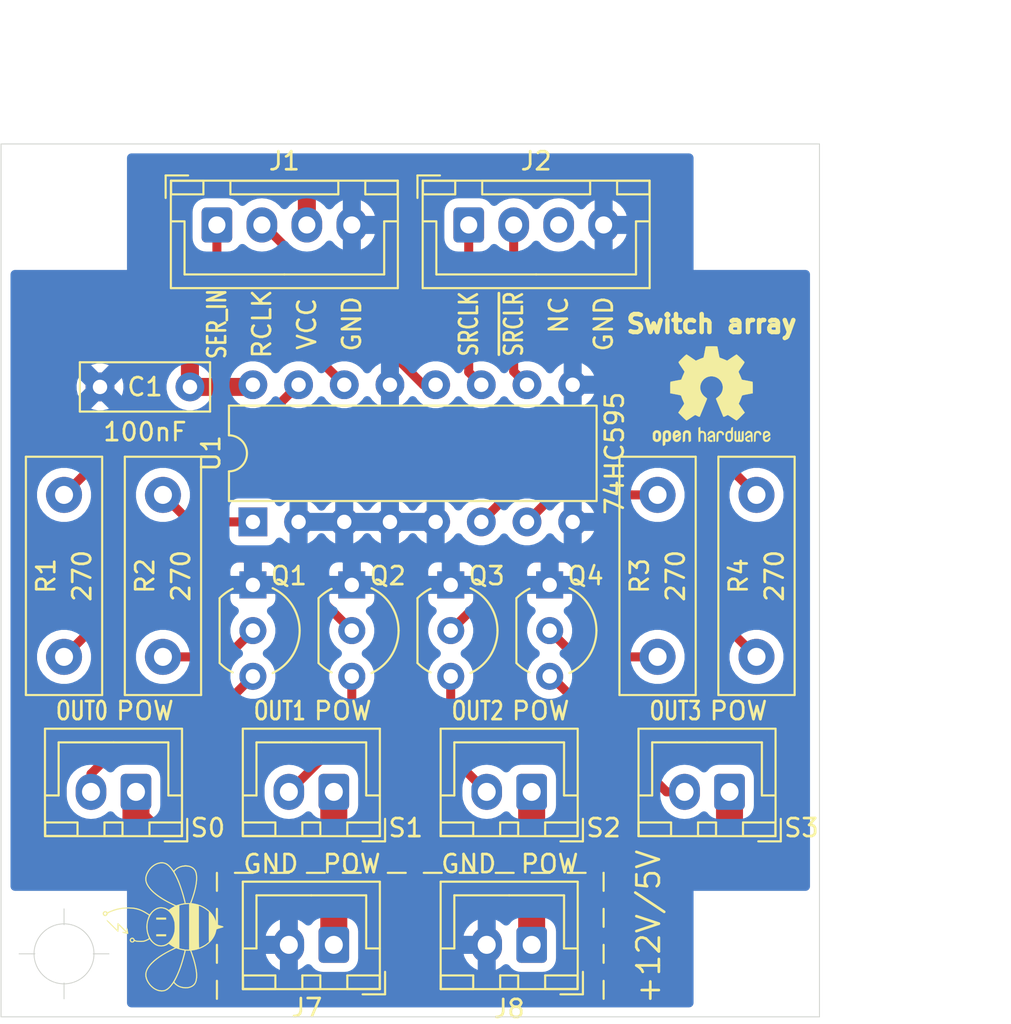
<source format=kicad_pcb>
(kicad_pcb (version 20171130) (host pcbnew "(5.1.7)-1")

  (general
    (thickness 1.6)
    (drawings 54)
    (tracks 72)
    (zones 0)
    (modules 24)
    (nets 21)
  )

  (page A4)
  (layers
    (0 F.Cu signal)
    (31 B.Cu signal)
    (32 B.Adhes user)
    (33 F.Adhes user)
    (34 B.Paste user)
    (35 F.Paste user)
    (36 B.SilkS user)
    (37 F.SilkS user)
    (38 B.Mask user)
    (39 F.Mask user)
    (40 Dwgs.User user)
    (41 Cmts.User user)
    (42 Eco1.User user)
    (43 Eco2.User user)
    (44 Edge.Cuts user)
    (45 Margin user)
    (46 B.CrtYd user)
    (47 F.CrtYd user)
    (48 B.Fab user)
    (49 F.Fab user hide)
  )

  (setup
    (last_trace_width 0.25)
    (user_trace_width 0.5)
    (user_trace_width 1)
    (trace_clearance 0.2)
    (zone_clearance 0.5)
    (zone_45_only no)
    (trace_min 0.2)
    (via_size 0.8)
    (via_drill 0.4)
    (via_min_size 0.4)
    (via_min_drill 0.3)
    (uvia_size 0.3)
    (uvia_drill 0.1)
    (uvias_allowed no)
    (uvia_min_size 0.2)
    (uvia_min_drill 0.1)
    (edge_width 0.05)
    (segment_width 0.2)
    (pcb_text_width 0.3)
    (pcb_text_size 1.5 1.5)
    (mod_edge_width 0.12)
    (mod_text_size 1 1)
    (mod_text_width 0.15)
    (pad_size 1.7 2)
    (pad_drill 1)
    (pad_to_mask_clearance 0)
    (aux_axis_origin 127.5 78.5)
    (visible_elements 7FFFFF7F)
    (pcbplotparams
      (layerselection 0x3ffff_ffffffff)
      (usegerberextensions false)
      (usegerberattributes false)
      (usegerberadvancedattributes false)
      (creategerberjobfile false)
      (excludeedgelayer true)
      (linewidth 0.100000)
      (plotframeref false)
      (viasonmask false)
      (mode 1)
      (useauxorigin false)
      (hpglpennumber 1)
      (hpglpenspeed 20)
      (hpglpendiameter 15.000000)
      (psnegative false)
      (psa4output false)
      (plotreference true)
      (plotvalue true)
      (plotinvisibletext false)
      (padsonsilk false)
      (subtractmaskfromsilk false)
      (outputformat 1)
      (mirror false)
      (drillshape 0)
      (scaleselection 1)
      (outputdirectory "gerber/"))
  )

  (net 0 "")
  (net 1 GND)
  (net 2 +5V)
  (net 3 "Net-(Q1-Pad2)")
  (net 4 "Net-(Q2-Pad2)")
  (net 5 "Net-(Q3-Pad2)")
  (net 6 "Net-(Q4-Pad2)")
  (net 7 SRCLR)
  (net 8 SER_IN)
  (net 9 RCLK)
  (net 10 "Net-(J3-Pad2)")
  (net 11 +12V)
  (net 12 "Net-(J4-Pad2)")
  (net 13 "Net-(J5-Pad2)")
  (net 14 "Net-(J6-Pad2)")
  (net 15 SRCLK)
  (net 16 OUT_1)
  (net 17 OUT_2)
  (net 18 OUT_3)
  (net 19 OUT_0)
  (net 20 "Net-(J2-Pad3)")

  (net_class Default "This is the default net class."
    (clearance 0.2)
    (trace_width 0.25)
    (via_dia 0.8)
    (via_drill 0.4)
    (uvia_dia 0.3)
    (uvia_drill 0.1)
    (add_net +12V)
    (add_net +5V)
    (add_net GND)
    (add_net "Net-(J2-Pad3)")
    (add_net "Net-(J3-Pad2)")
    (add_net "Net-(J4-Pad2)")
    (add_net "Net-(J5-Pad2)")
    (add_net "Net-(J6-Pad2)")
    (add_net "Net-(Q1-Pad2)")
    (add_net "Net-(Q2-Pad2)")
    (add_net "Net-(Q3-Pad2)")
    (add_net "Net-(Q4-Pad2)")
    (add_net OUT_0)
    (add_net OUT_1)
    (add_net OUT_2)
    (add_net OUT_3)
    (add_net RCLK)
    (add_net SER_IN)
    (add_net SRCLK)
    (add_net SRCLR)
  )

  (module Connector_JST:JST_XH_B2B-XH-A_1x02_P2.50mm_Vertical (layer F.Cu) (tedit 5C28146C) (tstamp 5FD24BBE)
    (at 153.5 78 180)
    (descr "JST XH series connector, B2B-XH-A (http://www.jst-mfg.com/product/pdf/eng/eXH.pdf), generated with kicad-footprint-generator")
    (tags "connector JST XH vertical")
    (path /5FD25C64)
    (fp_text reference J8 (at 1.25 -3.55) (layer F.SilkS)
      (effects (font (size 1 1) (thickness 0.15)))
    )
    (fp_text value Conn_01x02 (at 1.25 4.6) (layer F.Fab)
      (effects (font (size 1 1) (thickness 0.15)))
    )
    (fp_text user %R (at 1.25 2.7) (layer F.Fab)
      (effects (font (size 1 1) (thickness 0.15)))
    )
    (fp_line (start -2.45 -2.35) (end -2.45 3.4) (layer F.Fab) (width 0.1))
    (fp_line (start -2.45 3.4) (end 4.95 3.4) (layer F.Fab) (width 0.1))
    (fp_line (start 4.95 3.4) (end 4.95 -2.35) (layer F.Fab) (width 0.1))
    (fp_line (start 4.95 -2.35) (end -2.45 -2.35) (layer F.Fab) (width 0.1))
    (fp_line (start -2.56 -2.46) (end -2.56 3.51) (layer F.SilkS) (width 0.12))
    (fp_line (start -2.56 3.51) (end 5.06 3.51) (layer F.SilkS) (width 0.12))
    (fp_line (start 5.06 3.51) (end 5.06 -2.46) (layer F.SilkS) (width 0.12))
    (fp_line (start 5.06 -2.46) (end -2.56 -2.46) (layer F.SilkS) (width 0.12))
    (fp_line (start -2.95 -2.85) (end -2.95 3.9) (layer F.CrtYd) (width 0.05))
    (fp_line (start -2.95 3.9) (end 5.45 3.9) (layer F.CrtYd) (width 0.05))
    (fp_line (start 5.45 3.9) (end 5.45 -2.85) (layer F.CrtYd) (width 0.05))
    (fp_line (start 5.45 -2.85) (end -2.95 -2.85) (layer F.CrtYd) (width 0.05))
    (fp_line (start -0.625 -2.35) (end 0 -1.35) (layer F.Fab) (width 0.1))
    (fp_line (start 0 -1.35) (end 0.625 -2.35) (layer F.Fab) (width 0.1))
    (fp_line (start 0.75 -2.45) (end 0.75 -1.7) (layer F.SilkS) (width 0.12))
    (fp_line (start 0.75 -1.7) (end 1.75 -1.7) (layer F.SilkS) (width 0.12))
    (fp_line (start 1.75 -1.7) (end 1.75 -2.45) (layer F.SilkS) (width 0.12))
    (fp_line (start 1.75 -2.45) (end 0.75 -2.45) (layer F.SilkS) (width 0.12))
    (fp_line (start -2.55 -2.45) (end -2.55 -1.7) (layer F.SilkS) (width 0.12))
    (fp_line (start -2.55 -1.7) (end -0.75 -1.7) (layer F.SilkS) (width 0.12))
    (fp_line (start -0.75 -1.7) (end -0.75 -2.45) (layer F.SilkS) (width 0.12))
    (fp_line (start -0.75 -2.45) (end -2.55 -2.45) (layer F.SilkS) (width 0.12))
    (fp_line (start 3.25 -2.45) (end 3.25 -1.7) (layer F.SilkS) (width 0.12))
    (fp_line (start 3.25 -1.7) (end 5.05 -1.7) (layer F.SilkS) (width 0.12))
    (fp_line (start 5.05 -1.7) (end 5.05 -2.45) (layer F.SilkS) (width 0.12))
    (fp_line (start 5.05 -2.45) (end 3.25 -2.45) (layer F.SilkS) (width 0.12))
    (fp_line (start -2.55 -0.2) (end -1.8 -0.2) (layer F.SilkS) (width 0.12))
    (fp_line (start -1.8 -0.2) (end -1.8 2.75) (layer F.SilkS) (width 0.12))
    (fp_line (start -1.8 2.75) (end 1.25 2.75) (layer F.SilkS) (width 0.12))
    (fp_line (start 5.05 -0.2) (end 4.3 -0.2) (layer F.SilkS) (width 0.12))
    (fp_line (start 4.3 -0.2) (end 4.3 2.75) (layer F.SilkS) (width 0.12))
    (fp_line (start 4.3 2.75) (end 1.25 2.75) (layer F.SilkS) (width 0.12))
    (fp_line (start -1.6 -2.75) (end -2.85 -2.75) (layer F.SilkS) (width 0.12))
    (fp_line (start -2.85 -2.75) (end -2.85 -1.5) (layer F.SilkS) (width 0.12))
    (pad 2 thru_hole oval (at 2.5 0 180) (size 1.7 2) (drill 1) (layers *.Cu *.Mask)
      (net 1 GND))
    (pad 1 thru_hole roundrect (at 0 0 180) (size 1.7 2) (drill 1) (layers *.Cu *.Mask) (roundrect_rratio 0.1470588235294118)
      (net 11 +12V))
    (model ${KISYS3DMOD}/Connector_JST.3dshapes/JST_XH_B2B-XH-A_1x02_P2.50mm_Vertical.wrl
      (at (xyz 0 0 0))
      (scale (xyz 1 1 1))
      (rotate (xyz 0 0 0))
    )
  )

  (module Package_DIP:DIP-16_W7.62mm (layer F.Cu) (tedit 5A02E8C5) (tstamp 5F394584)
    (at 138 54.5 90)
    (descr "16-lead though-hole mounted DIP package, row spacing 7.62 mm (300 mils)")
    (tags "THT DIP DIL PDIP 2.54mm 7.62mm 300mil")
    (path /5F395EE4)
    (fp_text reference U1 (at 3.81 -2.33 90) (layer F.SilkS)
      (effects (font (size 1 1) (thickness 0.15)))
    )
    (fp_text value 74HC595 (at 3.81 20.11 90) (layer F.SilkS)
      (effects (font (size 1 1) (thickness 0.15)))
    )
    (fp_line (start 8.7 -1.55) (end -1.1 -1.55) (layer F.CrtYd) (width 0.05))
    (fp_line (start 8.7 19.3) (end 8.7 -1.55) (layer F.CrtYd) (width 0.05))
    (fp_line (start -1.1 19.3) (end 8.7 19.3) (layer F.CrtYd) (width 0.05))
    (fp_line (start -1.1 -1.55) (end -1.1 19.3) (layer F.CrtYd) (width 0.05))
    (fp_line (start 6.46 -1.33) (end 4.81 -1.33) (layer F.SilkS) (width 0.12))
    (fp_line (start 6.46 19.11) (end 6.46 -1.33) (layer F.SilkS) (width 0.12))
    (fp_line (start 1.16 19.11) (end 6.46 19.11) (layer F.SilkS) (width 0.12))
    (fp_line (start 1.16 -1.33) (end 1.16 19.11) (layer F.SilkS) (width 0.12))
    (fp_line (start 2.81 -1.33) (end 1.16 -1.33) (layer F.SilkS) (width 0.12))
    (fp_line (start 0.635 -0.27) (end 1.635 -1.27) (layer F.Fab) (width 0.1))
    (fp_line (start 0.635 19.05) (end 0.635 -0.27) (layer F.Fab) (width 0.1))
    (fp_line (start 6.985 19.05) (end 0.635 19.05) (layer F.Fab) (width 0.1))
    (fp_line (start 6.985 -1.27) (end 6.985 19.05) (layer F.Fab) (width 0.1))
    (fp_line (start 1.635 -1.27) (end 6.985 -1.27) (layer F.Fab) (width 0.1))
    (fp_text user %R (at 3.81 8.89 90) (layer F.Fab)
      (effects (font (size 1 1) (thickness 0.15)))
    )
    (fp_arc (start 3.81 -1.33) (end 2.81 -1.33) (angle -180) (layer F.SilkS) (width 0.12))
    (pad 16 thru_hole oval (at 7.62 0 90) (size 1.6 1.6) (drill 0.8) (layers *.Cu *.Mask)
      (net 2 +5V))
    (pad 8 thru_hole oval (at 0 17.78 90) (size 1.6 1.6) (drill 0.8) (layers *.Cu *.Mask)
      (net 1 GND))
    (pad 15 thru_hole oval (at 7.62 2.54 90) (size 1.6 1.6) (drill 0.8) (layers *.Cu *.Mask)
      (net 16 OUT_1))
    (pad 7 thru_hole oval (at 0 15.24 90) (size 1.6 1.6) (drill 0.8) (layers *.Cu *.Mask)
      (net 17 OUT_2))
    (pad 14 thru_hole oval (at 7.62 5.08 90) (size 1.6 1.6) (drill 0.8) (layers *.Cu *.Mask)
      (net 8 SER_IN))
    (pad 6 thru_hole oval (at 0 12.7 90) (size 1.6 1.6) (drill 0.8) (layers *.Cu *.Mask)
      (net 18 OUT_3))
    (pad 13 thru_hole oval (at 7.62 7.62 90) (size 1.6 1.6) (drill 0.8) (layers *.Cu *.Mask)
      (net 1 GND))
    (pad 5 thru_hole oval (at 0 10.16 90) (size 1.6 1.6) (drill 0.8) (layers *.Cu *.Mask)
      (net 1 GND))
    (pad 12 thru_hole oval (at 7.62 10.16 90) (size 1.6 1.6) (drill 0.8) (layers *.Cu *.Mask)
      (net 9 RCLK))
    (pad 4 thru_hole oval (at 0 7.62 90) (size 1.6 1.6) (drill 0.8) (layers *.Cu *.Mask)
      (net 1 GND))
    (pad 11 thru_hole oval (at 7.62 12.7 90) (size 1.6 1.6) (drill 0.8) (layers *.Cu *.Mask)
      (net 15 SRCLK))
    (pad 3 thru_hole oval (at 0 5.08 90) (size 1.6 1.6) (drill 0.8) (layers *.Cu *.Mask)
      (net 1 GND))
    (pad 10 thru_hole oval (at 7.62 15.24 90) (size 1.6 1.6) (drill 0.8) (layers *.Cu *.Mask)
      (net 7 SRCLR))
    (pad 2 thru_hole oval (at 0 2.54 90) (size 1.6 1.6) (drill 0.8) (layers *.Cu *.Mask)
      (net 1 GND))
    (pad 9 thru_hole oval (at 7.62 17.78 90) (size 1.6 1.6) (drill 0.8) (layers *.Cu *.Mask)
      (net 1 GND))
    (pad 1 thru_hole rect (at 0 0 90) (size 1.6 1.6) (drill 0.8) (layers *.Cu *.Mask)
      (net 19 OUT_0))
    (model ${KISYS3DMOD}/Package_DIP.3dshapes/DIP-16_W7.62mm.wrl
      (at (xyz 0 0 0))
      (scale (xyz 1 1 1))
      (rotate (xyz 0 0 0))
    )
  )

  (module Connector_JST:JST_XH_B2B-XH-A_1x02_P2.50mm_Vertical (layer F.Cu) (tedit 5C28146C) (tstamp 5E237FFB)
    (at 164.5 69.5 180)
    (descr "JST XH series connector, B2B-XH-A (http://www.jst-mfg.com/product/pdf/eng/eXH.pdf), generated with kicad-footprint-generator")
    (tags "connector JST XH vertical")
    (path /5E2882ED)
    (fp_text reference J6 (at -1.5 -1.5) (layer F.Fab)
      (effects (font (size 1 1) (thickness 0.15)))
    )
    (fp_text value Conn_01x02 (at 1.25 4.6) (layer F.Fab) hide
      (effects (font (size 1 1) (thickness 0.15)))
    )
    (fp_line (start -2.45 -2.35) (end -2.45 3.4) (layer F.Fab) (width 0.1))
    (fp_line (start -2.45 3.4) (end 4.95 3.4) (layer F.Fab) (width 0.1))
    (fp_line (start 4.95 3.4) (end 4.95 -2.35) (layer F.Fab) (width 0.1))
    (fp_line (start 4.95 -2.35) (end -2.45 -2.35) (layer F.Fab) (width 0.1))
    (fp_line (start -2.56 -2.46) (end -2.56 3.51) (layer F.SilkS) (width 0.12))
    (fp_line (start -2.56 3.51) (end 5.06 3.51) (layer F.SilkS) (width 0.12))
    (fp_line (start 5.06 3.51) (end 5.06 -2.46) (layer F.SilkS) (width 0.12))
    (fp_line (start 5.06 -2.46) (end -2.56 -2.46) (layer F.SilkS) (width 0.12))
    (fp_line (start -2.95 -2.85) (end -2.95 3.9) (layer F.CrtYd) (width 0.05))
    (fp_line (start -2.95 3.9) (end 5.45 3.9) (layer F.CrtYd) (width 0.05))
    (fp_line (start 5.45 3.9) (end 5.45 -2.85) (layer F.CrtYd) (width 0.05))
    (fp_line (start 5.45 -2.85) (end -2.95 -2.85) (layer F.CrtYd) (width 0.05))
    (fp_line (start -0.625 -2.35) (end 0 -1.35) (layer F.Fab) (width 0.1))
    (fp_line (start 0 -1.35) (end 0.625 -2.35) (layer F.Fab) (width 0.1))
    (fp_line (start 0.75 -2.45) (end 0.75 -1.7) (layer F.SilkS) (width 0.12))
    (fp_line (start 0.75 -1.7) (end 1.75 -1.7) (layer F.SilkS) (width 0.12))
    (fp_line (start 1.75 -1.7) (end 1.75 -2.45) (layer F.SilkS) (width 0.12))
    (fp_line (start 1.75 -2.45) (end 0.75 -2.45) (layer F.SilkS) (width 0.12))
    (fp_line (start -2.55 -2.45) (end -2.55 -1.7) (layer F.SilkS) (width 0.12))
    (fp_line (start -2.55 -1.7) (end -0.75 -1.7) (layer F.SilkS) (width 0.12))
    (fp_line (start -0.75 -1.7) (end -0.75 -2.45) (layer F.SilkS) (width 0.12))
    (fp_line (start -0.75 -2.45) (end -2.55 -2.45) (layer F.SilkS) (width 0.12))
    (fp_line (start 3.25 -2.45) (end 3.25 -1.7) (layer F.SilkS) (width 0.12))
    (fp_line (start 3.25 -1.7) (end 5.05 -1.7) (layer F.SilkS) (width 0.12))
    (fp_line (start 5.05 -1.7) (end 5.05 -2.45) (layer F.SilkS) (width 0.12))
    (fp_line (start 5.05 -2.45) (end 3.25 -2.45) (layer F.SilkS) (width 0.12))
    (fp_line (start -2.55 -0.2) (end -1.8 -0.2) (layer F.SilkS) (width 0.12))
    (fp_line (start -1.8 -0.2) (end -1.8 2.75) (layer F.SilkS) (width 0.12))
    (fp_line (start -1.8 2.75) (end 1.25 2.75) (layer F.SilkS) (width 0.12))
    (fp_line (start 5.05 -0.2) (end 4.3 -0.2) (layer F.SilkS) (width 0.12))
    (fp_line (start 4.3 -0.2) (end 4.3 2.75) (layer F.SilkS) (width 0.12))
    (fp_line (start 4.3 2.75) (end 1.25 2.75) (layer F.SilkS) (width 0.12))
    (fp_line (start -1.6 -2.75) (end -2.85 -2.75) (layer F.SilkS) (width 0.12))
    (fp_line (start -2.85 -2.75) (end -2.85 -1.5) (layer F.SilkS) (width 0.12))
    (fp_text user %R (at 1.25 2) (layer F.Fab)
      (effects (font (size 1 1) (thickness 0.15)))
    )
    (pad 1 thru_hole roundrect (at 0 0 180) (size 1.7 2) (drill 1) (layers *.Cu *.Mask) (roundrect_rratio 0.1470588235294118)
      (net 11 +12V))
    (pad 2 thru_hole oval (at 2.5 0 180) (size 1.7 2) (drill 1) (layers *.Cu *.Mask)
      (net 14 "Net-(J6-Pad2)"))
    (model ${KISYS3DMOD}/Connector_JST.3dshapes/JST_XH_B2B-XH-A_1x02_P2.50mm_Vertical.wrl
      (at (xyz 0 0 0))
      (scale (xyz 1 1 1))
      (rotate (xyz 0 0 0))
    )
  )

  (module logo-beehive:logo-beehive-7_2х6_7mm (layer F.Cu) (tedit 0) (tstamp 5F35BC38)
    (at 133 77 90)
    (fp_text reference G*** (at 0 0 90) (layer F.SilkS) hide
      (effects (font (size 1.524 1.524) (thickness 0.3)))
    )
    (fp_text value LOGO (at 0.75 0 90) (layer F.SilkS) hide
      (effects (font (size 1.524 1.524) (thickness 0.3)))
    )
    (fp_poly (pts (xy 0.781124 -3.338272) (xy 0.820066 -3.312623) (xy 0.850866 -3.27735) (xy 0.862381 -3.253557)
      (xy 0.869381 -3.203831) (xy 0.86004 -3.155836) (xy 0.836291 -3.117453) (xy 0.826963 -3.109228)
      (xy 0.800557 -3.08931) (xy 0.860848 -2.961859) (xy 0.942059 -2.765907) (xy 1.003933 -2.561687)
      (xy 1.0468 -2.347606) (xy 1.070993 -2.122074) (xy 1.077124 -1.922318) (xy 1.073712 -1.775328)
      (xy 1.063437 -1.645173) (xy 1.045563 -1.526426) (xy 1.019354 -1.413658) (xy 0.998815 -1.345045)
      (xy 0.968368 -1.263013) (xy 0.926952 -1.169003) (xy 0.877686 -1.069335) (xy 0.823684 -0.970328)
      (xy 0.770857 -0.882677) (xy 0.741321 -0.836271) (xy 0.716056 -0.796521) (xy 0.69781 -0.767754)
      (xy 0.689434 -0.754466) (xy 0.694321 -0.742271) (xy 0.714538 -0.722105) (xy 0.745386 -0.698528)
      (xy 0.810309 -0.647155) (xy 0.876016 -0.583521) (xy 0.937047 -0.513779) (xy 0.987937 -0.444085)
      (xy 1.018545 -0.390721) (xy 1.053095 -0.310872) (xy 1.074433 -0.238095) (xy 1.084874 -0.162371)
      (xy 1.086945 -0.094934) (xy 1.076086 0.020467) (xy 1.045188 0.132328) (xy 0.995987 0.235343)
      (xy 0.96275 0.284984) (xy 0.935175 0.321741) (xy 0.996225 0.402894) (xy 1.032255 0.454242)
      (xy 1.070613 0.514339) (xy 1.103634 0.571117) (xy 1.10681 0.577014) (xy 1.156345 0.669982)
      (xy 1.269255 0.441786) (xy 1.379742 0.226784) (xy 1.488243 0.032834) (xy 1.595982 -0.141879)
      (xy 1.704185 -0.29917) (xy 1.814075 -0.440853) (xy 1.926878 -0.568743) (xy 2.004467 -0.647395)
      (xy 2.12895 -0.758498) (xy 2.2502 -0.847038) (xy 2.36916 -0.913164) (xy 2.48677 -0.957023)
      (xy 2.603972 -0.978764) (xy 2.721707 -0.978534) (xy 2.840917 -0.956481) (xy 2.962542 -0.912754)
      (xy 3.087524 -0.847501) (xy 3.125835 -0.823735) (xy 3.238046 -0.741435) (xy 3.336093 -0.648795)
      (xy 3.419199 -0.547932) (xy 3.486591 -0.440965) (xy 3.537492 -0.33001) (xy 3.571127 -0.217185)
      (xy 3.586721 -0.104607) (xy 3.583499 0.005605) (xy 3.560685 0.111335) (xy 3.517504 0.210464)
      (xy 3.509522 0.224138) (xy 3.467783 0.282863) (xy 3.410567 0.348425) (xy 3.342435 0.416194)
      (xy 3.267951 0.481537) (xy 3.215409 0.522663) (xy 3.176019 0.551978) (xy 3.144162 0.575822)
      (xy 3.123999 0.591072) (xy 3.119139 0.594895) (xy 3.125036 0.603996) (xy 3.144107 0.625315)
      (xy 3.172877 0.655066) (xy 3.189509 0.671619) (xy 3.25791 0.75317) (xy 3.316458 0.851565)
      (xy 3.363304 0.961991) (xy 3.396598 1.079634) (xy 3.414493 1.199678) (xy 3.417102 1.264228)
      (xy 3.40813 1.381577) (xy 3.38235 1.49233) (xy 3.34125 1.593721) (xy 3.286317 1.682986)
      (xy 3.219038 1.75736) (xy 3.140903 1.814077) (xy 3.113719 1.828107) (xy 3.009087 1.865839)
      (xy 2.886866 1.889603) (xy 2.747784 1.899491) (xy 2.592566 1.895596) (xy 2.42194 1.878011)
      (xy 2.236633 1.846829) (xy 2.037372 1.802142) (xy 1.824883 1.744044) (xy 1.599893 1.672626)
      (xy 1.430663 1.613046) (xy 1.320008 1.572564) (xy 1.295866 1.718578) (xy 1.25303 1.913354)
      (xy 1.190764 2.095947) (xy 1.10864 2.267293) (xy 1.006231 2.428329) (xy 0.923258 2.534228)
      (xy 0.814822 2.647279) (xy 0.693857 2.746765) (xy 0.563822 2.830581) (xy 0.428175 2.896622)
      (xy 0.290374 2.942784) (xy 0.229531 2.956334) (xy 0.189546 2.963931) (xy 0.158226 2.970106)
      (xy 0.143514 2.973255) (xy 0.135688 2.984969) (xy 0.123584 3.014497) (xy 0.108873 3.057339)
      (xy 0.093667 3.107452) (xy 0.076809 3.166365) (xy 0.060376 3.223781) (xy 0.0465 3.272257)
      (xy 0.038811 3.299114) (xy 0.025628 3.336932) (xy 0.012258 3.355729) (xy 0 3.359728)
      (xy -0.015288 3.353083) (xy -0.028404 3.330514) (xy -0.038811 3.299114) (xy -0.049206 3.262807)
      (xy -0.063822 3.211743) (xy -0.080529 3.153364) (xy -0.093667 3.107452) (xy -0.109311 3.055982)
      (xy -0.123971 3.013455) (xy -0.135977 2.984371) (xy -0.143515 2.973255) (xy -0.160656 2.969615)
      (xy -0.19313 2.96324) (xy -0.229531 2.956334) (xy -0.367186 2.919651) (xy -0.504219 2.862154)
      (xy -0.637175 2.785947) (xy -0.762596 2.693133) (xy -0.877026 2.585815) (xy -0.923269 2.534228)
      (xy -1.03903 2.38033) (xy -1.135257 2.214564) (xy -1.212083 2.036622) (xy -1.219586 2.011796)
      (xy -1.165985 2.011796) (xy -1.160628 2.030696) (xy -1.146181 2.0653) (xy -1.124874 2.111187)
      (xy -1.098933 2.163934) (xy -1.070588 2.219118) (xy -1.042066 2.272316) (xy -1.015595 2.319106)
      (xy -0.993403 2.355066) (xy -0.991985 2.357185) (xy -0.958579 2.404438) (xy -0.920872 2.454363)
      (xy -0.891354 2.490932) (xy -0.840013 2.551546) (xy 0.841033 2.551546) (xy 0.892441 2.490932)
      (xy 0.93843 2.432196) (xy 0.986502 2.362985) (xy 1.033888 2.288071) (xy 1.077819 2.212231)
      (xy 1.115523 2.140238) (xy 1.144233 2.076867) (xy 1.160841 2.028255) (xy 1.168594 1.997364)
      (xy 0.001251 1.997364) (xy -0.195644 1.997416) (xy -0.37057 1.997583) (xy -0.524648 1.997878)
      (xy -0.659 1.998316) (xy -0.774746 1.998909) (xy -0.873009 1.999671) (xy -0.95491 2.000618)
      (xy -1.02157 2.001762) (xy -1.074111 2.003117) (xy -1.113653 2.004698) (xy -1.141319 2.006517)
      (xy -1.158229 2.00859) (xy -1.165506 2.01093) (xy -1.165985 2.011796) (xy -1.219586 2.011796)
      (xy -1.26964 1.846195) (xy -1.308059 1.642973) (xy -1.310363 1.625739) (xy -1.317382 1.571614)
      (xy -1.42935 1.612882) (xy -1.629865 1.683029) (xy -1.825759 1.744185) (xy -2.015 1.795944)
      (xy -2.195555 1.837898) (xy -2.365393 1.869639) (xy -2.522479 1.89076) (xy -2.664783 1.900853)
      (xy -2.790271 1.899511) (xy -2.838314 1.895344) (xy -2.96209 1.875638) (xy -3.066609 1.846125)
      (xy -3.154103 1.80545) (xy -3.226803 1.752259) (xy -3.286941 1.685198) (xy -3.336747 1.602914)
      (xy -3.343746 1.588582) (xy -3.385695 1.481123) (xy -3.408942 1.37211) (xy -3.411475 1.320836)
      (xy -3.357374 1.320836) (xy -3.349051 1.403928) (xy -3.330314 1.480954) (xy -3.299783 1.559775)
      (xy -3.296364 1.567326) (xy -3.25627 1.634464) (xy -3.201534 1.697768) (xy -3.138721 1.750591)
      (xy -3.084262 1.782114) (xy -2.99339 1.813382) (xy -2.884978 1.834294) (xy -2.762244 1.844603)
      (xy -2.628408 1.844064) (xy -2.486691 1.83243) (xy -2.463978 1.829585) (xy -2.25216 1.794568)
      (xy -2.026325 1.743379) (xy -1.788428 1.676523) (xy -1.540425 1.594501) (xy -1.510962 1.583982)
      (xy -1.325191 1.51715) (xy -1.320921 1.390773) (xy -1.27 1.390773) (xy -1.27 1.454728)
      (xy 1.273528 1.454728) (xy 1.266408 1.330287) (xy 1.260547 1.26306) (xy 1.316252 1.26306)
      (xy 1.321954 1.512174) (xy 1.368136 1.530811) (xy 1.439484 1.558222) (xy 1.526724 1.589564)
      (xy 1.623473 1.622685) (xy 1.72335 1.655429) (xy 1.819972 1.685644) (xy 1.878735 1.703118)
      (xy 2.093291 1.760255) (xy 2.292609 1.802908) (xy 2.476182 1.831017) (xy 2.6435 1.844517)
      (xy 2.794056 1.843349) (xy 2.91629 1.829447) (xy 3.012927 1.807479) (xy 3.091872 1.777436)
      (xy 3.157765 1.737114) (xy 3.209942 1.690006) (xy 3.274118 1.607281) (xy 3.319819 1.513726)
      (xy 3.347495 1.407928) (xy 3.357597 1.28847) (xy 3.356526 1.229811) (xy 3.340665 1.088035)
      (xy 3.306955 0.96039) (xy 3.255506 0.847166) (xy 3.186427 0.748656) (xy 3.170098 0.730306)
      (xy 3.127268 0.685713) (xy 3.094795 0.657447) (xy 3.0686 0.643813) (xy 3.044605 0.643112)
      (xy 3.018734 0.65365) (xy 3.005226 0.661713) (xy 2.958944 0.688662) (xy 2.89593 0.722084)
      (xy 2.820825 0.759719) (xy 2.738272 0.799303) (xy 2.652912 0.838574) (xy 2.569387 0.875271)
      (xy 2.550619 0.883239) (xy 2.457139 0.920633) (xy 2.346529 0.961571) (xy 2.223166 1.004679)
      (xy 2.09143 1.048584) (xy 1.955698 1.091912) (xy 1.820349 1.133289) (xy 1.689763 1.171341)
      (xy 1.568317 1.204694) (xy 1.46039 1.231975) (xy 1.385859 1.248683) (xy 1.316252 1.26306)
      (xy 1.260547 1.26306) (xy 1.259747 1.253895) (xy 1.248535 1.167625) (xy 1.234147 1.079964)
      (xy 1.217961 0.9994) (xy 1.203276 0.940955) (xy 1.193293 0.906319) (xy -1.194304 0.906319)
      (xy -1.220268 1.010228) (xy -1.23911 1.098477) (xy -1.254501 1.195531) (xy -1.26518 1.29174)
      (xy -1.269885 1.377451) (xy -1.27 1.390773) (xy -1.320921 1.390773) (xy -1.316645 1.264228)
      (xy -1.434754 1.236895) (xy -1.501797 1.22041) (xy -1.585737 1.198273) (xy -1.681508 1.171947)
      (xy -1.78404 1.142901) (xy -1.888267 1.112598) (xy -1.989119 1.082507) (xy -2.08153 1.054092)
      (xy -2.160431 1.02882) (xy -2.199409 1.015696) (xy -2.323182 0.971175) (xy -2.448985 0.92273)
      (xy -2.572984 0.872035) (xy -2.691345 0.820767) (xy -2.800235 0.770601) (xy -2.89582 0.723212)
      (xy -2.974265 0.680275) (xy -2.993815 0.668554) (xy -3.027147 0.649909) (xy -3.05353 0.642358)
      (xy -3.078126 0.647357) (xy -3.106096 0.666363) (xy -3.142603 0.700832) (xy -3.15587 0.714282)
      (xy -3.232717 0.809128) (xy -3.291358 0.918026) (xy -3.331675 1.040673) (xy -3.353547 1.176766)
      (xy -3.356664 1.223819) (xy -3.357374 1.320836) (xy -3.411475 1.320836) (xy -3.414734 1.254894)
      (xy -3.413307 1.218046) (xy -3.396132 1.080679) (xy -3.361188 0.952052) (xy -3.309573 0.83484)
      (xy -3.242385 0.731716) (xy -3.188985 0.671619) (xy -3.1569 0.639059) (xy -3.132792 0.613101)
      (xy -3.120127 0.597552) (xy -3.119139 0.594895) (xy -3.1295 0.586909) (xy -3.154289 0.568322)
      (xy -3.189354 0.542238) (xy -3.216089 0.522438) (xy -3.292731 0.461203) (xy -3.366118 0.3941)
      (xy -3.431605 0.325854) (xy -3.484547 0.261184) (xy -3.509522 0.224148) (xy -3.556269 0.125261)
      (xy -3.582294 0.01982) (xy -3.58729 -0.071302) (xy -3.531475 -0.071302) (xy -3.530831 -0.039606)
      (xy -3.527441 0.015291) (xy -3.521365 0.056568) (xy -3.510236 0.093692) (xy -3.491685 0.136134)
      (xy -3.481814 0.156403) (xy -3.425027 0.248295) (xy -3.345829 0.340169) (xy -3.244895 0.431635)
      (xy -3.122901 0.522299) (xy -2.980524 0.611771) (xy -2.81844 0.699659) (xy -2.637324 0.785571)
      (xy -2.437852 0.869116) (xy -2.220702 0.949901) (xy -1.986548 1.027535) (xy -1.9685 1.033164)
      (xy -1.899652 1.053987) (xy -1.823419 1.076095) (xy -1.742903 1.098684) (xy -1.661204 1.120951)
      (xy -1.581421 1.142094) (xy -1.506657 1.161309) (xy -1.440011 1.177795) (xy -1.384584 1.190747)
      (xy -1.343476 1.199364) (xy -1.319788 1.202841) (xy -1.315331 1.202301) (xy -1.310525 1.18843)
      (xy -1.303023 1.157156) (xy -1.294048 1.113834) (xy -1.288644 1.085273) (xy -1.275538 1.023924)
      (xy -1.257466 0.952675) (xy -1.237498 0.883276) (xy -1.228744 0.855882) (xy -1.188907 0.736173)
      (xy -1.190922 0.731736) (xy 1.187715 0.731736) (xy 1.224028 0.841244) (xy 1.24494 0.908541)
      (xy 1.264527 0.979266) (xy 1.281511 1.04802) (xy 1.294618 1.109401) (xy 1.302571 1.158011)
      (xy 1.304386 1.181301) (xy 1.307638 1.204155) (xy 1.31928 1.209081) (xy 1.324841 1.207791)
      (xy 1.342821 1.202968) (xy 1.378686 1.193763) (xy 1.427904 1.181327) (xy 1.485942 1.166807)
      (xy 1.512454 1.160216) (xy 1.7631 1.094106) (xy 2.000962 1.023487) (xy 2.225116 0.948828)
      (xy 2.434641 0.870599) (xy 2.628614 0.789271) (xy 2.806113 0.705311) (xy 2.966216 0.61919)
      (xy 3.108001 0.531377) (xy 3.230545 0.442341) (xy 3.332927 0.352553) (xy 3.414223 0.262482)
      (xy 3.473511 0.172596) (xy 3.480994 0.15806) (xy 3.502829 0.111304) (xy 3.516532 0.072763)
      (xy 3.524475 0.033013) (xy 3.529027 -0.017368) (xy 3.530161 -0.037404) (xy 3.525184 -0.160604)
      (xy 3.497675 -0.281907) (xy 3.448182 -0.400087) (xy 3.377254 -0.513921) (xy 3.285439 -0.622184)
      (xy 3.25425 -0.653064) (xy 3.14536 -0.74489) (xy 3.031263 -0.818683) (xy 2.914113 -0.873715)
      (xy 2.796064 -0.909257) (xy 2.679268 -0.924579) (xy 2.565881 -0.918952) (xy 2.505364 -0.906562)
      (xy 2.39331 -0.865968) (xy 2.278736 -0.803154) (xy 2.162206 -0.718784) (xy 2.044283 -0.613524)
      (xy 1.925533 -0.488036) (xy 1.80652 -0.342986) (xy 1.687807 -0.179037) (xy 1.56996 0.003146)
      (xy 1.453542 0.202899) (xy 1.339118 0.419558) (xy 1.284575 0.530391) (xy 1.187715 0.731736)
      (xy -1.190922 0.731736) (xy -1.242049 0.6192) (xy -1.344968 0.403905) (xy -1.452176 0.201117)
      (xy -1.562851 0.011828) (xy -1.676172 -0.16297) (xy -1.791318 -0.322286) (xy -1.907468 -0.465127)
      (xy -2.0238 -0.590502) (xy -2.139494 -0.697418) (xy -2.253727 -0.784885) (xy -2.36568 -0.851909)
      (xy -2.47453 -0.8975) (xy -2.505364 -0.906562) (xy -2.615938 -0.924099) (xy -2.731113 -0.920284)
      (xy -2.848734 -0.895846) (xy -2.966648 -0.851514) (xy -3.082701 -0.788017) (xy -3.19474 -0.706084)
      (xy -3.25425 -0.653064) (xy -3.352283 -0.546482) (xy -3.429568 -0.433803) (xy -3.485559 -0.316239)
      (xy -3.51971 -0.195001) (xy -3.531475 -0.071302) (xy -3.58729 -0.071302) (xy -3.588325 -0.090174)
      (xy -3.575091 -0.202723) (xy -3.543319 -0.315828) (xy -3.493736 -0.427488) (xy -3.427071 -0.535706)
      (xy -3.344052 -0.638481) (xy -3.245405 -0.733815) (xy -3.131858 -0.819709) (xy -3.128818 -0.821729)
      (xy -3.003531 -0.894559) (xy -2.880454 -0.945281) (xy -2.758981 -0.973797) (xy -2.638509 -0.980009)
      (xy -2.518432 -0.96382) (xy -2.398146 -0.925131) (xy -2.277046 -0.863845) (xy -2.154528 -0.779862)
      (xy -2.029987 -0.673087) (xy -1.993285 -0.637726) (xy -1.876664 -0.514496) (xy -1.76359 -0.378067)
      (xy -1.652878 -0.226667) (xy -1.543339 -0.058527) (xy -1.433786 0.128125) (xy -1.323032 0.335058)
      (xy -1.269145 0.442009) (xy -1.156125 0.670426) (xy -1.109291 0.580554) (xy -1.078495 0.526225)
      (xy -1.040587 0.466059) (xy -1.003155 0.412031) (xy -0.998816 0.406212) (xy -0.935175 0.321741)
      (xy -0.962751 0.284984) (xy -1.021033 0.188878) (xy -1.061938 0.08109) (xy -1.083733 -0.033077)
      (xy -1.086945 -0.094934) (xy -1.086541 -0.104581) (xy -1.03596 -0.104581) (xy -1.026154 0.004092)
      (xy -0.995446 0.109498) (xy -0.944929 0.210166) (xy -0.875696 0.304621) (xy -0.78884 0.391391)
      (xy -0.685456 0.469002) (xy -0.566635 0.535983) (xy -0.433472 0.590859) (xy -0.423003 0.594423)
      (xy -0.343148 0.618909) (xy -0.268002 0.636303) (xy -0.191285 0.647415) (xy -0.10671 0.653053)
      (xy -0.007997 0.654028) (xy 0.034636 0.653341) (xy 0.112848 0.651127) (xy 0.17405 0.647841)
      (xy 0.224321 0.642791) (xy 0.269739 0.635286) (xy 0.316383 0.624634) (xy 0.339248 0.618667)
      (xy 0.48028 0.572409) (xy 0.60799 0.513494) (xy 0.721255 0.443288) (xy 0.818952 0.363159)
      (xy 0.89996 0.274475) (xy 0.963155 0.178601) (xy 1.007416 0.076906) (xy 1.031619 -0.029243)
      (xy 1.034643 -0.13848) (xy 1.02377 -0.215046) (xy 0.988557 -0.32622) (xy 0.932382 -0.430687)
      (xy 0.856726 -0.527164) (xy 0.763074 -0.614365) (xy 0.652907 -0.691003) (xy 0.527709 -0.755794)
      (xy 0.388962 -0.807452) (xy 0.317435 -0.827343) (xy 0.265651 -0.839627) (xy 0.220998 -0.848283)
      (xy 0.17729 -0.853929) (xy 0.128345 -0.85718) (xy 0.067978 -0.858652) (xy 0 -0.858965)
      (xy -0.075828 -0.858546) (xy -0.134778 -0.856879) (xy -0.183055 -0.853351) (xy -0.226862 -0.847346)
      (xy -0.272404 -0.838251) (xy -0.3175 -0.827536) (xy -0.462194 -0.78292) (xy -0.594078 -0.724467)
      (xy -0.711668 -0.653466) (xy -0.813482 -0.571202) (xy -0.898035 -0.478962) (xy -0.963844 -0.378032)
      (xy -1.009426 -0.269698) (xy -1.02377 -0.215046) (xy -1.03596 -0.104581) (xy -1.086541 -0.104581)
      (xy -1.083385 -0.179891) (xy -1.070732 -0.2541) (xy -1.046671 -0.327578) (xy -1.018545 -0.390721)
      (xy -0.980207 -0.455708) (xy -0.927199 -0.525847) (xy -0.864982 -0.594984) (xy -0.799018 -0.656964)
      (xy -0.745379 -0.698532) (xy -0.681877 -0.742268) (xy -0.711307 -0.789657) (xy -0.775382 -0.91204)
      (xy -0.815808 -1.027545) (xy -0.827612 -1.090213) (xy -0.834802 -1.168285) (xy -0.837383 -1.254538)
      (xy -0.835358 -1.341751) (xy -0.828733 -1.422702) (xy -0.81751 -1.490171) (xy -0.815547 -1.498229)
      (xy -0.794048 -1.58214) (xy -0.823808 -1.60555) (xy -0.855103 -1.643446) (xy -0.868873 -1.689922)
      (xy -0.86773 -1.706645) (xy -0.819727 -1.706645) (xy -0.810207 -1.679885) (xy -0.786971 -1.652868)
      (xy -0.758005 -1.63322) (xy -0.737292 -1.627909) (xy -0.710612 -1.635591) (xy -0.684812 -1.653012)
      (xy -0.663044 -1.686513) (xy -0.659999 -1.722991) (xy -0.673306 -1.756371) (xy -0.700596 -1.780577)
      (xy -0.738071 -1.789545) (xy -0.771185 -1.779412) (xy -0.800241 -1.754129) (xy -0.817681 -1.721369)
      (xy -0.819727 -1.706645) (xy -0.86773 -1.706645) (xy -0.865518 -1.739005) (xy -0.845439 -1.784719)
      (xy -0.809361 -1.820873) (xy -0.764231 -1.842776) (xy -0.71985 -1.844407) (xy -0.67516 -1.829062)
      (xy -0.639173 -1.800811) (xy -0.612432 -1.758947) (xy -0.600564 -1.712661) (xy -0.600407 -1.706982)
      (xy -0.610708 -1.664952) (xy -0.637735 -1.624526) (xy -0.675862 -1.593111) (xy -0.693329 -1.584583)
      (xy -0.721895 -1.570686) (xy -0.739711 -1.55217) (xy -0.753326 -1.521228) (xy -0.757751 -1.507784)
      (xy -0.769308 -1.45586) (xy -0.777432 -1.387829) (xy -0.781948 -1.310446) (xy -0.782678 -1.230465)
      (xy -0.779447 -1.15464) (xy -0.772077 -1.089725) (xy -0.769104 -1.073727) (xy -0.757296 -1.030294)
      (xy -0.73904 -0.97831) (xy -0.716774 -0.923294) (xy -0.692936 -0.870762) (xy -0.669964 -0.826231)
      (xy -0.650298 -0.795219) (xy -0.641975 -0.786089) (xy -0.623931 -0.784078) (xy -0.587414 -0.793208)
      (xy -0.531675 -0.81367) (xy -0.528876 -0.814791) (xy -0.356342 -0.871998) (xy -0.181043 -0.906566)
      (xy -0.004425 -0.918495) (xy 0.172062 -0.907786) (xy 0.346972 -0.87444) (xy 0.518857 -0.818457)
      (xy 0.529286 -0.814279) (xy 0.629227 -0.773804) (xy 0.652693 -0.802464) (xy 0.675511 -0.833998)
      (xy 0.706046 -0.881335) (xy 0.741548 -0.939695) (xy 0.779269 -1.004299) (xy 0.816461 -1.070367)
      (xy 0.850376 -1.133118) (xy 0.878263 -1.187772) (xy 0.894974 -1.223818) (xy 0.952283 -1.384565)
      (xy 0.993139 -1.55845) (xy 1.017692 -1.742563) (xy 1.026091 -1.933994) (xy 1.018488 -2.129834)
      (xy 0.995032 -2.327174) (xy 0.955874 -2.523103) (xy 0.901163 -2.714712) (xy 0.83105 -2.899092)
      (xy 0.805599 -2.955636) (xy 0.782039 -3.005003) (xy 0.764405 -3.037704) (xy 0.749165 -3.058139)
      (xy 0.732786 -3.070709) (xy 0.711739 -3.079812) (xy 0.70366 -3.082636) (xy 0.659252 -3.106825)
      (xy 0.624129 -3.142791) (xy 0.603562 -3.184206) (xy 0.600364 -3.206712) (xy 0.604074 -3.224306)
      (xy 0.659665 -3.224306) (xy 0.662521 -3.188954) (xy 0.683492 -3.15701) (xy 0.688511 -3.152747)
      (xy 0.725237 -3.132232) (xy 0.758193 -3.133638) (xy 0.791365 -3.157134) (xy 0.791388 -3.157157)
      (xy 0.814899 -3.190331) (xy 0.816319 -3.223285) (xy 0.795819 -3.260007) (xy 0.795798 -3.260034)
      (xy 0.76393 -3.285504) (xy 0.738071 -3.290454) (xy 0.699613 -3.281092) (xy 0.672753 -3.257031)
      (xy 0.659665 -3.224306) (xy 0.604074 -3.224306) (xy 0.611034 -3.257305) (xy 0.639695 -3.301015)
      (xy 0.68132 -3.332816) (xy 0.730884 -3.347682) (xy 0.741833 -3.348181) (xy 0.781124 -3.338272)) (layer F.SilkS) (width 0.01))
    (fp_poly (pts (xy 0.373099 -3.122533) (xy 0.369224 -3.109199) (xy 0.354184 -3.086757) (xy 0.327016 -3.054031)
      (xy 0.28676 -3.009848) (xy 0.232455 -2.953033) (xy 0.16314 -2.882413) (xy 0.096827 -2.815781)
      (xy -0.190327 -2.528454) (xy 0.008746 -2.528454) (xy 0.081153 -2.528276) (xy 0.133629 -2.52753)
      (xy 0.169333 -2.525895) (xy 0.191424 -2.523054) (xy 0.203059 -2.518688) (xy 0.207397 -2.512477)
      (xy 0.207818 -2.50835) (xy 0.199922 -2.495335) (xy 0.177598 -2.468358) (xy 0.14289 -2.429638)
      (xy 0.097844 -2.381393) (xy 0.044505 -2.325843) (xy -0.015081 -2.265206) (xy -0.031647 -2.248578)
      (xy -0.107675 -2.171851) (xy -0.167131 -2.110416) (xy -0.21038 -2.063869) (xy -0.237787 -2.031809)
      (xy -0.249716 -2.01383) (xy -0.248124 -2.009314) (xy -0.224942 -2.01189) (xy -0.188032 -2.018168)
      (xy -0.15317 -2.025161) (xy -0.112516 -2.033013) (xy -0.088124 -2.034732) (xy -0.073974 -2.030254)
      (xy -0.067646 -2.024266) (xy -0.060571 -2.01187) (xy -0.063805 -2.001313) (xy -0.079929 -1.991447)
      (xy -0.111523 -1.981122) (xy -0.161166 -1.969192) (xy -0.218458 -1.957139) (xy -0.281228 -1.944397)
      (xy -0.325023 -1.935816) (xy -0.353499 -1.93097) (xy -0.370313 -1.929433) (xy -0.379119 -1.930779)
      (xy -0.383574 -1.934583) (xy -0.385558 -1.937671) (xy -0.386495 -1.953939) (xy -0.382402 -1.986838)
      (xy -0.374463 -2.031182) (xy -0.363866 -2.081789) (xy -0.351794 -2.133474) (xy -0.339436 -2.181054)
      (xy -0.327975 -2.219345) (xy -0.318599 -2.243164) (xy -0.31449 -2.248343) (xy -0.295101 -2.249946)
      (xy -0.285455 -2.234986) (xy -0.285226 -2.201866) (xy -0.294087 -2.148986) (xy -0.294139 -2.148738)
      (xy -0.302673 -2.107185) (xy -0.308924 -2.074871) (xy -0.311687 -2.05806) (xy -0.311727 -2.057342)
      (xy -0.303951 -2.063003) (xy -0.282058 -2.082978) (xy -0.248202 -2.115196) (xy -0.204539 -2.157586)
      (xy -0.153221 -2.208077) (xy -0.103751 -2.257256) (xy 0.104224 -2.464954) (xy -0.083408 -2.470727)
      (xy -0.15498 -2.473257) (xy -0.20655 -2.476017) (xy -0.241206 -2.479383) (xy -0.262038 -2.48373)
      (xy -0.272134 -2.489436) (xy -0.274392 -2.494) (xy -0.267207 -2.50546) (xy -0.245659 -2.530835)
      (xy -0.211923 -2.567927) (xy -0.168174 -2.614538) (xy -0.116585 -2.668467) (xy -0.059333 -2.727516)
      (xy 0.001408 -2.789486) (xy 0.063464 -2.852177) (xy 0.12466 -2.913392) (xy 0.18282 -2.97093)
      (xy 0.235771 -3.022593) (xy 0.281337 -3.066181) (xy 0.317345 -3.099496) (xy 0.341618 -3.120339)
      (xy 0.351193 -3.126571) (xy 0.366768 -3.127932) (xy 0.373099 -3.122533)) (layer F.SilkS) (width 0.01))
    (fp_poly (pts (xy -0.415636 0.173182) (xy -0.519546 0.173182) (xy -0.519546 -0.369454) (xy -0.415636 -0.369454)
      (xy -0.415636 0.173182)) (layer F.SilkS) (width 0.01))
    (fp_poly (pts (xy 0.508 0.173182) (xy 0.404091 0.173182) (xy 0.404091 -0.369454) (xy 0.508 -0.369454)
      (xy 0.508 0.173182)) (layer F.SilkS) (width 0.01))
  )

  (module Capacitor_THT:C_Disc_D7.0mm_W2.5mm_P5.00mm (layer F.Cu) (tedit 5AE50EF0) (tstamp 5E29684E)
    (at 134.5 47 180)
    (descr "C, Disc series, Radial, pin pitch=5.00mm, , diameter*width=7*2.5mm^2, Capacitor, http://cdn-reichelt.de/documents/datenblatt/B300/DS_KERKO_TC.pdf")
    (tags "C Disc series Radial pin pitch 5.00mm  diameter 7mm width 2.5mm Capacitor")
    (path /5E27638C)
    (fp_text reference C1 (at 2.5 0) (layer F.SilkS)
      (effects (font (size 1 1) (thickness 0.15)))
    )
    (fp_text value 100nF (at 2.5 -2.5) (layer F.SilkS)
      (effects (font (size 1 1) (thickness 0.15)))
    )
    (fp_line (start 6.25 -1.5) (end -1.25 -1.5) (layer F.CrtYd) (width 0.05))
    (fp_line (start 6.25 1.5) (end 6.25 -1.5) (layer F.CrtYd) (width 0.05))
    (fp_line (start -1.25 1.5) (end 6.25 1.5) (layer F.CrtYd) (width 0.05))
    (fp_line (start -1.25 -1.5) (end -1.25 1.5) (layer F.CrtYd) (width 0.05))
    (fp_line (start 6.12 -1.37) (end 6.12 1.37) (layer F.SilkS) (width 0.12))
    (fp_line (start -1.12 -1.37) (end -1.12 1.37) (layer F.SilkS) (width 0.12))
    (fp_line (start -1.12 1.37) (end 6.12 1.37) (layer F.SilkS) (width 0.12))
    (fp_line (start -1.12 -1.37) (end 6.12 -1.37) (layer F.SilkS) (width 0.12))
    (fp_line (start 6 -1.25) (end -1 -1.25) (layer F.Fab) (width 0.1))
    (fp_line (start 6 1.25) (end 6 -1.25) (layer F.Fab) (width 0.1))
    (fp_line (start -1 1.25) (end 6 1.25) (layer F.Fab) (width 0.1))
    (fp_line (start -1 -1.25) (end -1 1.25) (layer F.Fab) (width 0.1))
    (fp_text user %R (at 2.5 0) (layer F.Fab)
      (effects (font (size 1 1) (thickness 0.15)))
    )
    (pad 2 thru_hole circle (at 5 0 180) (size 1.6 1.6) (drill 0.8) (layers *.Cu *.Mask)
      (net 1 GND))
    (pad 1 thru_hole circle (at 0 0 180) (size 1.6 1.6) (drill 0.8) (layers *.Cu *.Mask)
      (net 2 +5V))
    (model ${KISYS3DMOD}/Capacitor_THT.3dshapes/C_Disc_D7.0mm_W2.5mm_P5.00mm.wrl
      (at (xyz 0 0 0))
      (scale (xyz 1 1 1))
      (rotate (xyz 0 0 0))
    )
  )

  (module MountingHole:MountingHole_3.2mm_M3_DIN965 (layer F.Cu) (tedit 56D1B4CB) (tstamp 5E24DAD1)
    (at 166 37 270)
    (descr "Mounting Hole 3.2mm, no annular, M3, DIN965")
    (tags "mounting hole 3.2mm no annular m3 din965")
    (attr virtual)
    (fp_text reference REF** (at 0 -3.8 90) (layer F.SilkS) hide
      (effects (font (size 1 1) (thickness 0.15)))
    )
    (fp_text value MountingHole_3.2mm_M3_DIN965 (at 0 3.8 90) (layer F.Fab) hide
      (effects (font (size 1 1) (thickness 0.15)))
    )
    (fp_circle (center 0 0) (end 2.8 0) (layer Cmts.User) (width 0.15))
    (fp_circle (center 0 0) (end 3.05 0) (layer F.CrtYd) (width 0.05))
    (fp_text user %R (at 0.3 0 90) (layer F.Fab) hide
      (effects (font (size 1 1) (thickness 0.15)))
    )
    (pad 1 np_thru_hole circle (at 0 0 270) (size 3.2 3.2) (drill 3.2) (layers *.Cu *.Mask))
  )

  (module MountingHole:MountingHole_3.2mm_M3_DIN965 (layer F.Cu) (tedit 56D1B4CB) (tstamp 5E24DAD1)
    (at 166 78.5 180)
    (descr "Mounting Hole 3.2mm, no annular, M3, DIN965")
    (tags "mounting hole 3.2mm no annular m3 din965")
    (attr virtual)
    (fp_text reference REF** (at 0 -3.8) (layer F.SilkS) hide
      (effects (font (size 1 1) (thickness 0.15)))
    )
    (fp_text value MountingHole_3.2mm_M3_DIN965 (at 0 3.8) (layer F.Fab) hide
      (effects (font (size 1 1) (thickness 0.15)))
    )
    (fp_circle (center 0 0) (end 2.8 0) (layer Cmts.User) (width 0.15))
    (fp_circle (center 0 0) (end 3.05 0) (layer F.CrtYd) (width 0.05))
    (fp_text user %R (at 0.3 0) (layer F.Fab) hide
      (effects (font (size 1 1) (thickness 0.15)))
    )
    (pad 1 np_thru_hole circle (at 0 0 180) (size 3.2 3.2) (drill 3.2) (layers *.Cu *.Mask))
  )

  (module MountingHole:MountingHole_3.2mm_M3_DIN965 (layer F.Cu) (tedit 56D1B4CB) (tstamp 5E24DAD1)
    (at 127.5 78.5 90)
    (descr "Mounting Hole 3.2mm, no annular, M3, DIN965")
    (tags "mounting hole 3.2mm no annular m3 din965")
    (attr virtual)
    (fp_text reference REF** (at 0 -3.8 90) (layer F.SilkS) hide
      (effects (font (size 1 1) (thickness 0.15)))
    )
    (fp_text value MountingHole_3.2mm_M3_DIN965 (at 0 3.8 90) (layer F.Fab) hide
      (effects (font (size 1 1) (thickness 0.15)))
    )
    (fp_circle (center 0 0) (end 2.8 0) (layer Cmts.User) (width 0.15))
    (fp_circle (center 0 0) (end 3.05 0) (layer F.CrtYd) (width 0.05))
    (fp_text user %R (at 0.3 0 90) (layer F.Fab) hide
      (effects (font (size 1 1) (thickness 0.15)))
    )
    (pad 1 np_thru_hole circle (at 0 0 90) (size 3.2 3.2) (drill 3.2) (layers *.Cu *.Mask))
  )

  (module MountingHole:MountingHole_3.2mm_M3_DIN965 (layer F.Cu) (tedit 56D1B4CB) (tstamp 5E24DA55)
    (at 127.5 37 90)
    (descr "Mounting Hole 3.2mm, no annular, M3, DIN965")
    (tags "mounting hole 3.2mm no annular m3 din965")
    (attr virtual)
    (fp_text reference REF** (at 0 -3.8 90) (layer F.SilkS) hide
      (effects (font (size 1 1) (thickness 0.15)))
    )
    (fp_text value MountingHole_3.2mm_M3_DIN965 (at 0 3.8 90) (layer F.Fab) hide
      (effects (font (size 1 1) (thickness 0.15)))
    )
    (fp_circle (center 0 0) (end 3.05 0) (layer F.CrtYd) (width 0.05))
    (fp_circle (center 0 0) (end 2.8 0) (layer Cmts.User) (width 0.15))
    (fp_text user %R (at 0.3 0 90) (layer F.Fab) hide
      (effects (font (size 1 1) (thickness 0.15)))
    )
    (pad 1 np_thru_hole circle (at 0 0 90) (size 3.2 3.2) (drill 3.2) (layers *.Cu *.Mask))
  )

  (module Symbol:OSHW-Logo2_7.3x6mm_SilkScreen (layer F.Cu) (tedit 0) (tstamp 5E24CB80)
    (at 163.5 47.5)
    (descr "Open Source Hardware Symbol")
    (tags "Logo Symbol OSHW")
    (attr virtual)
    (fp_text reference REF** (at 0 0) (layer F.SilkS) hide
      (effects (font (size 1 1) (thickness 0.15)))
    )
    (fp_text value OSHW-Logo2_7.3x6mm_SilkScreen (at 0.75 0) (layer F.Fab) hide
      (effects (font (size 1 1) (thickness 0.15)))
    )
    (fp_poly (pts (xy 0.10391 -2.757652) (xy 0.182454 -2.757222) (xy 0.239298 -2.756058) (xy 0.278105 -2.753793)
      (xy 0.302538 -2.75006) (xy 0.316262 -2.744494) (xy 0.32294 -2.736727) (xy 0.326236 -2.726395)
      (xy 0.326556 -2.725057) (xy 0.331562 -2.700921) (xy 0.340829 -2.653299) (xy 0.353392 -2.587259)
      (xy 0.368287 -2.507872) (xy 0.384551 -2.420204) (xy 0.385119 -2.417125) (xy 0.40141 -2.331211)
      (xy 0.416652 -2.255304) (xy 0.429861 -2.193955) (xy 0.440054 -2.151718) (xy 0.446248 -2.133145)
      (xy 0.446543 -2.132816) (xy 0.464788 -2.123747) (xy 0.502405 -2.108633) (xy 0.551271 -2.090738)
      (xy 0.551543 -2.090642) (xy 0.613093 -2.067507) (xy 0.685657 -2.038035) (xy 0.754057 -2.008403)
      (xy 0.757294 -2.006938) (xy 0.868702 -1.956374) (xy 1.115399 -2.12484) (xy 1.191077 -2.176197)
      (xy 1.259631 -2.222111) (xy 1.317088 -2.25997) (xy 1.359476 -2.287163) (xy 1.382825 -2.301079)
      (xy 1.385042 -2.302111) (xy 1.40201 -2.297516) (xy 1.433701 -2.275345) (xy 1.481352 -2.234553)
      (xy 1.546198 -2.174095) (xy 1.612397 -2.109773) (xy 1.676214 -2.046388) (xy 1.733329 -1.988549)
      (xy 1.780305 -1.939825) (xy 1.813703 -1.90379) (xy 1.830085 -1.884016) (xy 1.830694 -1.882998)
      (xy 1.832505 -1.869428) (xy 1.825683 -1.847267) (xy 1.80854 -1.813522) (xy 1.779393 -1.7652)
      (xy 1.736555 -1.699308) (xy 1.679448 -1.614483) (xy 1.628766 -1.539823) (xy 1.583461 -1.47286)
      (xy 1.54615 -1.417484) (xy 1.519452 -1.37758) (xy 1.505985 -1.357038) (xy 1.505137 -1.355644)
      (xy 1.506781 -1.335962) (xy 1.519245 -1.297707) (xy 1.540048 -1.248111) (xy 1.547462 -1.232272)
      (xy 1.579814 -1.16171) (xy 1.614328 -1.081647) (xy 1.642365 -1.012371) (xy 1.662568 -0.960955)
      (xy 1.678615 -0.921881) (xy 1.687888 -0.901459) (xy 1.689041 -0.899886) (xy 1.706096 -0.897279)
      (xy 1.746298 -0.890137) (xy 1.804302 -0.879477) (xy 1.874763 -0.866315) (xy 1.952335 -0.851667)
      (xy 2.031672 -0.836551) (xy 2.107431 -0.821982) (xy 2.174264 -0.808978) (xy 2.226828 -0.798555)
      (xy 2.259776 -0.79173) (xy 2.267857 -0.789801) (xy 2.276205 -0.785038) (xy 2.282506 -0.774282)
      (xy 2.287045 -0.753902) (xy 2.290104 -0.720266) (xy 2.291967 -0.669745) (xy 2.292918 -0.598708)
      (xy 2.29324 -0.503524) (xy 2.293257 -0.464508) (xy 2.293257 -0.147201) (xy 2.217057 -0.132161)
      (xy 2.174663 -0.124005) (xy 2.1114 -0.112101) (xy 2.034962 -0.097884) (xy 1.953043 -0.08279)
      (xy 1.9304 -0.078645) (xy 1.854806 -0.063947) (xy 1.788953 -0.049495) (xy 1.738366 -0.036625)
      (xy 1.708574 -0.026678) (xy 1.703612 -0.023713) (xy 1.691426 -0.002717) (xy 1.673953 0.037967)
      (xy 1.654577 0.090322) (xy 1.650734 0.1016) (xy 1.625339 0.171523) (xy 1.593817 0.250418)
      (xy 1.562969 0.321266) (xy 1.562817 0.321595) (xy 1.511447 0.432733) (xy 1.680399 0.681253)
      (xy 1.849352 0.929772) (xy 1.632429 1.147058) (xy 1.566819 1.211726) (xy 1.506979 1.268733)
      (xy 1.456267 1.315033) (xy 1.418046 1.347584) (xy 1.395675 1.363343) (xy 1.392466 1.364343)
      (xy 1.373626 1.356469) (xy 1.33518 1.334578) (xy 1.28133 1.301267) (xy 1.216276 1.259131)
      (xy 1.14594 1.211943) (xy 1.074555 1.16381) (xy 1.010908 1.121928) (xy 0.959041 1.088871)
      (xy 0.922995 1.067218) (xy 0.906867 1.059543) (xy 0.887189 1.066037) (xy 0.849875 1.08315)
      (xy 0.802621 1.107326) (xy 0.797612 1.110013) (xy 0.733977 1.141927) (xy 0.690341 1.157579)
      (xy 0.663202 1.157745) (xy 0.649057 1.143204) (xy 0.648975 1.143) (xy 0.641905 1.125779)
      (xy 0.625042 1.084899) (xy 0.599695 1.023525) (xy 0.567171 0.944819) (xy 0.528778 0.851947)
      (xy 0.485822 0.748072) (xy 0.444222 0.647502) (xy 0.398504 0.536516) (xy 0.356526 0.433703)
      (xy 0.319548 0.342215) (xy 0.288827 0.265201) (xy 0.265622 0.205815) (xy 0.25119 0.167209)
      (xy 0.246743 0.1528) (xy 0.257896 0.136272) (xy 0.287069 0.10993) (xy 0.325971 0.080887)
      (xy 0.436757 -0.010961) (xy 0.523351 -0.116241) (xy 0.584716 -0.232734) (xy 0.619815 -0.358224)
      (xy 0.627608 -0.490493) (xy 0.621943 -0.551543) (xy 0.591078 -0.678205) (xy 0.53792 -0.790059)
      (xy 0.465767 -0.885999) (xy 0.377917 -0.964924) (xy 0.277665 -1.02573) (xy 0.16831 -1.067313)
      (xy 0.053147 -1.088572) (xy -0.064525 -1.088401) (xy -0.18141 -1.065699) (xy -0.294211 -1.019362)
      (xy -0.399631 -0.948287) (xy -0.443632 -0.908089) (xy -0.528021 -0.804871) (xy -0.586778 -0.692075)
      (xy -0.620296 -0.57299) (xy -0.628965 -0.450905) (xy -0.613177 -0.329107) (xy -0.573322 -0.210884)
      (xy -0.509793 -0.099525) (xy -0.422979 0.001684) (xy -0.325971 0.080887) (xy -0.285563 0.111162)
      (xy -0.257018 0.137219) (xy -0.246743 0.152825) (xy -0.252123 0.169843) (xy -0.267425 0.2105)
      (xy -0.291388 0.271642) (xy -0.322756 0.350119) (xy -0.360268 0.44278) (xy -0.402667 0.546472)
      (xy -0.444337 0.647526) (xy -0.49031 0.758607) (xy -0.532893 0.861541) (xy -0.570779 0.953165)
      (xy -0.60266 1.030316) (xy -0.627229 1.089831) (xy -0.64318 1.128544) (xy -0.64909 1.143)
      (xy -0.663052 1.157685) (xy -0.69006 1.157642) (xy -0.733587 1.142099) (xy -0.79711 1.110284)
      (xy -0.797612 1.110013) (xy -0.84544 1.085323) (xy -0.884103 1.067338) (xy -0.905905 1.059614)
      (xy -0.906867 1.059543) (xy -0.923279 1.067378) (xy -0.959513 1.089165) (xy -1.011526 1.122328)
      (xy -1.075275 1.164291) (xy -1.14594 1.211943) (xy -1.217884 1.260191) (xy -1.282726 1.302151)
      (xy -1.336265 1.335227) (xy -1.374303 1.356821) (xy -1.392467 1.364343) (xy -1.409192 1.354457)
      (xy -1.44282 1.326826) (xy -1.48999 1.284495) (xy -1.547342 1.230505) (xy -1.611516 1.167899)
      (xy -1.632503 1.146983) (xy -1.849501 0.929623) (xy -1.684332 0.68722) (xy -1.634136 0.612781)
      (xy -1.590081 0.545972) (xy -1.554638 0.490665) (xy -1.530281 0.450729) (xy -1.519478 0.430036)
      (xy -1.519162 0.428563) (xy -1.524857 0.409058) (xy -1.540174 0.369822) (xy -1.562463 0.31743)
      (xy -1.578107 0.282355) (xy -1.607359 0.215201) (xy -1.634906 0.147358) (xy -1.656263 0.090034)
      (xy -1.662065 0.072572) (xy -1.678548 0.025938) (xy -1.69466 -0.010095) (xy -1.70351 -0.023713)
      (xy -1.72304 -0.032048) (xy -1.765666 -0.043863) (xy -1.825855 -0.057819) (xy -1.898078 -0.072578)
      (xy -1.9304 -0.078645) (xy -2.012478 -0.093727) (xy -2.091205 -0.108331) (xy -2.158891 -0.12102)
      (xy -2.20784 -0.130358) (xy -2.217057 -0.132161) (xy -2.293257 -0.147201) (xy -2.293257 -0.464508)
      (xy -2.293086 -0.568846) (xy -2.292384 -0.647787) (xy -2.290866 -0.704962) (xy -2.288251 -0.744001)
      (xy -2.284254 -0.768535) (xy -2.278591 -0.782195) (xy -2.27098 -0.788611) (xy -2.267857 -0.789801)
      (xy -2.249022 -0.79402) (xy -2.207412 -0.802438) (xy -2.14837 -0.814039) (xy -2.077243 -0.827805)
      (xy -1.999375 -0.84272) (xy -1.920113 -0.857768) (xy -1.844802 -0.871931) (xy -1.778787 -0.884194)
      (xy -1.727413 -0.893539) (xy -1.696025 -0.89895) (xy -1.689041 -0.899886) (xy -1.682715 -0.912404)
      (xy -1.66871 -0.945754) (xy -1.649645 -0.993623) (xy -1.642366 -1.012371) (xy -1.613004 -1.084805)
      (xy -1.578429 -1.16483) (xy -1.547463 -1.232272) (xy -1.524677 -1.283841) (xy -1.509518 -1.326215)
      (xy -1.504458 -1.352166) (xy -1.505264 -1.355644) (xy -1.515959 -1.372064) (xy -1.54038 -1.408583)
      (xy -1.575905 -1.461313) (xy -1.619913 -1.526365) (xy -1.669783 -1.599849) (xy -1.679644 -1.614355)
      (xy -1.737508 -1.700296) (xy -1.780044 -1.765739) (xy -1.808946 -1.813696) (xy -1.82591 -1.84718)
      (xy -1.832633 -1.869205) (xy -1.83081 -1.882783) (xy -1.830764 -1.882869) (xy -1.816414 -1.900703)
      (xy -1.784677 -1.935183) (xy -1.73899 -1.982732) (xy -1.682796 -2.039778) (xy -1.619532 -2.102745)
      (xy -1.612398 -2.109773) (xy -1.53267 -2.18698) (xy -1.471143 -2.24367) (xy -1.426579 -2.28089)
      (xy -1.397743 -2.299685) (xy -1.385042 -2.302111) (xy -1.366506 -2.291529) (xy -1.328039 -2.267084)
      (xy -1.273614 -2.231388) (xy -1.207202 -2.187053) (xy -1.132775 -2.136689) (xy -1.115399 -2.12484)
      (xy -0.868703 -1.956374) (xy -0.757294 -2.006938) (xy -0.689543 -2.036405) (xy -0.616817 -2.066041)
      (xy -0.554297 -2.08967) (xy -0.551543 -2.090642) (xy -0.50264 -2.108543) (xy -0.464943 -2.12368)
      (xy -0.446575 -2.13279) (xy -0.446544 -2.132816) (xy -0.440715 -2.149283) (xy -0.430808 -2.189781)
      (xy -0.417805 -2.249758) (xy -0.402691 -2.32466) (xy -0.386448 -2.409936) (xy -0.385119 -2.417125)
      (xy -0.368825 -2.504986) (xy -0.353867 -2.58474) (xy -0.341209 -2.651319) (xy -0.331814 -2.699653)
      (xy -0.326646 -2.724675) (xy -0.326556 -2.725057) (xy -0.323411 -2.735701) (xy -0.317296 -2.743738)
      (xy -0.304547 -2.749533) (xy -0.2815 -2.753453) (xy -0.244491 -2.755865) (xy -0.189856 -2.757135)
      (xy -0.113933 -2.757629) (xy -0.013056 -2.757714) (xy 0 -2.757714) (xy 0.10391 -2.757652)) (layer F.SilkS) (width 0.01))
    (fp_poly (pts (xy 3.153595 1.966966) (xy 3.211021 2.004497) (xy 3.238719 2.038096) (xy 3.260662 2.099064)
      (xy 3.262405 2.147308) (xy 3.258457 2.211816) (xy 3.109686 2.276934) (xy 3.037349 2.310202)
      (xy 2.990084 2.336964) (xy 2.965507 2.360144) (xy 2.961237 2.382667) (xy 2.974889 2.407455)
      (xy 2.989943 2.423886) (xy 3.033746 2.450235) (xy 3.081389 2.452081) (xy 3.125145 2.431546)
      (xy 3.157289 2.390752) (xy 3.163038 2.376347) (xy 3.190576 2.331356) (xy 3.222258 2.312182)
      (xy 3.265714 2.295779) (xy 3.265714 2.357966) (xy 3.261872 2.400283) (xy 3.246823 2.435969)
      (xy 3.21528 2.476943) (xy 3.210592 2.482267) (xy 3.175506 2.51872) (xy 3.145347 2.538283)
      (xy 3.107615 2.547283) (xy 3.076335 2.55023) (xy 3.020385 2.550965) (xy 2.980555 2.54166)
      (xy 2.955708 2.527846) (xy 2.916656 2.497467) (xy 2.889625 2.464613) (xy 2.872517 2.423294)
      (xy 2.863238 2.367521) (xy 2.859693 2.291305) (xy 2.85941 2.252622) (xy 2.860372 2.206247)
      (xy 2.948007 2.206247) (xy 2.949023 2.231126) (xy 2.951556 2.2352) (xy 2.968274 2.229665)
      (xy 3.004249 2.215017) (xy 3.052331 2.19419) (xy 3.062386 2.189714) (xy 3.123152 2.158814)
      (xy 3.156632 2.131657) (xy 3.16399 2.10622) (xy 3.146391 2.080481) (xy 3.131856 2.069109)
      (xy 3.07941 2.046364) (xy 3.030322 2.050122) (xy 2.989227 2.077884) (xy 2.960758 2.127152)
      (xy 2.951631 2.166257) (xy 2.948007 2.206247) (xy 2.860372 2.206247) (xy 2.861285 2.162249)
      (xy 2.868196 2.095384) (xy 2.881884 2.046695) (xy 2.904096 2.010849) (xy 2.936574 1.982513)
      (xy 2.950733 1.973355) (xy 3.015053 1.949507) (xy 3.085473 1.948006) (xy 3.153595 1.966966)) (layer F.SilkS) (width 0.01))
    (fp_poly (pts (xy 2.6526 1.958752) (xy 2.669948 1.966334) (xy 2.711356 1.999128) (xy 2.746765 2.046547)
      (xy 2.768664 2.097151) (xy 2.772229 2.122098) (xy 2.760279 2.156927) (xy 2.734067 2.175357)
      (xy 2.705964 2.186516) (xy 2.693095 2.188572) (xy 2.686829 2.173649) (xy 2.674456 2.141175)
      (xy 2.669028 2.126502) (xy 2.63859 2.075744) (xy 2.59452 2.050427) (xy 2.53801 2.051206)
      (xy 2.533825 2.052203) (xy 2.503655 2.066507) (xy 2.481476 2.094393) (xy 2.466327 2.139287)
      (xy 2.45725 2.204615) (xy 2.453286 2.293804) (xy 2.452914 2.341261) (xy 2.45273 2.416071)
      (xy 2.451522 2.467069) (xy 2.448309 2.499471) (xy 2.442109 2.518495) (xy 2.43194 2.529356)
      (xy 2.416819 2.537272) (xy 2.415946 2.53767) (xy 2.386828 2.549981) (xy 2.372403 2.554514)
      (xy 2.370186 2.540809) (xy 2.368289 2.502925) (xy 2.366847 2.445715) (xy 2.365998 2.374027)
      (xy 2.365829 2.321565) (xy 2.366692 2.220047) (xy 2.37007 2.143032) (xy 2.377142 2.086023)
      (xy 2.389088 2.044526) (xy 2.40709 2.014043) (xy 2.432327 1.99008) (xy 2.457247 1.973355)
      (xy 2.517171 1.951097) (xy 2.586911 1.946076) (xy 2.6526 1.958752)) (layer F.SilkS) (width 0.01))
    (fp_poly (pts (xy 2.144876 1.956335) (xy 2.186667 1.975344) (xy 2.219469 1.998378) (xy 2.243503 2.024133)
      (xy 2.260097 2.057358) (xy 2.270577 2.1028) (xy 2.276271 2.165207) (xy 2.278507 2.249327)
      (xy 2.278743 2.304721) (xy 2.278743 2.520826) (xy 2.241774 2.53767) (xy 2.212656 2.549981)
      (xy 2.198231 2.554514) (xy 2.195472 2.541025) (xy 2.193282 2.504653) (xy 2.191942 2.451542)
      (xy 2.191657 2.409372) (xy 2.190434 2.348447) (xy 2.187136 2.300115) (xy 2.182321 2.270518)
      (xy 2.178496 2.264229) (xy 2.152783 2.270652) (xy 2.112418 2.287125) (xy 2.065679 2.309458)
      (xy 2.020845 2.333457) (xy 1.986193 2.35493) (xy 1.970002 2.369685) (xy 1.969938 2.369845)
      (xy 1.97133 2.397152) (xy 1.983818 2.423219) (xy 2.005743 2.444392) (xy 2.037743 2.451474)
      (xy 2.065092 2.450649) (xy 2.103826 2.450042) (xy 2.124158 2.459116) (xy 2.136369 2.483092)
      (xy 2.137909 2.487613) (xy 2.143203 2.521806) (xy 2.129047 2.542568) (xy 2.092148 2.552462)
      (xy 2.052289 2.554292) (xy 1.980562 2.540727) (xy 1.943432 2.521355) (xy 1.897576 2.475845)
      (xy 1.873256 2.419983) (xy 1.871073 2.360957) (xy 1.891629 2.305953) (xy 1.922549 2.271486)
      (xy 1.95342 2.252189) (xy 2.001942 2.227759) (xy 2.058485 2.202985) (xy 2.06791 2.199199)
      (xy 2.130019 2.171791) (xy 2.165822 2.147634) (xy 2.177337 2.123619) (xy 2.16658 2.096635)
      (xy 2.148114 2.075543) (xy 2.104469 2.049572) (xy 2.056446 2.047624) (xy 2.012406 2.067637)
      (xy 1.980709 2.107551) (xy 1.976549 2.117848) (xy 1.952327 2.155724) (xy 1.916965 2.183842)
      (xy 1.872343 2.206917) (xy 1.872343 2.141485) (xy 1.874969 2.101506) (xy 1.88623 2.069997)
      (xy 1.911199 2.036378) (xy 1.935169 2.010484) (xy 1.972441 1.973817) (xy 2.001401 1.954121)
      (xy 2.032505 1.94622) (xy 2.067713 1.944914) (xy 2.144876 1.956335)) (layer F.SilkS) (width 0.01))
    (fp_poly (pts (xy 1.779833 1.958663) (xy 1.782048 1.99685) (xy 1.783784 2.054886) (xy 1.784899 2.12818)
      (xy 1.785257 2.205055) (xy 1.785257 2.465196) (xy 1.739326 2.511127) (xy 1.707675 2.539429)
      (xy 1.67989 2.550893) (xy 1.641915 2.550168) (xy 1.62684 2.548321) (xy 1.579726 2.542948)
      (xy 1.540756 2.539869) (xy 1.531257 2.539585) (xy 1.499233 2.541445) (xy 1.453432 2.546114)
      (xy 1.435674 2.548321) (xy 1.392057 2.551735) (xy 1.362745 2.54432) (xy 1.33368 2.521427)
      (xy 1.323188 2.511127) (xy 1.277257 2.465196) (xy 1.277257 1.978602) (xy 1.314226 1.961758)
      (xy 1.346059 1.949282) (xy 1.364683 1.944914) (xy 1.369458 1.958718) (xy 1.373921 1.997286)
      (xy 1.377775 2.056356) (xy 1.380722 2.131663) (xy 1.382143 2.195286) (xy 1.386114 2.445657)
      (xy 1.420759 2.450556) (xy 1.452268 2.447131) (xy 1.467708 2.436041) (xy 1.472023 2.415308)
      (xy 1.475708 2.371145) (xy 1.478469 2.309146) (xy 1.480012 2.234909) (xy 1.480235 2.196706)
      (xy 1.480457 1.976783) (xy 1.526166 1.960849) (xy 1.558518 1.950015) (xy 1.576115 1.944962)
      (xy 1.576623 1.944914) (xy 1.578388 1.958648) (xy 1.580329 1.99673) (xy 1.582282 2.054482)
      (xy 1.584084 2.127227) (xy 1.585343 2.195286) (xy 1.589314 2.445657) (xy 1.6764 2.445657)
      (xy 1.680396 2.21724) (xy 1.684392 1.988822) (xy 1.726847 1.966868) (xy 1.758192 1.951793)
      (xy 1.776744 1.944951) (xy 1.777279 1.944914) (xy 1.779833 1.958663)) (layer F.SilkS) (width 0.01))
    (fp_poly (pts (xy 1.190117 2.065358) (xy 1.189933 2.173837) (xy 1.189219 2.257287) (xy 1.187675 2.319704)
      (xy 1.185001 2.365085) (xy 1.180894 2.397429) (xy 1.175055 2.420733) (xy 1.167182 2.438995)
      (xy 1.161221 2.449418) (xy 1.111855 2.505945) (xy 1.049264 2.541377) (xy 0.980013 2.55409)
      (xy 0.910668 2.542463) (xy 0.869375 2.521568) (xy 0.826025 2.485422) (xy 0.796481 2.441276)
      (xy 0.778655 2.383462) (xy 0.770463 2.306313) (xy 0.769302 2.249714) (xy 0.769458 2.245647)
      (xy 0.870857 2.245647) (xy 0.871476 2.31055) (xy 0.874314 2.353514) (xy 0.88084 2.381622)
      (xy 0.892523 2.401953) (xy 0.906483 2.417288) (xy 0.953365 2.44689) (xy 1.003701 2.449419)
      (xy 1.051276 2.424705) (xy 1.054979 2.421356) (xy 1.070783 2.403935) (xy 1.080693 2.383209)
      (xy 1.086058 2.352362) (xy 1.088228 2.304577) (xy 1.088571 2.251748) (xy 1.087827 2.185381)
      (xy 1.084748 2.141106) (xy 1.078061 2.112009) (xy 1.066496 2.091173) (xy 1.057013 2.080107)
      (xy 1.01296 2.052198) (xy 0.962224 2.048843) (xy 0.913796 2.070159) (xy 0.90445 2.078073)
      (xy 0.88854 2.095647) (xy 0.87861 2.116587) (xy 0.873278 2.147782) (xy 0.871163 2.196122)
      (xy 0.870857 2.245647) (xy 0.769458 2.245647) (xy 0.77281 2.158568) (xy 0.784726 2.090086)
      (xy 0.807135 2.0386) (xy 0.842124 1.998443) (xy 0.869375 1.977861) (xy 0.918907 1.955625)
      (xy 0.976316 1.945304) (xy 1.029682 1.948067) (xy 1.059543 1.959212) (xy 1.071261 1.962383)
      (xy 1.079037 1.950557) (xy 1.084465 1.918866) (xy 1.088571 1.870593) (xy 1.093067 1.816829)
      (xy 1.099313 1.784482) (xy 1.110676 1.765985) (xy 1.130528 1.75377) (xy 1.143 1.748362)
      (xy 1.190171 1.728601) (xy 1.190117 2.065358)) (layer F.SilkS) (width 0.01))
    (fp_poly (pts (xy 0.529926 1.949755) (xy 0.595858 1.974084) (xy 0.649273 2.017117) (xy 0.670164 2.047409)
      (xy 0.692939 2.102994) (xy 0.692466 2.143186) (xy 0.668562 2.170217) (xy 0.659717 2.174813)
      (xy 0.62153 2.189144) (xy 0.602028 2.185472) (xy 0.595422 2.161407) (xy 0.595086 2.148114)
      (xy 0.582992 2.09921) (xy 0.551471 2.064999) (xy 0.507659 2.048476) (xy 0.458695 2.052634)
      (xy 0.418894 2.074227) (xy 0.40545 2.086544) (xy 0.395921 2.101487) (xy 0.389485 2.124075)
      (xy 0.385317 2.159328) (xy 0.382597 2.212266) (xy 0.380502 2.287907) (xy 0.37996 2.311857)
      (xy 0.377981 2.39379) (xy 0.375731 2.451455) (xy 0.372357 2.489608) (xy 0.367006 2.513004)
      (xy 0.358824 2.526398) (xy 0.346959 2.534545) (xy 0.339362 2.538144) (xy 0.307102 2.550452)
      (xy 0.288111 2.554514) (xy 0.281836 2.540948) (xy 0.278006 2.499934) (xy 0.2766 2.430999)
      (xy 0.277598 2.333669) (xy 0.277908 2.318657) (xy 0.280101 2.229859) (xy 0.282693 2.165019)
      (xy 0.286382 2.119067) (xy 0.291864 2.086935) (xy 0.299835 2.063553) (xy 0.310993 2.043852)
      (xy 0.31683 2.03541) (xy 0.350296 1.998057) (xy 0.387727 1.969003) (xy 0.392309 1.966467)
      (xy 0.459426 1.946443) (xy 0.529926 1.949755)) (layer F.SilkS) (width 0.01))
    (fp_poly (pts (xy 0.039744 1.950968) (xy 0.096616 1.972087) (xy 0.097267 1.972493) (xy 0.13244 1.99838)
      (xy 0.158407 2.028633) (xy 0.17667 2.068058) (xy 0.188732 2.121462) (xy 0.196096 2.193651)
      (xy 0.200264 2.289432) (xy 0.200629 2.303078) (xy 0.205876 2.508842) (xy 0.161716 2.531678)
      (xy 0.129763 2.54711) (xy 0.11047 2.554423) (xy 0.109578 2.554514) (xy 0.106239 2.541022)
      (xy 0.103587 2.504626) (xy 0.101956 2.451452) (xy 0.1016 2.408393) (xy 0.101592 2.338641)
      (xy 0.098403 2.294837) (xy 0.087288 2.273944) (xy 0.063501 2.272925) (xy 0.022296 2.288741)
      (xy -0.039914 2.317815) (xy -0.085659 2.341963) (xy -0.109187 2.362913) (xy -0.116104 2.385747)
      (xy -0.116114 2.386877) (xy -0.104701 2.426212) (xy -0.070908 2.447462) (xy -0.019191 2.450539)
      (xy 0.018061 2.450006) (xy 0.037703 2.460735) (xy 0.049952 2.486505) (xy 0.057002 2.519337)
      (xy 0.046842 2.537966) (xy 0.043017 2.540632) (xy 0.007001 2.55134) (xy -0.043434 2.552856)
      (xy -0.095374 2.545759) (xy -0.132178 2.532788) (xy -0.183062 2.489585) (xy -0.211986 2.429446)
      (xy -0.217714 2.382462) (xy -0.213343 2.340082) (xy -0.197525 2.305488) (xy -0.166203 2.274763)
      (xy -0.115322 2.24399) (xy -0.040824 2.209252) (xy -0.036286 2.207288) (xy 0.030821 2.176287)
      (xy 0.072232 2.150862) (xy 0.089981 2.128014) (xy 0.086107 2.104745) (xy 0.062643 2.078056)
      (xy 0.055627 2.071914) (xy 0.00863 2.0481) (xy -0.040067 2.049103) (xy -0.082478 2.072451)
      (xy -0.110616 2.115675) (xy -0.113231 2.12416) (xy -0.138692 2.165308) (xy -0.170999 2.185128)
      (xy -0.217714 2.20477) (xy -0.217714 2.15395) (xy -0.203504 2.080082) (xy -0.161325 2.012327)
      (xy -0.139376 1.989661) (xy -0.089483 1.960569) (xy -0.026033 1.9474) (xy 0.039744 1.950968)) (layer F.SilkS) (width 0.01))
    (fp_poly (pts (xy -0.624114 1.851289) (xy -0.619861 1.910613) (xy -0.614975 1.945572) (xy -0.608205 1.96082)
      (xy -0.598298 1.961015) (xy -0.595086 1.959195) (xy -0.552356 1.946015) (xy -0.496773 1.946785)
      (xy -0.440263 1.960333) (xy -0.404918 1.977861) (xy -0.368679 2.005861) (xy -0.342187 2.037549)
      (xy -0.324001 2.077813) (xy -0.312678 2.131543) (xy -0.306778 2.203626) (xy -0.304857 2.298951)
      (xy -0.304823 2.317237) (xy -0.3048 2.522646) (xy -0.350509 2.53858) (xy -0.382973 2.54942)
      (xy -0.400785 2.554468) (xy -0.401309 2.554514) (xy -0.403063 2.540828) (xy -0.404556 2.503076)
      (xy -0.405674 2.446224) (xy -0.406303 2.375234) (xy -0.4064 2.332073) (xy -0.406602 2.246973)
      (xy -0.407642 2.185981) (xy -0.410169 2.144177) (xy -0.414836 2.116642) (xy -0.422293 2.098456)
      (xy -0.433189 2.084698) (xy -0.439993 2.078073) (xy -0.486728 2.051375) (xy -0.537728 2.049375)
      (xy -0.583999 2.071955) (xy -0.592556 2.080107) (xy -0.605107 2.095436) (xy -0.613812 2.113618)
      (xy -0.619369 2.139909) (xy -0.622474 2.179562) (xy -0.623824 2.237832) (xy -0.624114 2.318173)
      (xy -0.624114 2.522646) (xy -0.669823 2.53858) (xy -0.702287 2.54942) (xy -0.720099 2.554468)
      (xy -0.720623 2.554514) (xy -0.721963 2.540623) (xy -0.723172 2.501439) (xy -0.724199 2.4407)
      (xy -0.724998 2.362141) (xy -0.725519 2.269498) (xy -0.725714 2.166509) (xy -0.725714 1.769342)
      (xy -0.678543 1.749444) (xy -0.631371 1.729547) (xy -0.624114 1.851289)) (layer F.SilkS) (width 0.01))
    (fp_poly (pts (xy -1.831697 1.931239) (xy -1.774473 1.969735) (xy -1.730251 2.025335) (xy -1.703833 2.096086)
      (xy -1.69849 2.148162) (xy -1.699097 2.169893) (xy -1.704178 2.186531) (xy -1.718145 2.201437)
      (xy -1.745411 2.217973) (xy -1.790388 2.239498) (xy -1.857489 2.269374) (xy -1.857829 2.269524)
      (xy -1.919593 2.297813) (xy -1.970241 2.322933) (xy -2.004596 2.342179) (xy -2.017482 2.352848)
      (xy -2.017486 2.352934) (xy -2.006128 2.376166) (xy -1.979569 2.401774) (xy -1.949077 2.420221)
      (xy -1.93363 2.423886) (xy -1.891485 2.411212) (xy -1.855192 2.379471) (xy -1.837483 2.344572)
      (xy -1.820448 2.318845) (xy -1.787078 2.289546) (xy -1.747851 2.264235) (xy -1.713244 2.250471)
      (xy -1.706007 2.249714) (xy -1.697861 2.26216) (xy -1.69737 2.293972) (xy -1.703357 2.336866)
      (xy -1.714643 2.382558) (xy -1.73005 2.422761) (xy -1.730829 2.424322) (xy -1.777196 2.489062)
      (xy -1.837289 2.533097) (xy -1.905535 2.554711) (xy -1.976362 2.552185) (xy -2.044196 2.523804)
      (xy -2.047212 2.521808) (xy -2.100573 2.473448) (xy -2.13566 2.410352) (xy -2.155078 2.327387)
      (xy -2.157684 2.304078) (xy -2.162299 2.194055) (xy -2.156767 2.142748) (xy -2.017486 2.142748)
      (xy -2.015676 2.174753) (xy -2.005778 2.184093) (xy -1.981102 2.177105) (xy -1.942205 2.160587)
      (xy -1.898725 2.139881) (xy -1.897644 2.139333) (xy -1.860791 2.119949) (xy -1.846 2.107013)
      (xy -1.849647 2.093451) (xy -1.865005 2.075632) (xy -1.904077 2.049845) (xy -1.946154 2.04795)
      (xy -1.983897 2.066717) (xy -2.009966 2.102915) (xy -2.017486 2.142748) (xy -2.156767 2.142748)
      (xy -2.152806 2.106027) (xy -2.12845 2.036212) (xy -2.094544 1.987302) (xy -2.033347 1.937878)
      (xy -1.965937 1.913359) (xy -1.89712 1.911797) (xy -1.831697 1.931239)) (layer F.SilkS) (width 0.01))
    (fp_poly (pts (xy -2.958885 1.921962) (xy -2.890855 1.957733) (xy -2.840649 2.015301) (xy -2.822815 2.052312)
      (xy -2.808937 2.107882) (xy -2.801833 2.178096) (xy -2.80116 2.254727) (xy -2.806573 2.329552)
      (xy -2.81773 2.394342) (xy -2.834286 2.440873) (xy -2.839374 2.448887) (xy -2.899645 2.508707)
      (xy -2.971231 2.544535) (xy -3.048908 2.55502) (xy -3.127452 2.53881) (xy -3.149311 2.529092)
      (xy -3.191878 2.499143) (xy -3.229237 2.459433) (xy -3.232768 2.454397) (xy -3.247119 2.430124)
      (xy -3.256606 2.404178) (xy -3.26221 2.370022) (xy -3.264914 2.321119) (xy -3.265701 2.250935)
      (xy -3.265714 2.2352) (xy -3.265678 2.230192) (xy -3.120571 2.230192) (xy -3.119727 2.29643)
      (xy -3.116404 2.340386) (xy -3.109417 2.368779) (xy -3.097584 2.388325) (xy -3.091543 2.394857)
      (xy -3.056814 2.41968) (xy -3.023097 2.418548) (xy -2.989005 2.397016) (xy -2.968671 2.374029)
      (xy -2.956629 2.340478) (xy -2.949866 2.287569) (xy -2.949402 2.281399) (xy -2.948248 2.185513)
      (xy -2.960312 2.114299) (xy -2.98543 2.068194) (xy -3.02344 2.047635) (xy -3.037008 2.046514)
      (xy -3.072636 2.052152) (xy -3.097006 2.071686) (xy -3.111907 2.109042) (xy -3.119125 2.16815)
      (xy -3.120571 2.230192) (xy -3.265678 2.230192) (xy -3.265174 2.160413) (xy -3.262904 2.108159)
      (xy -3.257932 2.071949) (xy -3.249287 2.045299) (xy -3.235995 2.021722) (xy -3.233057 2.017338)
      (xy -3.183687 1.958249) (xy -3.129891 1.923947) (xy -3.064398 1.910331) (xy -3.042158 1.909665)
      (xy -2.958885 1.921962)) (layer F.SilkS) (width 0.01))
    (fp_poly (pts (xy -1.283907 1.92778) (xy -1.237328 1.954723) (xy -1.204943 1.981466) (xy -1.181258 2.009484)
      (xy -1.164941 2.043748) (xy -1.154661 2.089227) (xy -1.149086 2.150892) (xy -1.146884 2.233711)
      (xy -1.146629 2.293246) (xy -1.146629 2.512391) (xy -1.208314 2.540044) (xy -1.27 2.567697)
      (xy -1.277257 2.32767) (xy -1.280256 2.238028) (xy -1.283402 2.172962) (xy -1.287299 2.128026)
      (xy -1.292553 2.09877) (xy -1.299769 2.080748) (xy -1.30955 2.069511) (xy -1.312688 2.067079)
      (xy -1.360239 2.048083) (xy -1.408303 2.0556) (xy -1.436914 2.075543) (xy -1.448553 2.089675)
      (xy -1.456609 2.10822) (xy -1.461729 2.136334) (xy -1.464559 2.179173) (xy -1.465744 2.241895)
      (xy -1.465943 2.307261) (xy -1.465982 2.389268) (xy -1.467386 2.447316) (xy -1.472086 2.486465)
      (xy -1.482013 2.51178) (xy -1.499097 2.528323) (xy -1.525268 2.541156) (xy -1.560225 2.554491)
      (xy -1.598404 2.569007) (xy -1.593859 2.311389) (xy -1.592029 2.218519) (xy -1.589888 2.149889)
      (xy -1.586819 2.100711) (xy -1.582206 2.066198) (xy -1.575432 2.041562) (xy -1.565881 2.022016)
      (xy -1.554366 2.00477) (xy -1.49881 1.94968) (xy -1.43102 1.917822) (xy -1.357287 1.910191)
      (xy -1.283907 1.92778)) (layer F.SilkS) (width 0.01))
    (fp_poly (pts (xy -2.400256 1.919918) (xy -2.344799 1.947568) (xy -2.295852 1.99848) (xy -2.282371 2.017338)
      (xy -2.267686 2.042015) (xy -2.258158 2.068816) (xy -2.252707 2.104587) (xy -2.250253 2.156169)
      (xy -2.249714 2.224267) (xy -2.252148 2.317588) (xy -2.260606 2.387657) (xy -2.276826 2.439931)
      (xy -2.302546 2.479869) (xy -2.339503 2.512929) (xy -2.342218 2.514886) (xy -2.37864 2.534908)
      (xy -2.422498 2.544815) (xy -2.478276 2.547257) (xy -2.568952 2.547257) (xy -2.56899 2.635283)
      (xy -2.569834 2.684308) (xy -2.574976 2.713065) (xy -2.588413 2.730311) (xy -2.614142 2.744808)
      (xy -2.620321 2.747769) (xy -2.649236 2.761648) (xy -2.671624 2.770414) (xy -2.688271 2.771171)
      (xy -2.699964 2.761023) (xy -2.70749 2.737073) (xy -2.711634 2.696426) (xy -2.713185 2.636186)
      (xy -2.712929 2.553455) (xy -2.711651 2.445339) (xy -2.711252 2.413) (xy -2.709815 2.301524)
      (xy -2.708528 2.228603) (xy -2.569029 2.228603) (xy -2.568245 2.290499) (xy -2.56476 2.330997)
      (xy -2.556876 2.357708) (xy -2.542895 2.378244) (xy -2.533403 2.38826) (xy -2.494596 2.417567)
      (xy -2.460237 2.419952) (xy -2.424784 2.39575) (xy -2.423886 2.394857) (xy -2.409461 2.376153)
      (xy -2.400687 2.350732) (xy -2.396261 2.311584) (xy -2.394882 2.251697) (xy -2.394857 2.23843)
      (xy -2.398188 2.155901) (xy -2.409031 2.098691) (xy -2.42866 2.063766) (xy -2.45835 2.048094)
      (xy -2.475509 2.046514) (xy -2.516234 2.053926) (xy -2.544168 2.07833) (xy -2.560983 2.12298)
      (xy -2.56835 2.19113) (xy -2.569029 2.228603) (xy -2.708528 2.228603) (xy -2.708292 2.215245)
      (xy -2.706323 2.150333) (xy -2.70355 2.102958) (xy -2.699612 2.06929) (xy -2.694151 2.045498)
      (xy -2.686808 2.027753) (xy -2.677223 2.012224) (xy -2.673113 2.006381) (xy -2.618595 1.951185)
      (xy -2.549664 1.91989) (xy -2.469928 1.911165) (xy -2.400256 1.919918)) (layer F.SilkS) (width 0.01))
  )

  (module Resistor_THT:R_Box_L13.0mm_W4.0mm_P9.00mm (layer F.Cu) (tedit 5AE5139B) (tstamp 5E23B4B3)
    (at 127.5 53 270)
    (descr "Resistor, Box series, Radial, pin pitch=9.00mm, 2W, length*width=13.0*4.0mm^2, http://www.produktinfo.conrad.com/datenblaetter/425000-449999/443860-da-01-de-METALLBAND_WIDERSTAND_0_1_OHM_5W_5Pr.pdf")
    (tags "Resistor Box series Radial pin pitch 9.00mm 2W length 13.0mm width 4.0mm")
    (path /5E23F4EA)
    (fp_text reference R1 (at 4.5 1 270) (layer F.SilkS)
      (effects (font (size 1 1) (thickness 0.15)))
    )
    (fp_text value 270 (at 4.5 -1 90) (layer F.SilkS)
      (effects (font (size 1 1) (thickness 0.15)))
    )
    (fp_line (start -2 -2) (end -2 2) (layer F.Fab) (width 0.1))
    (fp_line (start -2 2) (end 11 2) (layer F.Fab) (width 0.1))
    (fp_line (start 11 2) (end 11 -2) (layer F.Fab) (width 0.1))
    (fp_line (start 11 -2) (end -2 -2) (layer F.Fab) (width 0.1))
    (fp_line (start -2.12 -2.12) (end 11.12 -2.12) (layer F.SilkS) (width 0.12))
    (fp_line (start -2.12 2.12) (end 11.12 2.12) (layer F.SilkS) (width 0.12))
    (fp_line (start -2.12 -2.12) (end -2.12 2.12) (layer F.SilkS) (width 0.12))
    (fp_line (start 11.12 -2.12) (end 11.12 2.12) (layer F.SilkS) (width 0.12))
    (fp_line (start -2.25 -2.25) (end -2.25 2.25) (layer F.CrtYd) (width 0.05))
    (fp_line (start -2.25 2.25) (end 11.25 2.25) (layer F.CrtYd) (width 0.05))
    (fp_line (start 11.25 2.25) (end 11.25 -2.25) (layer F.CrtYd) (width 0.05))
    (fp_line (start 11.25 -2.25) (end -2.25 -2.25) (layer F.CrtYd) (width 0.05))
    (fp_text user %R (at 4.5 1 90) (layer F.Fab)
      (effects (font (size 1 1) (thickness 0.15)))
    )
    (pad 1 thru_hole circle (at 0 0 270) (size 2 2) (drill 1) (layers *.Cu *.Mask)
      (net 16 OUT_1))
    (pad 2 thru_hole circle (at 9 0 270) (size 2 2) (drill 1) (layers *.Cu *.Mask)
      (net 4 "Net-(Q2-Pad2)"))
    (model ${KISYS3DMOD}/Resistor_THT.3dshapes/R_Box_L13.0mm_W4.0mm_P9.00mm.wrl
      (at (xyz 0 0 0))
      (scale (xyz 1 1 1))
      (rotate (xyz 0 0 0))
    )
  )

  (module Resistor_THT:R_Box_L13.0mm_W4.0mm_P9.00mm (layer F.Cu) (tedit 5AE5139B) (tstamp 5E238128)
    (at 160.5 53 270)
    (descr "Resistor, Box series, Radial, pin pitch=9.00mm, 2W, length*width=13.0*4.0mm^2, http://www.produktinfo.conrad.com/datenblaetter/425000-449999/443860-da-01-de-METALLBAND_WIDERSTAND_0_1_OHM_5W_5Pr.pdf")
    (tags "Resistor Box series Radial pin pitch 9.00mm 2W length 13.0mm width 4.0mm")
    (path /5E23CE9F)
    (fp_text reference R3 (at 4.5 1 90) (layer F.SilkS)
      (effects (font (size 1 1) (thickness 0.15)))
    )
    (fp_text value 270 (at 4.5 -1 90) (layer F.SilkS)
      (effects (font (size 1 1) (thickness 0.15)))
    )
    (fp_line (start -2 -2) (end -2 2) (layer F.Fab) (width 0.1))
    (fp_line (start -2 2) (end 11 2) (layer F.Fab) (width 0.1))
    (fp_line (start 11 2) (end 11 -2) (layer F.Fab) (width 0.1))
    (fp_line (start 11 -2) (end -2 -2) (layer F.Fab) (width 0.1))
    (fp_line (start -2.12 -2.12) (end 11.12 -2.12) (layer F.SilkS) (width 0.12))
    (fp_line (start -2.12 2.12) (end 11.12 2.12) (layer F.SilkS) (width 0.12))
    (fp_line (start -2.12 -2.12) (end -2.12 2.12) (layer F.SilkS) (width 0.12))
    (fp_line (start 11.12 -2.12) (end 11.12 2.12) (layer F.SilkS) (width 0.12))
    (fp_line (start -2.25 -2.25) (end -2.25 2.25) (layer F.CrtYd) (width 0.05))
    (fp_line (start -2.25 2.25) (end 11.25 2.25) (layer F.CrtYd) (width 0.05))
    (fp_line (start 11.25 2.25) (end 11.25 -2.25) (layer F.CrtYd) (width 0.05))
    (fp_line (start 11.25 -2.25) (end -2.25 -2.25) (layer F.CrtYd) (width 0.05))
    (fp_text user %R (at 4.5 -1 90) (layer F.Fab)
      (effects (font (size 1 1) (thickness 0.15)))
    )
    (pad 1 thru_hole circle (at 0 0 270) (size 2 2) (drill 1) (layers *.Cu *.Mask)
      (net 17 OUT_2))
    (pad 2 thru_hole circle (at 9 0 270) (size 2 2) (drill 1) (layers *.Cu *.Mask)
      (net 6 "Net-(Q4-Pad2)"))
    (model ${KISYS3DMOD}/Resistor_THT.3dshapes/R_Box_L13.0mm_W4.0mm_P9.00mm.wrl
      (at (xyz 0 0 0))
      (scale (xyz 1 1 1))
      (rotate (xyz 0 0 0))
    )
  )

  (module Resistor_THT:R_Box_L13.0mm_W4.0mm_P9.00mm (layer F.Cu) (tedit 5AE5139B) (tstamp 5E238115)
    (at 133 53 270)
    (descr "Resistor, Box series, Radial, pin pitch=9.00mm, 2W, length*width=13.0*4.0mm^2, http://www.produktinfo.conrad.com/datenblaetter/425000-449999/443860-da-01-de-METALLBAND_WIDERSTAND_0_1_OHM_5W_5Pr.pdf")
    (tags "Resistor Box series Radial pin pitch 9.00mm 2W length 13.0mm width 4.0mm")
    (path /5E241F42)
    (fp_text reference R2 (at 4.5 1 270) (layer F.SilkS)
      (effects (font (size 1 1) (thickness 0.15)))
    )
    (fp_text value 270 (at 4.5 -1 90) (layer F.SilkS)
      (effects (font (size 1 1) (thickness 0.15)))
    )
    (fp_line (start -2 -2) (end -2 2) (layer F.Fab) (width 0.1))
    (fp_line (start -2 2) (end 11 2) (layer F.Fab) (width 0.1))
    (fp_line (start 11 2) (end 11 -2) (layer F.Fab) (width 0.1))
    (fp_line (start 11 -2) (end -2 -2) (layer F.Fab) (width 0.1))
    (fp_line (start -2.12 -2.12) (end 11.12 -2.12) (layer F.SilkS) (width 0.12))
    (fp_line (start -2.12 2.12) (end 11.12 2.12) (layer F.SilkS) (width 0.12))
    (fp_line (start -2.12 -2.12) (end -2.12 2.12) (layer F.SilkS) (width 0.12))
    (fp_line (start 11.12 -2.12) (end 11.12 2.12) (layer F.SilkS) (width 0.12))
    (fp_line (start -2.25 -2.25) (end -2.25 2.25) (layer F.CrtYd) (width 0.05))
    (fp_line (start -2.25 2.25) (end 11.25 2.25) (layer F.CrtYd) (width 0.05))
    (fp_line (start 11.25 2.25) (end 11.25 -2.25) (layer F.CrtYd) (width 0.05))
    (fp_line (start 11.25 -2.25) (end -2.25 -2.25) (layer F.CrtYd) (width 0.05))
    (fp_text user %R (at 4.5 1 90) (layer F.Fab)
      (effects (font (size 1 1) (thickness 0.15)))
    )
    (pad 1 thru_hole circle (at 0 0 270) (size 2 2) (drill 1) (layers *.Cu *.Mask)
      (net 19 OUT_0))
    (pad 2 thru_hole circle (at 9 0 270) (size 2 2) (drill 1) (layers *.Cu *.Mask)
      (net 3 "Net-(Q1-Pad2)"))
    (model ${KISYS3DMOD}/Resistor_THT.3dshapes/R_Box_L13.0mm_W4.0mm_P9.00mm.wrl
      (at (xyz 0 0 0))
      (scale (xyz 1 1 1))
      (rotate (xyz 0 0 0))
    )
  )

  (module Resistor_THT:R_Box_L13.0mm_W4.0mm_P9.00mm (layer F.Cu) (tedit 5AE5139B) (tstamp 5E238102)
    (at 166 53 270)
    (descr "Resistor, Box series, Radial, pin pitch=9.00mm, 2W, length*width=13.0*4.0mm^2, http://www.produktinfo.conrad.com/datenblaetter/425000-449999/443860-da-01-de-METALLBAND_WIDERSTAND_0_1_OHM_5W_5Pr.pdf")
    (tags "Resistor Box series Radial pin pitch 9.00mm 2W length 13.0mm width 4.0mm")
    (path /5E2596A7)
    (fp_text reference R4 (at 4.5 1 90) (layer F.SilkS)
      (effects (font (size 1 1) (thickness 0.15)))
    )
    (fp_text value 270 (at 4.5 -1 90) (layer F.SilkS)
      (effects (font (size 1 1) (thickness 0.15)))
    )
    (fp_line (start -2 -2) (end -2 2) (layer F.Fab) (width 0.1))
    (fp_line (start -2 2) (end 11 2) (layer F.Fab) (width 0.1))
    (fp_line (start 11 2) (end 11 -2) (layer F.Fab) (width 0.1))
    (fp_line (start 11 -2) (end -2 -2) (layer F.Fab) (width 0.1))
    (fp_line (start -2.12 -2.12) (end 11.12 -2.12) (layer F.SilkS) (width 0.12))
    (fp_line (start -2.12 2.12) (end 11.12 2.12) (layer F.SilkS) (width 0.12))
    (fp_line (start -2.12 -2.12) (end -2.12 2.12) (layer F.SilkS) (width 0.12))
    (fp_line (start 11.12 -2.12) (end 11.12 2.12) (layer F.SilkS) (width 0.12))
    (fp_line (start -2.25 -2.25) (end -2.25 2.25) (layer F.CrtYd) (width 0.05))
    (fp_line (start -2.25 2.25) (end 11.25 2.25) (layer F.CrtYd) (width 0.05))
    (fp_line (start 11.25 2.25) (end 11.25 -2.25) (layer F.CrtYd) (width 0.05))
    (fp_line (start 11.25 -2.25) (end -2.25 -2.25) (layer F.CrtYd) (width 0.05))
    (fp_text user %R (at 4.5 -1 90) (layer F.Fab)
      (effects (font (size 1 1) (thickness 0.15)))
    )
    (pad 1 thru_hole circle (at 0 0 270) (size 2 2) (drill 1) (layers *.Cu *.Mask)
      (net 18 OUT_3))
    (pad 2 thru_hole circle (at 9 0 270) (size 2 2) (drill 1) (layers *.Cu *.Mask)
      (net 5 "Net-(Q3-Pad2)"))
    (model ${KISYS3DMOD}/Resistor_THT.3dshapes/R_Box_L13.0mm_W4.0mm_P9.00mm.wrl
      (at (xyz 0 0 0))
      (scale (xyz 1 1 1))
      (rotate (xyz 0 0 0))
    )
  )

  (module Package_TO_SOT_THT:TO-92_Inline_Wide (layer F.Cu) (tedit 5A02FF81) (tstamp 5E2380EF)
    (at 143.5 58 270)
    (descr "TO-92 leads in-line, wide, drill 0.75mm (see NXP sot054_po.pdf)")
    (tags "to-92 sc-43 sc-43a sot54 PA33 transistor")
    (path /5E2BA68D)
    (fp_text reference Q2 (at -0.5 -2 180) (layer F.SilkS)
      (effects (font (size 1 1) (thickness 0.15)))
    )
    (fp_text value Q_NPN_EBC (at 2.54 2.79 90) (layer F.Fab) hide
      (effects (font (size 1 1) (thickness 0.15)))
    )
    (fp_line (start 0.74 1.85) (end 4.34 1.85) (layer F.SilkS) (width 0.12))
    (fp_line (start 0.8 1.75) (end 4.3 1.75) (layer F.Fab) (width 0.1))
    (fp_line (start -1.01 -2.73) (end 6.09 -2.73) (layer F.CrtYd) (width 0.05))
    (fp_line (start -1.01 -2.73) (end -1.01 2.01) (layer F.CrtYd) (width 0.05))
    (fp_line (start 6.09 2.01) (end 6.09 -2.73) (layer F.CrtYd) (width 0.05))
    (fp_line (start 6.09 2.01) (end -1.01 2.01) (layer F.CrtYd) (width 0.05))
    (fp_text user %R (at 2.54 -3.56 90) (layer F.Fab) hide
      (effects (font (size 1 1) (thickness 0.15)))
    )
    (fp_arc (start 2.54 0) (end 0.74 1.85) (angle 20) (layer F.SilkS) (width 0.12))
    (fp_arc (start 2.54 0) (end 2.54 -2.6) (angle -65) (layer F.SilkS) (width 0.12))
    (fp_arc (start 2.54 0) (end 2.54 -2.6) (angle 65) (layer F.SilkS) (width 0.12))
    (fp_arc (start 2.54 0) (end 2.54 -2.48) (angle 135) (layer F.Fab) (width 0.1))
    (fp_arc (start 2.54 0) (end 2.54 -2.48) (angle -135) (layer F.Fab) (width 0.1))
    (fp_arc (start 2.54 0) (end 4.34 1.85) (angle -20) (layer F.SilkS) (width 0.12))
    (pad 2 thru_hole circle (at 2.54 0) (size 1.5 1.5) (drill 0.8) (layers *.Cu *.Mask)
      (net 4 "Net-(Q2-Pad2)"))
    (pad 3 thru_hole circle (at 5.08 0) (size 1.5 1.5) (drill 0.8) (layers *.Cu *.Mask)
      (net 12 "Net-(J4-Pad2)"))
    (pad 1 thru_hole rect (at 0 0) (size 1.5 1.5) (drill 0.8) (layers *.Cu *.Mask)
      (net 1 GND))
    (model ${KISYS3DMOD}/Package_TO_SOT_THT.3dshapes/TO-92_Inline_Wide.wrl
      (at (xyz 0 0 0))
      (scale (xyz 1 1 1))
      (rotate (xyz 0 0 0))
    )
  )

  (module Package_TO_SOT_THT:TO-92_Inline_Wide (layer F.Cu) (tedit 5A02FF81) (tstamp 5E2380DB)
    (at 154.5 58 270)
    (descr "TO-92 leads in-line, wide, drill 0.75mm (see NXP sot054_po.pdf)")
    (tags "to-92 sc-43 sc-43a sot54 PA33 transistor")
    (path /5E2B9120)
    (fp_text reference Q4 (at -0.5 -2 180) (layer F.SilkS)
      (effects (font (size 1 1) (thickness 0.15)))
    )
    (fp_text value Q_NPN_EBC (at 2.54 2.79 90) (layer F.Fab) hide
      (effects (font (size 1 1) (thickness 0.15)))
    )
    (fp_line (start 0.74 1.85) (end 4.34 1.85) (layer F.SilkS) (width 0.12))
    (fp_line (start 0.8 1.75) (end 4.3 1.75) (layer F.Fab) (width 0.1))
    (fp_line (start -1.01 -2.73) (end 6.09 -2.73) (layer F.CrtYd) (width 0.05))
    (fp_line (start -1.01 -2.73) (end -1.01 2.01) (layer F.CrtYd) (width 0.05))
    (fp_line (start 6.09 2.01) (end 6.09 -2.73) (layer F.CrtYd) (width 0.05))
    (fp_line (start 6.09 2.01) (end -1.01 2.01) (layer F.CrtYd) (width 0.05))
    (fp_text user %R (at 2.54 -3.56 90) (layer F.Fab) hide
      (effects (font (size 1 1) (thickness 0.15)))
    )
    (fp_arc (start 2.54 0) (end 0.74 1.85) (angle 20) (layer F.SilkS) (width 0.12))
    (fp_arc (start 2.54 0) (end 2.54 -2.6) (angle -65) (layer F.SilkS) (width 0.12))
    (fp_arc (start 2.54 0) (end 2.54 -2.6) (angle 65) (layer F.SilkS) (width 0.12))
    (fp_arc (start 2.54 0) (end 2.54 -2.48) (angle 135) (layer F.Fab) (width 0.1))
    (fp_arc (start 2.54 0) (end 2.54 -2.48) (angle -135) (layer F.Fab) (width 0.1))
    (fp_arc (start 2.54 0) (end 4.34 1.85) (angle -20) (layer F.SilkS) (width 0.12))
    (pad 2 thru_hole circle (at 2.54 0) (size 1.5 1.5) (drill 0.8) (layers *.Cu *.Mask)
      (net 6 "Net-(Q4-Pad2)"))
    (pad 3 thru_hole circle (at 5.08 0) (size 1.5 1.5) (drill 0.8) (layers *.Cu *.Mask)
      (net 14 "Net-(J6-Pad2)"))
    (pad 1 thru_hole rect (at 0 0) (size 1.5 1.5) (drill 0.8) (layers *.Cu *.Mask)
      (net 1 GND))
    (model ${KISYS3DMOD}/Package_TO_SOT_THT.3dshapes/TO-92_Inline_Wide.wrl
      (at (xyz 0 0 0))
      (scale (xyz 1 1 1))
      (rotate (xyz 0 0 0))
    )
  )

  (module Package_TO_SOT_THT:TO-92_Inline_Wide (layer F.Cu) (tedit 5A02FF81) (tstamp 5E2380C7)
    (at 138 58 270)
    (descr "TO-92 leads in-line, wide, drill 0.75mm (see NXP sot054_po.pdf)")
    (tags "to-92 sc-43 sc-43a sot54 PA33 transistor")
    (path /5E2B9472)
    (fp_text reference Q1 (at -0.5 -2) (layer F.SilkS)
      (effects (font (size 1 1) (thickness 0.15)))
    )
    (fp_text value Q_NPN_EBC (at 2.54 2.79 90) (layer F.Fab) hide
      (effects (font (size 1 1) (thickness 0.15)))
    )
    (fp_line (start 0.74 1.85) (end 4.34 1.85) (layer F.SilkS) (width 0.12))
    (fp_line (start 0.8 1.75) (end 4.3 1.75) (layer F.Fab) (width 0.1))
    (fp_line (start -1.01 -2.73) (end 6.09 -2.73) (layer F.CrtYd) (width 0.05))
    (fp_line (start -1.01 -2.73) (end -1.01 2.01) (layer F.CrtYd) (width 0.05))
    (fp_line (start 6.09 2.01) (end 6.09 -2.73) (layer F.CrtYd) (width 0.05))
    (fp_line (start 6.09 2.01) (end -1.01 2.01) (layer F.CrtYd) (width 0.05))
    (fp_text user %R (at 2.54 -3.56 90) (layer F.Fab) hide
      (effects (font (size 1 1) (thickness 0.15)))
    )
    (fp_arc (start 2.54 0) (end 0.74 1.85) (angle 20) (layer F.SilkS) (width 0.12))
    (fp_arc (start 2.54 0) (end 2.54 -2.6) (angle -65) (layer F.SilkS) (width 0.12))
    (fp_arc (start 2.54 0) (end 2.54 -2.6) (angle 65) (layer F.SilkS) (width 0.12))
    (fp_arc (start 2.54 0) (end 2.54 -2.48) (angle 135) (layer F.Fab) (width 0.1))
    (fp_arc (start 2.54 0) (end 2.54 -2.48) (angle -135) (layer F.Fab) (width 0.1))
    (fp_arc (start 2.54 0) (end 4.34 1.85) (angle -20) (layer F.SilkS) (width 0.12))
    (pad 2 thru_hole circle (at 2.54 0) (size 1.5 1.5) (drill 0.8) (layers *.Cu *.Mask)
      (net 3 "Net-(Q1-Pad2)"))
    (pad 3 thru_hole circle (at 5.08 0) (size 1.5 1.5) (drill 0.8) (layers *.Cu *.Mask)
      (net 10 "Net-(J3-Pad2)"))
    (pad 1 thru_hole rect (at 0 0) (size 1.5 1.5) (drill 0.8) (layers *.Cu *.Mask)
      (net 1 GND))
    (model ${KISYS3DMOD}/Package_TO_SOT_THT.3dshapes/TO-92_Inline_Wide.wrl
      (at (xyz 0 0 0))
      (scale (xyz 1 1 1))
      (rotate (xyz 0 0 0))
    )
  )

  (module Package_TO_SOT_THT:TO-92_Inline_Wide (layer F.Cu) (tedit 5A02FF81) (tstamp 5E23B80D)
    (at 149 58 270)
    (descr "TO-92 leads in-line, wide, drill 0.75mm (see NXP sot054_po.pdf)")
    (tags "to-92 sc-43 sc-43a sot54 PA33 transistor")
    (path /5E2344CC)
    (fp_text reference Q3 (at -0.5 -2 180) (layer F.SilkS)
      (effects (font (size 1 1) (thickness 0.15)))
    )
    (fp_text value Q_NPN_EBC (at 2.54 2.79 90) (layer F.Fab) hide
      (effects (font (size 1 1) (thickness 0.15)))
    )
    (fp_line (start 0.74 1.85) (end 4.34 1.85) (layer F.SilkS) (width 0.12))
    (fp_line (start 0.8 1.75) (end 4.3 1.75) (layer F.Fab) (width 0.1))
    (fp_line (start -1.01 -2.73) (end 6.09 -2.73) (layer F.CrtYd) (width 0.05))
    (fp_line (start -1.01 -2.73) (end -1.01 2.01) (layer F.CrtYd) (width 0.05))
    (fp_line (start 6.09 2.01) (end 6.09 -2.73) (layer F.CrtYd) (width 0.05))
    (fp_line (start 6.09 2.01) (end -1.01 2.01) (layer F.CrtYd) (width 0.05))
    (fp_text user %R (at 2.54 -3.56 90) (layer F.Fab) hide
      (effects (font (size 1 1) (thickness 0.15)))
    )
    (fp_arc (start 2.54 0) (end 0.74 1.85) (angle 20) (layer F.SilkS) (width 0.12))
    (fp_arc (start 2.54 0) (end 2.54 -2.6) (angle -65) (layer F.SilkS) (width 0.12))
    (fp_arc (start 2.54 0) (end 2.54 -2.6) (angle 65) (layer F.SilkS) (width 0.12))
    (fp_arc (start 2.54 0) (end 2.54 -2.48) (angle 135) (layer F.Fab) (width 0.1))
    (fp_arc (start 2.54 0) (end 2.54 -2.48) (angle -135) (layer F.Fab) (width 0.1))
    (fp_arc (start 2.54 0) (end 4.34 1.85) (angle -20) (layer F.SilkS) (width 0.12))
    (pad 2 thru_hole circle (at 2.54 0) (size 1.5 1.5) (drill 0.8) (layers *.Cu *.Mask)
      (net 5 "Net-(Q3-Pad2)"))
    (pad 3 thru_hole circle (at 5.08 0) (size 1.5 1.5) (drill 0.8) (layers *.Cu *.Mask)
      (net 13 "Net-(J5-Pad2)"))
    (pad 1 thru_hole rect (at 0 0) (size 1.5 1.5) (drill 0.8) (layers *.Cu *.Mask)
      (net 1 GND))
    (model ${KISYS3DMOD}/Package_TO_SOT_THT.3dshapes/TO-92_Inline_Wide.wrl
      (at (xyz 0 0 0))
      (scale (xyz 1 1 1))
      (rotate (xyz 0 0 0))
    )
  )

  (module Connector_JST:JST_XH_B2B-XH-A_1x02_P2.50mm_Vertical (layer F.Cu) (tedit 5E2BF1CD) (tstamp 5E23809F)
    (at 142.5 78 180)
    (descr "JST XH series connector, B2B-XH-A (http://www.jst-mfg.com/product/pdf/eng/eXH.pdf), generated with kicad-footprint-generator")
    (tags "connector JST XH vertical")
    (path /5E272691)
    (fp_text reference J7 (at 1.5 -3.5) (layer F.SilkS)
      (effects (font (size 1 1) (thickness 0.15)))
    )
    (fp_text value Conn_01x02 (at 1.25 4.6) (layer F.Fab) hide
      (effects (font (size 1 1) (thickness 0.15)))
    )
    (fp_line (start -2.85 -2.75) (end -2.85 -1.5) (layer F.SilkS) (width 0.12))
    (fp_line (start -1.6 -2.75) (end -2.85 -2.75) (layer F.SilkS) (width 0.12))
    (fp_line (start 4.3 2.75) (end 1.25 2.75) (layer F.SilkS) (width 0.12))
    (fp_line (start 4.3 -0.2) (end 4.3 2.75) (layer F.SilkS) (width 0.12))
    (fp_line (start 5.05 -0.2) (end 4.3 -0.2) (layer F.SilkS) (width 0.12))
    (fp_line (start -1.8 2.75) (end 1.25 2.75) (layer F.SilkS) (width 0.12))
    (fp_line (start -1.8 -0.2) (end -1.8 2.75) (layer F.SilkS) (width 0.12))
    (fp_line (start -2.55 -0.2) (end -1.8 -0.2) (layer F.SilkS) (width 0.12))
    (fp_line (start 5.05 -2.45) (end 3.25 -2.45) (layer F.SilkS) (width 0.12))
    (fp_line (start 5.05 -1.7) (end 5.05 -2.45) (layer F.SilkS) (width 0.12))
    (fp_line (start 3.25 -1.7) (end 5.05 -1.7) (layer F.SilkS) (width 0.12))
    (fp_line (start 3.25 -2.45) (end 3.25 -1.7) (layer F.SilkS) (width 0.12))
    (fp_line (start -0.75 -2.45) (end -2.55 -2.45) (layer F.SilkS) (width 0.12))
    (fp_line (start -0.75 -1.7) (end -0.75 -2.45) (layer F.SilkS) (width 0.12))
    (fp_line (start -2.55 -1.7) (end -0.75 -1.7) (layer F.SilkS) (width 0.12))
    (fp_line (start -2.55 -2.45) (end -2.55 -1.7) (layer F.SilkS) (width 0.12))
    (fp_line (start 1.75 -2.45) (end 0.75 -2.45) (layer F.SilkS) (width 0.12))
    (fp_line (start 1.75 -1.7) (end 1.75 -2.45) (layer F.SilkS) (width 0.12))
    (fp_line (start 0.75 -1.7) (end 1.75 -1.7) (layer F.SilkS) (width 0.12))
    (fp_line (start 0.75 -2.45) (end 0.75 -1.7) (layer F.SilkS) (width 0.12))
    (fp_line (start 0 -1.35) (end 0.625 -2.35) (layer F.Fab) (width 0.1))
    (fp_line (start -0.625 -2.35) (end 0 -1.35) (layer F.Fab) (width 0.1))
    (fp_line (start 5.45 -2.85) (end -2.95 -2.85) (layer F.CrtYd) (width 0.05))
    (fp_line (start 5.45 3.9) (end 5.45 -2.85) (layer F.CrtYd) (width 0.05))
    (fp_line (start -2.95 3.9) (end 5.45 3.9) (layer F.CrtYd) (width 0.05))
    (fp_line (start -2.95 -2.85) (end -2.95 3.9) (layer F.CrtYd) (width 0.05))
    (fp_line (start 5.06 -2.46) (end -2.56 -2.46) (layer F.SilkS) (width 0.12))
    (fp_line (start 5.06 3.51) (end 5.06 -2.46) (layer F.SilkS) (width 0.12))
    (fp_line (start -2.56 3.51) (end 5.06 3.51) (layer F.SilkS) (width 0.12))
    (fp_line (start -2.56 -2.46) (end -2.56 3.51) (layer F.SilkS) (width 0.12))
    (fp_line (start 4.95 -2.35) (end -2.45 -2.35) (layer F.Fab) (width 0.1))
    (fp_line (start 4.95 3.4) (end 4.95 -2.35) (layer F.Fab) (width 0.1))
    (fp_line (start -2.45 3.4) (end 4.95 3.4) (layer F.Fab) (width 0.1))
    (fp_line (start -2.45 -2.35) (end -2.45 3.4) (layer F.Fab) (width 0.1))
    (fp_text user %R (at 1.25 2) (layer F.Fab)
      (effects (font (size 1 1) (thickness 0.15)))
    )
    (pad 2 thru_hole oval (at 2.5 0 180) (size 1.7 2) (drill 1) (layers *.Cu *.Mask)
      (net 1 GND))
    (pad 1 thru_hole roundrect (at 0 0 180) (size 1.7 2) (drill 1) (layers *.Cu *.Mask) (roundrect_rratio 0.1470588235294118)
      (net 11 +12V))
    (model ${KISYS3DMOD}/Connector_JST.3dshapes/JST_XH_B2B-XH-A_1x02_P2.50mm_Vertical.wrl
      (at (xyz 0 0 0))
      (scale (xyz 1 1 1))
      (rotate (xyz 0 0 0))
    )
  )

  (module Connector_JST:JST_XH_B2B-XH-A_1x02_P2.50mm_Vertical (layer F.Cu) (tedit 5C28146C) (tstamp 5E238076)
    (at 142.5 69.5 180)
    (descr "JST XH series connector, B2B-XH-A (http://www.jst-mfg.com/product/pdf/eng/eXH.pdf), generated with kicad-footprint-generator")
    (tags "connector JST XH vertical")
    (path /5E2887FD)
    (fp_text reference J4 (at -1.5 -1.5) (layer F.Fab)
      (effects (font (size 1 1) (thickness 0.15)))
    )
    (fp_text value Conn_01x02 (at 1.25 4.6) (layer F.Fab) hide
      (effects (font (size 1 1) (thickness 0.15)))
    )
    (fp_line (start -2.45 -2.35) (end -2.45 3.4) (layer F.Fab) (width 0.1))
    (fp_line (start -2.45 3.4) (end 4.95 3.4) (layer F.Fab) (width 0.1))
    (fp_line (start 4.95 3.4) (end 4.95 -2.35) (layer F.Fab) (width 0.1))
    (fp_line (start 4.95 -2.35) (end -2.45 -2.35) (layer F.Fab) (width 0.1))
    (fp_line (start -2.56 -2.46) (end -2.56 3.51) (layer F.SilkS) (width 0.12))
    (fp_line (start -2.56 3.51) (end 5.06 3.51) (layer F.SilkS) (width 0.12))
    (fp_line (start 5.06 3.51) (end 5.06 -2.46) (layer F.SilkS) (width 0.12))
    (fp_line (start 5.06 -2.46) (end -2.56 -2.46) (layer F.SilkS) (width 0.12))
    (fp_line (start -2.95 -2.85) (end -2.95 3.9) (layer F.CrtYd) (width 0.05))
    (fp_line (start -2.95 3.9) (end 5.45 3.9) (layer F.CrtYd) (width 0.05))
    (fp_line (start 5.45 3.9) (end 5.45 -2.85) (layer F.CrtYd) (width 0.05))
    (fp_line (start 5.45 -2.85) (end -2.95 -2.85) (layer F.CrtYd) (width 0.05))
    (fp_line (start -0.625 -2.35) (end 0 -1.35) (layer F.Fab) (width 0.1))
    (fp_line (start 0 -1.35) (end 0.625 -2.35) (layer F.Fab) (width 0.1))
    (fp_line (start 0.75 -2.45) (end 0.75 -1.7) (layer F.SilkS) (width 0.12))
    (fp_line (start 0.75 -1.7) (end 1.75 -1.7) (layer F.SilkS) (width 0.12))
    (fp_line (start 1.75 -1.7) (end 1.75 -2.45) (layer F.SilkS) (width 0.12))
    (fp_line (start 1.75 -2.45) (end 0.75 -2.45) (layer F.SilkS) (width 0.12))
    (fp_line (start -2.55 -2.45) (end -2.55 -1.7) (layer F.SilkS) (width 0.12))
    (fp_line (start -2.55 -1.7) (end -0.75 -1.7) (layer F.SilkS) (width 0.12))
    (fp_line (start -0.75 -1.7) (end -0.75 -2.45) (layer F.SilkS) (width 0.12))
    (fp_line (start -0.75 -2.45) (end -2.55 -2.45) (layer F.SilkS) (width 0.12))
    (fp_line (start 3.25 -2.45) (end 3.25 -1.7) (layer F.SilkS) (width 0.12))
    (fp_line (start 3.25 -1.7) (end 5.05 -1.7) (layer F.SilkS) (width 0.12))
    (fp_line (start 5.05 -1.7) (end 5.05 -2.45) (layer F.SilkS) (width 0.12))
    (fp_line (start 5.05 -2.45) (end 3.25 -2.45) (layer F.SilkS) (width 0.12))
    (fp_line (start -2.55 -0.2) (end -1.8 -0.2) (layer F.SilkS) (width 0.12))
    (fp_line (start -1.8 -0.2) (end -1.8 2.75) (layer F.SilkS) (width 0.12))
    (fp_line (start -1.8 2.75) (end 1.25 2.75) (layer F.SilkS) (width 0.12))
    (fp_line (start 5.05 -0.2) (end 4.3 -0.2) (layer F.SilkS) (width 0.12))
    (fp_line (start 4.3 -0.2) (end 4.3 2.75) (layer F.SilkS) (width 0.12))
    (fp_line (start 4.3 2.75) (end 1.25 2.75) (layer F.SilkS) (width 0.12))
    (fp_line (start -1.6 -2.75) (end -2.85 -2.75) (layer F.SilkS) (width 0.12))
    (fp_line (start -2.85 -2.75) (end -2.85 -1.5) (layer F.SilkS) (width 0.12))
    (fp_text user %R (at 1.25 2) (layer F.Fab)
      (effects (font (size 1 1) (thickness 0.15)))
    )
    (pad 1 thru_hole roundrect (at 0 0 180) (size 1.7 2) (drill 1) (layers *.Cu *.Mask) (roundrect_rratio 0.1470588235294118)
      (net 11 +12V))
    (pad 2 thru_hole oval (at 2.5 0 180) (size 1.7 2) (drill 1) (layers *.Cu *.Mask)
      (net 12 "Net-(J4-Pad2)"))
    (model ${KISYS3DMOD}/Connector_JST.3dshapes/JST_XH_B2B-XH-A_1x02_P2.50mm_Vertical.wrl
      (at (xyz 0 0 0))
      (scale (xyz 1 1 1))
      (rotate (xyz 0 0 0))
    )
  )

  (module Connector_JST:JST_XH_B2B-XH-A_1x02_P2.50mm_Vertical (layer F.Cu) (tedit 5C28146C) (tstamp 5E23804D)
    (at 153.5 69.5 180)
    (descr "JST XH series connector, B2B-XH-A (http://www.jst-mfg.com/product/pdf/eng/eXH.pdf), generated with kicad-footprint-generator")
    (tags "connector JST XH vertical")
    (path /5E28795A)
    (fp_text reference J5 (at -1.5 -1.5) (layer F.Fab)
      (effects (font (size 1 1) (thickness 0.15)))
    )
    (fp_text value Conn_01x02 (at 1.25 4.6) (layer F.Fab) hide
      (effects (font (size 1 1) (thickness 0.15)))
    )
    (fp_line (start -2.45 -2.35) (end -2.45 3.4) (layer F.Fab) (width 0.1))
    (fp_line (start -2.45 3.4) (end 4.95 3.4) (layer F.Fab) (width 0.1))
    (fp_line (start 4.95 3.4) (end 4.95 -2.35) (layer F.Fab) (width 0.1))
    (fp_line (start 4.95 -2.35) (end -2.45 -2.35) (layer F.Fab) (width 0.1))
    (fp_line (start -2.56 -2.46) (end -2.56 3.51) (layer F.SilkS) (width 0.12))
    (fp_line (start -2.56 3.51) (end 5.06 3.51) (layer F.SilkS) (width 0.12))
    (fp_line (start 5.06 3.51) (end 5.06 -2.46) (layer F.SilkS) (width 0.12))
    (fp_line (start 5.06 -2.46) (end -2.56 -2.46) (layer F.SilkS) (width 0.12))
    (fp_line (start -2.95 -2.85) (end -2.95 3.9) (layer F.CrtYd) (width 0.05))
    (fp_line (start -2.95 3.9) (end 5.45 3.9) (layer F.CrtYd) (width 0.05))
    (fp_line (start 5.45 3.9) (end 5.45 -2.85) (layer F.CrtYd) (width 0.05))
    (fp_line (start 5.45 -2.85) (end -2.95 -2.85) (layer F.CrtYd) (width 0.05))
    (fp_line (start -0.625 -2.35) (end 0 -1.35) (layer F.Fab) (width 0.1))
    (fp_line (start 0 -1.35) (end 0.625 -2.35) (layer F.Fab) (width 0.1))
    (fp_line (start 0.75 -2.45) (end 0.75 -1.7) (layer F.SilkS) (width 0.12))
    (fp_line (start 0.75 -1.7) (end 1.75 -1.7) (layer F.SilkS) (width 0.12))
    (fp_line (start 1.75 -1.7) (end 1.75 -2.45) (layer F.SilkS) (width 0.12))
    (fp_line (start 1.75 -2.45) (end 0.75 -2.45) (layer F.SilkS) (width 0.12))
    (fp_line (start -2.55 -2.45) (end -2.55 -1.7) (layer F.SilkS) (width 0.12))
    (fp_line (start -2.55 -1.7) (end -0.75 -1.7) (layer F.SilkS) (width 0.12))
    (fp_line (start -0.75 -1.7) (end -0.75 -2.45) (layer F.SilkS) (width 0.12))
    (fp_line (start -0.75 -2.45) (end -2.55 -2.45) (layer F.SilkS) (width 0.12))
    (fp_line (start 3.25 -2.45) (end 3.25 -1.7) (layer F.SilkS) (width 0.12))
    (fp_line (start 3.25 -1.7) (end 5.05 -1.7) (layer F.SilkS) (width 0.12))
    (fp_line (start 5.05 -1.7) (end 5.05 -2.45) (layer F.SilkS) (width 0.12))
    (fp_line (start 5.05 -2.45) (end 3.25 -2.45) (layer F.SilkS) (width 0.12))
    (fp_line (start -2.55 -0.2) (end -1.8 -0.2) (layer F.SilkS) (width 0.12))
    (fp_line (start -1.8 -0.2) (end -1.8 2.75) (layer F.SilkS) (width 0.12))
    (fp_line (start -1.8 2.75) (end 1.25 2.75) (layer F.SilkS) (width 0.12))
    (fp_line (start 5.05 -0.2) (end 4.3 -0.2) (layer F.SilkS) (width 0.12))
    (fp_line (start 4.3 -0.2) (end 4.3 2.75) (layer F.SilkS) (width 0.12))
    (fp_line (start 4.3 2.75) (end 1.25 2.75) (layer F.SilkS) (width 0.12))
    (fp_line (start -1.6 -2.75) (end -2.85 -2.75) (layer F.SilkS) (width 0.12))
    (fp_line (start -2.85 -2.75) (end -2.85 -1.5) (layer F.SilkS) (width 0.12))
    (fp_text user %R (at 1.25 2) (layer F.Fab)
      (effects (font (size 1 1) (thickness 0.15)))
    )
    (pad 1 thru_hole roundrect (at 0 0 180) (size 1.7 2) (drill 1) (layers *.Cu *.Mask) (roundrect_rratio 0.1470588235294118)
      (net 11 +12V))
    (pad 2 thru_hole oval (at 2.5 0 180) (size 1.7 2) (drill 1) (layers *.Cu *.Mask)
      (net 13 "Net-(J5-Pad2)"))
    (model ${KISYS3DMOD}/Connector_JST.3dshapes/JST_XH_B2B-XH-A_1x02_P2.50mm_Vertical.wrl
      (at (xyz 0 0 0))
      (scale (xyz 1 1 1))
      (rotate (xyz 0 0 0))
    )
  )

  (module Connector_JST:JST_XH_B2B-XH-A_1x02_P2.50mm_Vertical (layer F.Cu) (tedit 5C28146C) (tstamp 5E238024)
    (at 131.5 69.5 180)
    (descr "JST XH series connector, B2B-XH-A (http://www.jst-mfg.com/product/pdf/eng/eXH.pdf), generated with kicad-footprint-generator")
    (tags "connector JST XH vertical")
    (path /5E289406)
    (fp_text reference J3 (at -1.5 -1.5 180) (layer F.Fab)
      (effects (font (size 1 1) (thickness 0.15)))
    )
    (fp_text value Conn_01x02 (at 1.25 4.6) (layer F.Fab) hide
      (effects (font (size 1 1) (thickness 0.15)))
    )
    (fp_line (start -2.45 -2.35) (end -2.45 3.4) (layer F.Fab) (width 0.1))
    (fp_line (start -2.45 3.4) (end 4.95 3.4) (layer F.Fab) (width 0.1))
    (fp_line (start 4.95 3.4) (end 4.95 -2.35) (layer F.Fab) (width 0.1))
    (fp_line (start 4.95 -2.35) (end -2.45 -2.35) (layer F.Fab) (width 0.1))
    (fp_line (start -2.56 -2.46) (end -2.56 3.51) (layer F.SilkS) (width 0.12))
    (fp_line (start -2.56 3.51) (end 5.06 3.51) (layer F.SilkS) (width 0.12))
    (fp_line (start 5.06 3.51) (end 5.06 -2.46) (layer F.SilkS) (width 0.12))
    (fp_line (start 5.06 -2.46) (end -2.56 -2.46) (layer F.SilkS) (width 0.12))
    (fp_line (start -2.95 -2.85) (end -2.95 3.9) (layer F.CrtYd) (width 0.05))
    (fp_line (start -2.95 3.9) (end 5.45 3.9) (layer F.CrtYd) (width 0.05))
    (fp_line (start 5.45 3.9) (end 5.45 -2.85) (layer F.CrtYd) (width 0.05))
    (fp_line (start 5.45 -2.85) (end -2.95 -2.85) (layer F.CrtYd) (width 0.05))
    (fp_line (start -0.625 -2.35) (end 0 -1.35) (layer F.Fab) (width 0.1))
    (fp_line (start 0 -1.35) (end 0.625 -2.35) (layer F.Fab) (width 0.1))
    (fp_line (start 0.75 -2.45) (end 0.75 -1.7) (layer F.SilkS) (width 0.12))
    (fp_line (start 0.75 -1.7) (end 1.75 -1.7) (layer F.SilkS) (width 0.12))
    (fp_line (start 1.75 -1.7) (end 1.75 -2.45) (layer F.SilkS) (width 0.12))
    (fp_line (start 1.75 -2.45) (end 0.75 -2.45) (layer F.SilkS) (width 0.12))
    (fp_line (start -2.55 -2.45) (end -2.55 -1.7) (layer F.SilkS) (width 0.12))
    (fp_line (start -2.55 -1.7) (end -0.75 -1.7) (layer F.SilkS) (width 0.12))
    (fp_line (start -0.75 -1.7) (end -0.75 -2.45) (layer F.SilkS) (width 0.12))
    (fp_line (start -0.75 -2.45) (end -2.55 -2.45) (layer F.SilkS) (width 0.12))
    (fp_line (start 3.25 -2.45) (end 3.25 -1.7) (layer F.SilkS) (width 0.12))
    (fp_line (start 3.25 -1.7) (end 5.05 -1.7) (layer F.SilkS) (width 0.12))
    (fp_line (start 5.05 -1.7) (end 5.05 -2.45) (layer F.SilkS) (width 0.12))
    (fp_line (start 5.05 -2.45) (end 3.25 -2.45) (layer F.SilkS) (width 0.12))
    (fp_line (start -2.55 -0.2) (end -1.8 -0.2) (layer F.SilkS) (width 0.12))
    (fp_line (start -1.8 -0.2) (end -1.8 2.75) (layer F.SilkS) (width 0.12))
    (fp_line (start -1.8 2.75) (end 1.25 2.75) (layer F.SilkS) (width 0.12))
    (fp_line (start 5.05 -0.2) (end 4.3 -0.2) (layer F.SilkS) (width 0.12))
    (fp_line (start 4.3 -0.2) (end 4.3 2.75) (layer F.SilkS) (width 0.12))
    (fp_line (start 4.3 2.75) (end 1.25 2.75) (layer F.SilkS) (width 0.12))
    (fp_line (start -1.6 -2.75) (end -2.85 -2.75) (layer F.SilkS) (width 0.12))
    (fp_line (start -2.85 -2.75) (end -2.85 -1.5) (layer F.SilkS) (width 0.12))
    (fp_text user %R (at 1.25 2) (layer F.Fab)
      (effects (font (size 1 1) (thickness 0.15)))
    )
    (pad 1 thru_hole roundrect (at 0 0 180) (size 1.7 2) (drill 1) (layers *.Cu *.Mask) (roundrect_rratio 0.1470588235294118)
      (net 11 +12V))
    (pad 2 thru_hole oval (at 2.5 0 180) (size 1.7 2) (drill 1) (layers *.Cu *.Mask)
      (net 10 "Net-(J3-Pad2)"))
    (model ${KISYS3DMOD}/Connector_JST.3dshapes/JST_XH_B2B-XH-A_1x02_P2.50mm_Vertical.wrl
      (at (xyz 0 0 0))
      (scale (xyz 1 1 1))
      (rotate (xyz 0 0 0))
    )
  )

  (module Connector_JST:JST_XH_B4B-XH-A_1x04_P2.50mm_Vertical (layer F.Cu) (tedit 5C28146C) (tstamp 5E237FD2)
    (at 150 38)
    (descr "JST XH series connector, B4B-XH-A (http://www.jst-mfg.com/product/pdf/eng/eXH.pdf), generated with kicad-footprint-generator")
    (tags "connector JST XH vertical")
    (path /5E24FA7E)
    (fp_text reference J2 (at 3.75 -3.55) (layer F.SilkS)
      (effects (font (size 1 1) (thickness 0.15)))
    )
    (fp_text value Conn_01x04 (at 3.75 4.6) (layer F.Fab) hide
      (effects (font (size 1 1) (thickness 0.15)))
    )
    (fp_line (start -2.85 -2.75) (end -2.85 -1.5) (layer F.SilkS) (width 0.12))
    (fp_line (start -1.6 -2.75) (end -2.85 -2.75) (layer F.SilkS) (width 0.12))
    (fp_line (start 9.3 2.75) (end 3.75 2.75) (layer F.SilkS) (width 0.12))
    (fp_line (start 9.3 -0.2) (end 9.3 2.75) (layer F.SilkS) (width 0.12))
    (fp_line (start 10.05 -0.2) (end 9.3 -0.2) (layer F.SilkS) (width 0.12))
    (fp_line (start -1.8 2.75) (end 3.75 2.75) (layer F.SilkS) (width 0.12))
    (fp_line (start -1.8 -0.2) (end -1.8 2.75) (layer F.SilkS) (width 0.12))
    (fp_line (start -2.55 -0.2) (end -1.8 -0.2) (layer F.SilkS) (width 0.12))
    (fp_line (start 10.05 -2.45) (end 8.25 -2.45) (layer F.SilkS) (width 0.12))
    (fp_line (start 10.05 -1.7) (end 10.05 -2.45) (layer F.SilkS) (width 0.12))
    (fp_line (start 8.25 -1.7) (end 10.05 -1.7) (layer F.SilkS) (width 0.12))
    (fp_line (start 8.25 -2.45) (end 8.25 -1.7) (layer F.SilkS) (width 0.12))
    (fp_line (start -0.75 -2.45) (end -2.55 -2.45) (layer F.SilkS) (width 0.12))
    (fp_line (start -0.75 -1.7) (end -0.75 -2.45) (layer F.SilkS) (width 0.12))
    (fp_line (start -2.55 -1.7) (end -0.75 -1.7) (layer F.SilkS) (width 0.12))
    (fp_line (start -2.55 -2.45) (end -2.55 -1.7) (layer F.SilkS) (width 0.12))
    (fp_line (start 6.75 -2.45) (end 0.75 -2.45) (layer F.SilkS) (width 0.12))
    (fp_line (start 6.75 -1.7) (end 6.75 -2.45) (layer F.SilkS) (width 0.12))
    (fp_line (start 0.75 -1.7) (end 6.75 -1.7) (layer F.SilkS) (width 0.12))
    (fp_line (start 0.75 -2.45) (end 0.75 -1.7) (layer F.SilkS) (width 0.12))
    (fp_line (start 0 -1.35) (end 0.625 -2.35) (layer F.Fab) (width 0.1))
    (fp_line (start -0.625 -2.35) (end 0 -1.35) (layer F.Fab) (width 0.1))
    (fp_line (start 10.45 -2.85) (end -2.95 -2.85) (layer F.CrtYd) (width 0.05))
    (fp_line (start 10.45 3.9) (end 10.45 -2.85) (layer F.CrtYd) (width 0.05))
    (fp_line (start -2.95 3.9) (end 10.45 3.9) (layer F.CrtYd) (width 0.05))
    (fp_line (start -2.95 -2.85) (end -2.95 3.9) (layer F.CrtYd) (width 0.05))
    (fp_line (start 10.06 -2.46) (end -2.56 -2.46) (layer F.SilkS) (width 0.12))
    (fp_line (start 10.06 3.51) (end 10.06 -2.46) (layer F.SilkS) (width 0.12))
    (fp_line (start -2.56 3.51) (end 10.06 3.51) (layer F.SilkS) (width 0.12))
    (fp_line (start -2.56 -2.46) (end -2.56 3.51) (layer F.SilkS) (width 0.12))
    (fp_line (start 9.95 -2.35) (end -2.45 -2.35) (layer F.Fab) (width 0.1))
    (fp_line (start 9.95 3.4) (end 9.95 -2.35) (layer F.Fab) (width 0.1))
    (fp_line (start -2.45 3.4) (end 9.95 3.4) (layer F.Fab) (width 0.1))
    (fp_line (start -2.45 -2.35) (end -2.45 3.4) (layer F.Fab) (width 0.1))
    (fp_text user %R (at 3.75 2) (layer F.Fab)
      (effects (font (size 1 1) (thickness 0.15)))
    )
    (pad 4 thru_hole oval (at 7.5 0) (size 1.7 1.95) (drill 0.95) (layers *.Cu *.Mask)
      (net 1 GND))
    (pad 3 thru_hole oval (at 5 0) (size 1.7 1.95) (drill 0.95) (layers *.Cu *.Mask)
      (net 20 "Net-(J2-Pad3)"))
    (pad 2 thru_hole oval (at 2.5 0) (size 1.7 1.95) (drill 0.95) (layers *.Cu *.Mask)
      (net 7 SRCLR))
    (pad 1 thru_hole roundrect (at 0 0) (size 1.7 1.95) (drill 0.95) (layers *.Cu *.Mask) (roundrect_rratio 0.1470588235294118)
      (net 15 SRCLK))
    (model ${KISYS3DMOD}/Connector_JST.3dshapes/JST_XH_B4B-XH-A_1x04_P2.50mm_Vertical.wrl
      (at (xyz 0 0 0))
      (scale (xyz 1 1 1))
      (rotate (xyz 0 0 0))
    )
  )

  (module Connector_JST:JST_XH_B4B-XH-A_1x04_P2.50mm_Vertical (layer F.Cu) (tedit 5C28146C) (tstamp 5E237FA7)
    (at 136 38)
    (descr "JST XH series connector, B4B-XH-A (http://www.jst-mfg.com/product/pdf/eng/eXH.pdf), generated with kicad-footprint-generator")
    (tags "connector JST XH vertical")
    (path /5E239C52)
    (fp_text reference J1 (at 3.75 -3.55) (layer F.SilkS)
      (effects (font (size 1 1) (thickness 0.15)))
    )
    (fp_text value Conn_01x04 (at 3.75 4.6) (layer F.Fab) hide
      (effects (font (size 1 1) (thickness 0.15)))
    )
    (fp_line (start -2.85 -2.75) (end -2.85 -1.5) (layer F.SilkS) (width 0.12))
    (fp_line (start -1.6 -2.75) (end -2.85 -2.75) (layer F.SilkS) (width 0.12))
    (fp_line (start 9.3 2.75) (end 3.75 2.75) (layer F.SilkS) (width 0.12))
    (fp_line (start 9.3 -0.2) (end 9.3 2.75) (layer F.SilkS) (width 0.12))
    (fp_line (start 10.05 -0.2) (end 9.3 -0.2) (layer F.SilkS) (width 0.12))
    (fp_line (start -1.8 2.75) (end 3.75 2.75) (layer F.SilkS) (width 0.12))
    (fp_line (start -1.8 -0.2) (end -1.8 2.75) (layer F.SilkS) (width 0.12))
    (fp_line (start -2.55 -0.2) (end -1.8 -0.2) (layer F.SilkS) (width 0.12))
    (fp_line (start 10.05 -2.45) (end 8.25 -2.45) (layer F.SilkS) (width 0.12))
    (fp_line (start 10.05 -1.7) (end 10.05 -2.45) (layer F.SilkS) (width 0.12))
    (fp_line (start 8.25 -1.7) (end 10.05 -1.7) (layer F.SilkS) (width 0.12))
    (fp_line (start 8.25 -2.45) (end 8.25 -1.7) (layer F.SilkS) (width 0.12))
    (fp_line (start -0.75 -2.45) (end -2.55 -2.45) (layer F.SilkS) (width 0.12))
    (fp_line (start -0.75 -1.7) (end -0.75 -2.45) (layer F.SilkS) (width 0.12))
    (fp_line (start -2.55 -1.7) (end -0.75 -1.7) (layer F.SilkS) (width 0.12))
    (fp_line (start -2.55 -2.45) (end -2.55 -1.7) (layer F.SilkS) (width 0.12))
    (fp_line (start 6.75 -2.45) (end 0.75 -2.45) (layer F.SilkS) (width 0.12))
    (fp_line (start 6.75 -1.7) (end 6.75 -2.45) (layer F.SilkS) (width 0.12))
    (fp_line (start 0.75 -1.7) (end 6.75 -1.7) (layer F.SilkS) (width 0.12))
    (fp_line (start 0.75 -2.45) (end 0.75 -1.7) (layer F.SilkS) (width 0.12))
    (fp_line (start 0 -1.35) (end 0.625 -2.35) (layer F.Fab) (width 0.1))
    (fp_line (start -0.625 -2.35) (end 0 -1.35) (layer F.Fab) (width 0.1))
    (fp_line (start 10.45 -2.85) (end -2.95 -2.85) (layer F.CrtYd) (width 0.05))
    (fp_line (start 10.45 3.9) (end 10.45 -2.85) (layer F.CrtYd) (width 0.05))
    (fp_line (start -2.95 3.9) (end 10.45 3.9) (layer F.CrtYd) (width 0.05))
    (fp_line (start -2.95 -2.85) (end -2.95 3.9) (layer F.CrtYd) (width 0.05))
    (fp_line (start 10.06 -2.46) (end -2.56 -2.46) (layer F.SilkS) (width 0.12))
    (fp_line (start 10.06 3.51) (end 10.06 -2.46) (layer F.SilkS) (width 0.12))
    (fp_line (start -2.56 3.51) (end 10.06 3.51) (layer F.SilkS) (width 0.12))
    (fp_line (start -2.56 -2.46) (end -2.56 3.51) (layer F.SilkS) (width 0.12))
    (fp_line (start 9.95 -2.35) (end -2.45 -2.35) (layer F.Fab) (width 0.1))
    (fp_line (start 9.95 3.4) (end 9.95 -2.35) (layer F.Fab) (width 0.1))
    (fp_line (start -2.45 3.4) (end 9.95 3.4) (layer F.Fab) (width 0.1))
    (fp_line (start -2.45 -2.35) (end -2.45 3.4) (layer F.Fab) (width 0.1))
    (fp_text user %R (at 3.75 2) (layer F.Fab)
      (effects (font (size 1 1) (thickness 0.15)))
    )
    (pad 4 thru_hole oval (at 7.5 0) (size 1.7 1.95) (drill 0.95) (layers *.Cu *.Mask)
      (net 1 GND))
    (pad 3 thru_hole oval (at 5 0) (size 1.7 1.95) (drill 0.95) (layers *.Cu *.Mask)
      (net 2 +5V))
    (pad 2 thru_hole oval (at 2.5 0) (size 1.7 1.95) (drill 0.95) (layers *.Cu *.Mask)
      (net 9 RCLK))
    (pad 1 thru_hole roundrect (at 0 0) (size 1.7 1.95) (drill 0.95) (layers *.Cu *.Mask) (roundrect_rratio 0.1470588235294118)
      (net 8 SER_IN))
    (model ${KISYS3DMOD}/Connector_JST.3dshapes/JST_XH_B4B-XH-A_1x04_P2.50mm_Vertical.wrl
      (at (xyz 0 0 0))
      (scale (xyz 1 1 1))
      (rotate (xyz 0 0 0))
    )
  )

  (gr_line (start 156.5 74) (end 155.5 74) (layer F.SilkS) (width 0.12) (tstamp 5FD254D6))
  (gr_line (start 154.5 74) (end 153.5 74) (layer F.SilkS) (width 0.12) (tstamp 5FD254A8))
  (gr_line (start 150.5 74) (end 149.5 74) (layer F.SilkS) (width 0.12) (tstamp 5FD254A7))
  (gr_line (start 152.5 74) (end 151.5 74) (layer F.SilkS) (width 0.12) (tstamp 5FD254A6))
  (gr_line (start 148.5 74) (end 147.5 74) (layer F.SilkS) (width 0.12) (tstamp 5FD2549D))
  (gr_line (start 136 77) (end 136 76) (layer F.SilkS) (width 0.12) (tstamp 5FD25168))
  (gr_line (start 136 81) (end 136 80) (layer F.SilkS) (width 0.12) (tstamp 5FD25167))
  (gr_line (start 136 79) (end 136 78) (layer F.SilkS) (width 0.12) (tstamp 5FD25166))
  (gr_line (start 136 75) (end 136 74) (layer F.SilkS) (width 0.12) (tstamp 5FD25165))
  (gr_line (start 157.5 75) (end 157.5 74) (layer F.SilkS) (width 0.12) (tstamp 5FD2515F))
  (gr_line (start 157.5 79) (end 157.5 78) (layer F.SilkS) (width 0.12) (tstamp 5FD2515E))
  (gr_line (start 157.5 77) (end 157.5 76) (layer F.SilkS) (width 0.12) (tstamp 5FD2515D))
  (gr_line (start 157.5 81) (end 157.5 80) (layer F.SilkS) (width 0.12) (tstamp 5FD2515C))
  (gr_line (start 157.5 74) (end 157.5 74) (layer F.SilkS) (width 0.12) (tstamp 5FD25146))
  (gr_line (start 140 74) (end 139 74) (layer F.SilkS) (width 0.12) (tstamp 5FD25144))
  (gr_line (start 146.5 74) (end 145.5 74) (layer F.SilkS) (width 0.12) (tstamp 5FD25143))
  (gr_line (start 138 74) (end 137 74) (layer F.SilkS) (width 0.12) (tstamp 5FD25142))
  (gr_line (start 144 74) (end 143 74) (layer F.SilkS) (width 0.12) (tstamp 5FD25141))
  (gr_line (start 142 74) (end 141 74) (layer F.SilkS) (width 0.12) (tstamp 5FD25140))
  (gr_text GND (at 150 73.5) (layer F.SilkS) (tstamp 5FD25085)
    (effects (font (size 1 1) (thickness 0.15)))
  )
  (gr_text POW (at 154.5 73.5) (layer F.SilkS) (tstamp 5FD25084)
    (effects (font (size 1 1) (thickness 0.15)))
  )
  (target plus (at 127.5 78.5) (size 5) (width 0.05) (layer Edge.Cuts))
  (gr_text +12V/5V (at 160 77 90) (layer F.SilkS) (tstamp 5F3A1B68)
    (effects (font (size 1.25 1.25) (thickness 0.15)))
  )
  (gr_text OUT3 (at 161.5 65) (layer F.SilkS) (tstamp 5F396305)
    (effects (font (size 1 0.75) (thickness 0.15)))
  )
  (gr_text OUT2 (at 150.5 65) (layer F.SilkS) (tstamp 5F396301)
    (effects (font (size 1 0.75) (thickness 0.15)))
  )
  (gr_text OUT1 (at 139.5 65) (layer F.SilkS) (tstamp 5F3962FD)
    (effects (font (size 1 0.75) (thickness 0.15)))
  )
  (gr_text S3 (at 168.5 71.5) (layer F.SilkS) (tstamp 5F3961D6)
    (effects (font (size 1 1) (thickness 0.15)))
  )
  (gr_text S2 (at 157.5 71.5) (layer F.SilkS) (tstamp 5F3961D2)
    (effects (font (size 1 1) (thickness 0.15)))
  )
  (gr_text S1 (at 146.5 71.5) (layer F.SilkS) (tstamp 5F3961CF)
    (effects (font (size 1 1) (thickness 0.15)))
  )
  (gr_text S0 (at 135.5 71.5) (layer F.SilkS) (tstamp 5F3961C8)
    (effects (font (size 1 1) (thickness 0.15)))
  )
  (gr_text OUT0 (at 128.5 65) (layer F.SilkS) (tstamp 5F38EA84)
    (effects (font (size 1 0.75) (thickness 0.15)))
  )
  (gr_text POW (at 132 65) (layer F.SilkS) (tstamp 5F38EA83)
    (effects (font (size 1 1) (thickness 0.15)))
  )
  (gr_text POW (at 143 65) (layer F.SilkS) (tstamp 5F38EA83)
    (effects (font (size 1 1) (thickness 0.15)))
  )
  (gr_text POW (at 154 65) (layer F.SilkS) (tstamp 5F38EA83)
    (effects (font (size 1 1) (thickness 0.15)))
  )
  (gr_text "Switch array" (at 163.5 43.5) (layer F.SilkS) (tstamp 5F35646C)
    (effects (font (size 1 1) (thickness 0.25)))
  )
  (gr_text ~SRCLR~ (at 152.5 43.5 90) (layer F.SilkS) (tstamp 5E299648)
    (effects (font (size 1 0.75) (thickness 0.15)))
  )
  (dimension 38.5 (width 0.12) (layer Eco1.User)
    (gr_text "38.500 mm" (at 146.75 29.23) (layer Eco1.User)
      (effects (font (size 1 1) (thickness 0.15)))
    )
    (feature1 (pts (xy 166 37) (xy 166 29.913579)))
    (feature2 (pts (xy 127.5 37) (xy 127.5 29.913579)))
    (crossbar (pts (xy 127.5 30.5) (xy 166 30.5)))
    (arrow1a (pts (xy 166 30.5) (xy 164.873496 31.086421)))
    (arrow1b (pts (xy 166 30.5) (xy 164.873496 29.913579)))
    (arrow2a (pts (xy 127.5 30.5) (xy 128.626504 31.086421)))
    (arrow2b (pts (xy 127.5 30.5) (xy 128.626504 29.913579)))
  )
  (dimension 45.5 (width 0.12) (layer Eco1.User)
    (gr_text "45.500 mm" (at 146.75 26.23) (layer Eco1.User)
      (effects (font (size 1 1) (thickness 0.15)))
    )
    (feature1 (pts (xy 169.5 33.5) (xy 169.5 26.913579)))
    (feature2 (pts (xy 124 33.5) (xy 124 26.913579)))
    (crossbar (pts (xy 124 27.5) (xy 169.5 27.5)))
    (arrow1a (pts (xy 169.5 27.5) (xy 168.373496 28.086421)))
    (arrow1b (pts (xy 169.5 27.5) (xy 168.373496 26.913579)))
    (arrow2a (pts (xy 124 27.5) (xy 125.126504 28.086421)))
    (arrow2b (pts (xy 124 27.5) (xy 125.126504 26.913579)))
  )
  (dimension 41.5 (width 0.12) (layer Eco1.User)
    (gr_text "41.500 mm" (at 175.27 57.75 90) (layer Eco1.User)
      (effects (font (size 1 1) (thickness 0.15)))
    )
    (feature1 (pts (xy 166 37) (xy 174.586421 37)))
    (feature2 (pts (xy 166 78.5) (xy 174.586421 78.5)))
    (crossbar (pts (xy 174 78.5) (xy 174 37)))
    (arrow1a (pts (xy 174 37) (xy 174.586421 38.126504)))
    (arrow1b (pts (xy 174 37) (xy 173.413579 38.126504)))
    (arrow2a (pts (xy 174 78.5) (xy 174.586421 77.373496)))
    (arrow2b (pts (xy 174 78.5) (xy 173.413579 77.373496)))
  )
  (dimension 48.5 (width 0.12) (layer Eco1.User)
    (gr_text "48.500 mm" (at 178.77 57.75 90) (layer Eco1.User)
      (effects (font (size 1 1) (thickness 0.15)))
    )
    (feature1 (pts (xy 169.5 33.5) (xy 178.086421 33.5)))
    (feature2 (pts (xy 169.5 82) (xy 178.086421 82)))
    (crossbar (pts (xy 177.5 82) (xy 177.5 33.5)))
    (arrow1a (pts (xy 177.5 33.5) (xy 178.086421 34.626504)))
    (arrow1b (pts (xy 177.5 33.5) (xy 176.913579 34.626504)))
    (arrow2a (pts (xy 177.5 82) (xy 178.086421 80.873496)))
    (arrow2b (pts (xy 177.5 82) (xy 176.913579 80.873496)))
  )
  (gr_text POW (at 165 65) (layer F.SilkS) (tstamp 5E24D4F9)
    (effects (font (size 1 1) (thickness 0.15)))
  )
  (gr_line (start 169.5 82) (end 124 82) (layer Edge.Cuts) (width 0.05) (tstamp 5E24B584))
  (gr_line (start 169.5 33.5) (end 169.5 82) (layer Edge.Cuts) (width 0.05))
  (gr_line (start 124 33.5) (end 169.5 33.5) (layer Edge.Cuts) (width 0.05) (tstamp 5E24D0E6))
  (gr_line (start 124 82) (end 124 33.5) (layer Edge.Cuts) (width 0.05))
  (gr_text POW (at 143.5 73.5) (layer F.SilkS) (tstamp 5E24EA72)
    (effects (font (size 1 1) (thickness 0.15)))
  )
  (gr_text GND (at 139 73.5) (layer F.SilkS) (tstamp 5E24EA6E)
    (effects (font (size 1 1) (thickness 0.15)))
  )
  (gr_text GND (at 157.5 43.5 90) (layer F.SilkS) (tstamp 5E24EA64)
    (effects (font (size 1 1) (thickness 0.15)))
  )
  (gr_text NC (at 155 43 90) (layer F.SilkS) (tstamp 5E24EA63)
    (effects (font (size 1 1) (thickness 0.15)))
  )
  (gr_text SRCLK (at 150 43.5 90) (layer F.SilkS) (tstamp 5E24EA62)
    (effects (font (size 1 0.75) (thickness 0.15)))
  )
  (gr_text GND (at 143.5 43.5 90) (layer F.SilkS) (tstamp 5E24E913)
    (effects (font (size 1 1) (thickness 0.15)))
  )
  (gr_text VCC (at 141 43.5 90) (layer F.SilkS) (tstamp 5E24E8E1)
    (effects (font (size 1 1) (thickness 0.15)))
  )
  (gr_text SER_IN (at 136 43.5 90) (layer F.SilkS) (tstamp 5E24E8DE)
    (effects (font (size 1 0.75) (thickness 0.15)))
  )
  (gr_text RCLK (at 138.5 43.5 90) (layer F.SilkS)
    (effects (font (size 1 1) (thickness 0.15)))
  )

  (segment (start 152 73.5) (end 153.5 75) (width 1.25) (layer F.Cu) (net 11) (tstamp 5FD2567E))
  (segment (start 155 73.5) (end 153.5 75) (width 1.25) (layer F.Cu) (net 11) (tstamp 5FD2567F))
  (segment (start 141 73.5) (end 142.5 75) (width 1.25) (layer F.Cu) (net 11) (tstamp 5FD2567E))
  (segment (start 144 73.5) (end 142.5 75) (width 1.25) (layer F.Cu) (net 11) (tstamp 5FD2567F))
  (segment (start 153.5 78) (end 153.5 73.5) (width 1.5) (layer F.Cu) (net 11) (tstamp 5FD252C7))
  (segment (start 155 73.5) (end 153.5 72) (width 1.25) (layer F.Cu) (net 11) (tstamp 5FD24EEC))
  (segment (start 152 73.5) (end 153.5 72) (width 1.25) (layer F.Cu) (net 11) (tstamp 5FD24EEC))
  (segment (start 144 73.5) (end 142.5 72) (width 1.25) (layer F.Cu) (net 11) (tstamp 5FD24EEC))
  (segment (start 137.88 47) (end 138 46.88) (width 0.25) (layer F.Cu) (net 2) (status 30))
  (segment (start 134.5 47) (end 137.88 47) (width 1) (layer F.Cu) (net 2) (status 30))
  (segment (start 134.5 47) (end 134.5 45.5) (width 1) (layer F.Cu) (net 2))
  (segment (start 134.5 45.5) (end 132.5 43.5) (width 1) (layer F.Cu) (net 2))
  (segment (start 132.5 36) (end 133.5 35) (width 1) (layer F.Cu) (net 2))
  (segment (start 132.5 43.5) (end 132.5 36) (width 1) (layer F.Cu) (net 2))
  (segment (start 133.5 35) (end 140 35) (width 1) (layer F.Cu) (net 2))
  (segment (start 141 36) (end 141 38) (width 1) (layer F.Cu) (net 2))
  (segment (start 140 35) (end 141 36) (width 1) (layer F.Cu) (net 2))
  (segment (start 136.54 62) (end 138 60.54) (width 0.5) (layer F.Cu) (net 3) (status 20))
  (segment (start 133 62) (end 136.54 62) (width 0.5) (layer F.Cu) (net 3) (status 10))
  (segment (start 139.46 56.5) (end 143.5 60.54) (width 0.5) (layer F.Cu) (net 4) (status 20))
  (segment (start 133 56.5) (end 139.46 56.5) (width 0.5) (layer F.Cu) (net 4))
  (segment (start 127.5 62) (end 133 56.5) (width 0.5) (layer F.Cu) (net 4) (status 10))
  (segment (start 149.749999 59.790001) (end 149 60.54) (width 0.5) (layer F.Cu) (net 5) (status 20))
  (segment (start 153.04 56.5) (end 149.749999 59.790001) (width 0.5) (layer F.Cu) (net 5))
  (segment (start 166 62) (end 160.5 56.5) (width 0.5) (layer F.Cu) (net 5) (status 10))
  (segment (start 160.5 56.5) (end 153.04 56.5) (width 0.5) (layer F.Cu) (net 5))
  (segment (start 155.96 62) (end 160.5 62) (width 0.5) (layer F.Cu) (net 6) (status 20))
  (segment (start 154.5 60.54) (end 155.96 62) (width 0.5) (layer F.Cu) (net 6) (status 10))
  (segment (start 152.5 46.14) (end 153.24 46.88) (width 0.5) (layer F.Cu) (net 7))
  (segment (start 152.5 38) (end 152.5 46.14) (width 0.5) (layer F.Cu) (net 7))
  (segment (start 141 44.8) (end 143.08 46.88) (width 0.5) (layer F.Cu) (net 8) (status 20))
  (segment (start 136 39.8) (end 143.08 46.88) (width 0.5) (layer F.Cu) (net 8))
  (segment (start 136 38) (end 136 39.8) (width 0.5) (layer F.Cu) (net 8))
  (segment (start 147.470002 46.88) (end 148.16 46.88) (width 0.5) (layer F.Cu) (net 9))
  (segment (start 138.590002 38) (end 147.470002 46.88) (width 0.5) (layer F.Cu) (net 9))
  (segment (start 138.5 38) (end 138.590002 38) (width 0.5) (layer F.Cu) (net 9))
  (segment (start 129 68.5) (end 129 69.5) (width 0.5) (layer F.Cu) (net 10) (status 30))
  (segment (start 130 67.5) (end 129 68.5) (width 0.5) (layer F.Cu) (net 10) (status 20))
  (segment (start 138 63.08) (end 133.58 67.5) (width 0.5) (layer F.Cu) (net 10) (status 10))
  (segment (start 133.58 67.5) (end 130 67.5) (width 0.5) (layer F.Cu) (net 10))
  (segment (start 153.5 73.5) (end 153.5 69.5) (width 1.5) (layer F.Cu) (net 11))
  (segment (start 142.5 69.5) (end 142.5 73.5) (width 1.5) (layer F.Cu) (net 11))
  (segment (start 164.5 71.5) (end 164.5 69.5) (width 1.5) (layer F.Cu) (net 11))
  (segment (start 162.5 73.5) (end 164.5 71.5) (width 1.5) (layer F.Cu) (net 11))
  (segment (start 148 73.5) (end 162.5 73.5) (width 1.5) (layer F.Cu) (net 11))
  (segment (start 131.5 71) (end 131.5 69.5) (width 1.5) (layer F.Cu) (net 11))
  (segment (start 134 73.5) (end 131.5 71) (width 1.5) (layer F.Cu) (net 11))
  (segment (start 148 73.5) (end 134 73.5) (width 1.5) (layer F.Cu) (net 11))
  (segment (start 141 73.5) (end 142.5 72) (width 1.25) (layer F.Cu) (net 11))
  (segment (start 142.5 78) (end 142.5 73.5) (width 1.5) (layer F.Cu) (net 11))
  (segment (start 143.5 66) (end 140 69.5) (width 0.5) (layer F.Cu) (net 12) (status 20))
  (segment (start 143.5 63.08) (end 143.5 66) (width 0.5) (layer F.Cu) (net 12) (status 10))
  (segment (start 149 67.5) (end 151 69.5) (width 0.5) (layer F.Cu) (net 13) (status 20))
  (segment (start 149 63.08) (end 149 67.5) (width 0.5) (layer F.Cu) (net 13) (status 10))
  (segment (start 161 69.5) (end 162 69.5) (width 0.5) (layer F.Cu) (net 14) (status 20))
  (segment (start 154.5 63.08) (end 154.58 63.08) (width 0.5) (layer F.Cu) (net 14) (status 30))
  (segment (start 154.58 63.08) (end 161 69.5) (width 0.5) (layer F.Cu) (net 14) (status 10))
  (segment (start 150 46.18) (end 150.7 46.88) (width 0.5) (layer F.Cu) (net 15))
  (segment (start 150 38) (end 150 46.18) (width 0.5) (layer F.Cu) (net 15))
  (segment (start 128.499999 52.000001) (end 127.5 53) (width 0.5) (layer F.Cu) (net 16) (status 20))
  (segment (start 129.5 51) (end 128.499999 52.000001) (width 0.5) (layer F.Cu) (net 16))
  (segment (start 140.54 46.88) (end 136.42 51) (width 0.5) (layer F.Cu) (net 16) (status 10))
  (segment (start 136.42 51) (end 129.5 51) (width 0.5) (layer F.Cu) (net 16))
  (segment (start 153.24 54.5) (end 154.74 53) (width 0.5) (layer F.Cu) (net 17) (status 10))
  (segment (start 159.085787 53) (end 160.5 53) (width 0.5) (layer F.Cu) (net 17) (status 20))
  (segment (start 154.74 53) (end 159.085787 53) (width 0.5) (layer F.Cu) (net 17))
  (segment (start 154.2 51) (end 164 51) (width 0.5) (layer F.Cu) (net 18))
  (segment (start 150.7 54.5) (end 154.2 51) (width 0.5) (layer F.Cu) (net 18) (status 10))
  (segment (start 164 51) (end 165.000001 52.000001) (width 0.5) (layer F.Cu) (net 18))
  (segment (start 165.000001 52.000001) (end 166 53) (width 0.5) (layer F.Cu) (net 18) (status 20))
  (segment (start 134.5 54.5) (end 133 53) (width 0.5) (layer F.Cu) (net 19) (status 20))
  (segment (start 138 54.5) (end 134.5 54.5) (width 0.5) (layer F.Cu) (net 19) (status 10))

  (zone (net 1) (net_name GND) (layer B.Cu) (tstamp 5FD2575E) (hatch edge 0.508)
    (connect_pads (clearance 0.5))
    (min_thickness 0.5)
    (fill yes (arc_segments 32) (thermal_gap 0.5) (thermal_bridge_width 1))
    (polygon
      (pts
        (xy 124.5 40.5) (xy 131 40.5) (xy 131 34) (xy 162.5 34) (xy 162.5 40.5)
        (xy 168.5 40.5) (xy 169 40.5) (xy 169 75) (xy 162.5 75) (xy 162.5 81.5)
        (xy 131 81.5) (xy 131 75) (xy 124.5 75)
      )
    )
    (filled_polygon
      (pts
        (xy 162.25 40.5) (xy 162.254804 40.548773) (xy 162.26903 40.595671) (xy 162.292133 40.638893) (xy 162.323223 40.676777)
        (xy 162.361107 40.707867) (xy 162.404329 40.73097) (xy 162.451227 40.745196) (xy 162.5 40.75) (xy 168.725 40.75)
        (xy 168.725001 74.75) (xy 162.5 74.75) (xy 162.451227 74.754804) (xy 162.404329 74.76903) (xy 162.361107 74.792133)
        (xy 162.323223 74.823223) (xy 162.292133 74.861107) (xy 162.26903 74.904329) (xy 162.254804 74.951227) (xy 162.25 75)
        (xy 162.25 81.225) (xy 131.25 81.225) (xy 131.25 78.497839) (xy 138.443074 78.497839) (xy 138.54085 78.794897)
        (xy 138.6947 79.067172) (xy 138.898712 79.3042) (xy 139.145046 79.496873) (xy 139.424236 79.637786) (xy 139.505857 79.671783)
        (xy 139.75 79.5402) (xy 139.75 78.25) (xy 138.595328 78.25) (xy 138.443074 78.497839) (xy 131.25 78.497839)
        (xy 131.25 77.502161) (xy 138.443074 77.502161) (xy 138.595328 77.75) (xy 139.75 77.75) (xy 139.75 76.4598)
        (xy 140.25 76.4598) (xy 140.25 77.75) (xy 140.27 77.75) (xy 140.27 78.25) (xy 140.25 78.25)
        (xy 140.25 79.5402) (xy 140.494143 79.671783) (xy 140.575764 79.637786) (xy 140.854954 79.496873) (xy 141.077807 79.322566)
        (xy 141.190328 79.459672) (xy 141.342414 79.584486) (xy 141.515928 79.677231) (xy 141.704202 79.734344) (xy 141.9 79.753628)
        (xy 143.1 79.753628) (xy 143.295798 79.734344) (xy 143.484072 79.677231) (xy 143.657586 79.584486) (xy 143.809672 79.459672)
        (xy 143.934486 79.307586) (xy 144.027231 79.134072) (xy 144.084344 78.945798) (xy 144.103628 78.75) (xy 144.103628 78.497839)
        (xy 149.443074 78.497839) (xy 149.54085 78.794897) (xy 149.6947 79.067172) (xy 149.898712 79.3042) (xy 150.145046 79.496873)
        (xy 150.424236 79.637786) (xy 150.505857 79.671783) (xy 150.75 79.5402) (xy 150.75 78.25) (xy 149.595328 78.25)
        (xy 149.443074 78.497839) (xy 144.103628 78.497839) (xy 144.103628 77.502161) (xy 149.443074 77.502161) (xy 149.595328 77.75)
        (xy 150.75 77.75) (xy 150.75 76.4598) (xy 151.25 76.4598) (xy 151.25 77.75) (xy 151.27 77.75)
        (xy 151.27 78.25) (xy 151.25 78.25) (xy 151.25 79.5402) (xy 151.494143 79.671783) (xy 151.575764 79.637786)
        (xy 151.854954 79.496873) (xy 152.077807 79.322566) (xy 152.190328 79.459672) (xy 152.342414 79.584486) (xy 152.515928 79.677231)
        (xy 152.704202 79.734344) (xy 152.9 79.753628) (xy 154.1 79.753628) (xy 154.295798 79.734344) (xy 154.484072 79.677231)
        (xy 154.657586 79.584486) (xy 154.809672 79.459672) (xy 154.934486 79.307586) (xy 155.027231 79.134072) (xy 155.084344 78.945798)
        (xy 155.103628 78.75) (xy 155.103628 77.25) (xy 155.084344 77.054202) (xy 155.027231 76.865928) (xy 154.934486 76.692414)
        (xy 154.809672 76.540328) (xy 154.657586 76.415514) (xy 154.484072 76.322769) (xy 154.295798 76.265656) (xy 154.1 76.246372)
        (xy 152.9 76.246372) (xy 152.704202 76.265656) (xy 152.515928 76.322769) (xy 152.342414 76.415514) (xy 152.190328 76.540328)
        (xy 152.077807 76.677434) (xy 151.854954 76.503127) (xy 151.575764 76.362214) (xy 151.494143 76.328217) (xy 151.25 76.4598)
        (xy 150.75 76.4598) (xy 150.505857 76.328217) (xy 150.424236 76.362214) (xy 150.145046 76.503127) (xy 149.898712 76.6958)
        (xy 149.6947 76.932828) (xy 149.54085 77.205103) (xy 149.443074 77.502161) (xy 144.103628 77.502161) (xy 144.103628 77.25)
        (xy 144.084344 77.054202) (xy 144.027231 76.865928) (xy 143.934486 76.692414) (xy 143.809672 76.540328) (xy 143.657586 76.415514)
        (xy 143.484072 76.322769) (xy 143.295798 76.265656) (xy 143.1 76.246372) (xy 141.9 76.246372) (xy 141.704202 76.265656)
        (xy 141.515928 76.322769) (xy 141.342414 76.415514) (xy 141.190328 76.540328) (xy 141.077807 76.677434) (xy 140.854954 76.503127)
        (xy 140.575764 76.362214) (xy 140.494143 76.328217) (xy 140.25 76.4598) (xy 139.75 76.4598) (xy 139.505857 76.328217)
        (xy 139.424236 76.362214) (xy 139.145046 76.503127) (xy 138.898712 76.6958) (xy 138.6947 76.932828) (xy 138.54085 77.205103)
        (xy 138.443074 77.502161) (xy 131.25 77.502161) (xy 131.25 75) (xy 131.245196 74.951227) (xy 131.23097 74.904329)
        (xy 131.207867 74.861107) (xy 131.176777 74.823223) (xy 131.138893 74.792133) (xy 131.095671 74.76903) (xy 131.048773 74.754804)
        (xy 131 74.75) (xy 124.775 74.75) (xy 124.775 69.271403) (xy 127.4 69.271403) (xy 127.4 69.728596)
        (xy 127.423151 69.963654) (xy 127.514641 70.265255) (xy 127.663212 70.543212) (xy 127.863155 70.786845) (xy 128.106787 70.986788)
        (xy 128.384744 71.135359) (xy 128.686345 71.226849) (xy 129 71.257741) (xy 129.313654 71.226849) (xy 129.615255 71.135359)
        (xy 129.893212 70.986788) (xy 130.08405 70.830172) (xy 130.190328 70.959672) (xy 130.342414 71.084486) (xy 130.515928 71.177231)
        (xy 130.704202 71.234344) (xy 130.9 71.253628) (xy 132.1 71.253628) (xy 132.295798 71.234344) (xy 132.484072 71.177231)
        (xy 132.657586 71.084486) (xy 132.809672 70.959672) (xy 132.934486 70.807586) (xy 133.027231 70.634072) (xy 133.084344 70.445798)
        (xy 133.103628 70.25) (xy 133.103628 69.271403) (xy 138.4 69.271403) (xy 138.4 69.728596) (xy 138.423151 69.963654)
        (xy 138.514641 70.265255) (xy 138.663212 70.543212) (xy 138.863155 70.786845) (xy 139.106787 70.986788) (xy 139.384744 71.135359)
        (xy 139.686345 71.226849) (xy 140 71.257741) (xy 140.313654 71.226849) (xy 140.615255 71.135359) (xy 140.893212 70.986788)
        (xy 141.08405 70.830172) (xy 141.190328 70.959672) (xy 141.342414 71.084486) (xy 141.515928 71.177231) (xy 141.704202 71.234344)
        (xy 141.9 71.253628) (xy 143.1 71.253628) (xy 143.295798 71.234344) (xy 143.484072 71.177231) (xy 143.657586 71.084486)
        (xy 143.809672 70.959672) (xy 143.934486 70.807586) (xy 144.027231 70.634072) (xy 144.084344 70.445798) (xy 144.103628 70.25)
        (xy 144.103628 69.271403) (xy 149.4 69.271403) (xy 149.4 69.728596) (xy 149.423151 69.963654) (xy 149.514641 70.265255)
        (xy 149.663212 70.543212) (xy 149.863155 70.786845) (xy 150.106787 70.986788) (xy 150.384744 71.135359) (xy 150.686345 71.226849)
        (xy 151 71.257741) (xy 151.313654 71.226849) (xy 151.615255 71.135359) (xy 151.893212 70.986788) (xy 152.08405 70.830172)
        (xy 152.190328 70.959672) (xy 152.342414 71.084486) (xy 152.515928 71.177231) (xy 152.704202 71.234344) (xy 152.9 71.253628)
        (xy 154.1 71.253628) (xy 154.295798 71.234344) (xy 154.484072 71.177231) (xy 154.657586 71.084486) (xy 154.809672 70.959672)
        (xy 154.934486 70.807586) (xy 155.027231 70.634072) (xy 155.084344 70.445798) (xy 155.103628 70.25) (xy 155.103628 69.271403)
        (xy 160.4 69.271403) (xy 160.4 69.728596) (xy 160.423151 69.963654) (xy 160.514641 70.265255) (xy 160.663212 70.543212)
        (xy 160.863155 70.786845) (xy 161.106787 70.986788) (xy 161.384744 71.135359) (xy 161.686345 71.226849) (xy 162 71.257741)
        (xy 162.313654 71.226849) (xy 162.615255 71.135359) (xy 162.893212 70.986788) (xy 163.08405 70.830172) (xy 163.190328 70.959672)
        (xy 163.342414 71.084486) (xy 163.515928 71.177231) (xy 163.704202 71.234344) (xy 163.9 71.253628) (xy 165.1 71.253628)
        (xy 165.295798 71.234344) (xy 165.484072 71.177231) (xy 165.657586 71.084486) (xy 165.809672 70.959672) (xy 165.934486 70.807586)
        (xy 166.027231 70.634072) (xy 166.084344 70.445798) (xy 166.103628 70.25) (xy 166.103628 68.75) (xy 166.084344 68.554202)
        (xy 166.027231 68.365928) (xy 165.934486 68.192414) (xy 165.809672 68.040328) (xy 165.657586 67.915514) (xy 165.484072 67.822769)
        (xy 165.295798 67.765656) (xy 165.1 67.746372) (xy 163.9 67.746372) (xy 163.704202 67.765656) (xy 163.515928 67.822769)
        (xy 163.342414 67.915514) (xy 163.190328 68.040328) (xy 163.08405 68.169828) (xy 162.893213 68.013212) (xy 162.615256 67.864641)
        (xy 162.313655 67.773151) (xy 162 67.742259) (xy 161.686346 67.773151) (xy 161.384745 67.864641) (xy 161.106788 68.013212)
        (xy 160.863155 68.213155) (xy 160.663212 68.456787) (xy 160.514641 68.734744) (xy 160.423151 69.036345) (xy 160.4 69.271403)
        (xy 155.103628 69.271403) (xy 155.103628 68.75) (xy 155.084344 68.554202) (xy 155.027231 68.365928) (xy 154.934486 68.192414)
        (xy 154.809672 68.040328) (xy 154.657586 67.915514) (xy 154.484072 67.822769) (xy 154.295798 67.765656) (xy 154.1 67.746372)
        (xy 152.9 67.746372) (xy 152.704202 67.765656) (xy 152.515928 67.822769) (xy 152.342414 67.915514) (xy 152.190328 68.040328)
        (xy 152.08405 68.169828) (xy 151.893213 68.013212) (xy 151.615256 67.864641) (xy 151.313655 67.773151) (xy 151 67.742259)
        (xy 150.686346 67.773151) (xy 150.384745 67.864641) (xy 150.106788 68.013212) (xy 149.863155 68.213155) (xy 149.663212 68.456787)
        (xy 149.514641 68.734744) (xy 149.423151 69.036345) (xy 149.4 69.271403) (xy 144.103628 69.271403) (xy 144.103628 68.75)
        (xy 144.084344 68.554202) (xy 144.027231 68.365928) (xy 143.934486 68.192414) (xy 143.809672 68.040328) (xy 143.657586 67.915514)
        (xy 143.484072 67.822769) (xy 143.295798 67.765656) (xy 143.1 67.746372) (xy 141.9 67.746372) (xy 141.704202 67.765656)
        (xy 141.515928 67.822769) (xy 141.342414 67.915514) (xy 141.190328 68.040328) (xy 141.08405 68.169828) (xy 140.893213 68.013212)
        (xy 140.615256 67.864641) (xy 140.313655 67.773151) (xy 140 67.742259) (xy 139.686346 67.773151) (xy 139.384745 67.864641)
        (xy 139.106788 68.013212) (xy 138.863155 68.213155) (xy 138.663212 68.456787) (xy 138.514641 68.734744) (xy 138.423151 69.036345)
        (xy 138.4 69.271403) (xy 133.103628 69.271403) (xy 133.103628 68.75) (xy 133.084344 68.554202) (xy 133.027231 68.365928)
        (xy 132.934486 68.192414) (xy 132.809672 68.040328) (xy 132.657586 67.915514) (xy 132.484072 67.822769) (xy 132.295798 67.765656)
        (xy 132.1 67.746372) (xy 130.9 67.746372) (xy 130.704202 67.765656) (xy 130.515928 67.822769) (xy 130.342414 67.915514)
        (xy 130.190328 68.040328) (xy 130.08405 68.169828) (xy 129.893213 68.013212) (xy 129.615256 67.864641) (xy 129.313655 67.773151)
        (xy 129 67.742259) (xy 128.686346 67.773151) (xy 128.384745 67.864641) (xy 128.106788 68.013212) (xy 127.863155 68.213155)
        (xy 127.663212 68.456787) (xy 127.514641 68.734744) (xy 127.423151 69.036345) (xy 127.4 69.271403) (xy 124.775 69.271403)
        (xy 124.775 61.82764) (xy 125.75 61.82764) (xy 125.75 62.17236) (xy 125.817251 62.510456) (xy 125.94917 62.828936)
        (xy 126.140686 63.11556) (xy 126.38444 63.359314) (xy 126.671064 63.55083) (xy 126.989544 63.682749) (xy 127.32764 63.75)
        (xy 127.67236 63.75) (xy 128.010456 63.682749) (xy 128.328936 63.55083) (xy 128.61556 63.359314) (xy 128.859314 63.11556)
        (xy 129.05083 62.828936) (xy 129.182749 62.510456) (xy 129.25 62.17236) (xy 129.25 61.82764) (xy 131.25 61.82764)
        (xy 131.25 62.17236) (xy 131.317251 62.510456) (xy 131.44917 62.828936) (xy 131.640686 63.11556) (xy 131.88444 63.359314)
        (xy 132.171064 63.55083) (xy 132.489544 63.682749) (xy 132.82764 63.75) (xy 133.17236 63.75) (xy 133.510456 63.682749)
        (xy 133.828936 63.55083) (xy 134.11556 63.359314) (xy 134.359314 63.11556) (xy 134.55083 62.828936) (xy 134.682749 62.510456)
        (xy 134.75 62.17236) (xy 134.75 61.82764) (xy 134.682749 61.489544) (xy 134.55083 61.171064) (xy 134.359314 60.88444)
        (xy 134.11556 60.640686) (xy 133.828936 60.44917) (xy 133.510456 60.317251) (xy 133.17236 60.25) (xy 132.82764 60.25)
        (xy 132.489544 60.317251) (xy 132.171064 60.44917) (xy 131.88444 60.640686) (xy 131.640686 60.88444) (xy 131.44917 61.171064)
        (xy 131.317251 61.489544) (xy 131.25 61.82764) (xy 129.25 61.82764) (xy 129.182749 61.489544) (xy 129.05083 61.171064)
        (xy 128.859314 60.88444) (xy 128.61556 60.640686) (xy 128.328936 60.44917) (xy 128.010456 60.317251) (xy 127.67236 60.25)
        (xy 127.32764 60.25) (xy 126.989544 60.317251) (xy 126.671064 60.44917) (xy 126.38444 60.640686) (xy 126.140686 60.88444)
        (xy 125.94917 61.171064) (xy 125.817251 61.489544) (xy 125.75 61.82764) (xy 124.775 61.82764) (xy 124.775 58.75)
        (xy 136.496371 58.75) (xy 136.510852 58.897026) (xy 136.553738 59.038401) (xy 136.62338 59.168694) (xy 136.717104 59.282896)
        (xy 136.831306 59.37662) (xy 136.961599 59.446262) (xy 136.9699 59.44878) (xy 136.834874 59.583806) (xy 136.670717 59.829483)
        (xy 136.557644 60.102466) (xy 136.5 60.392263) (xy 136.5 60.687737) (xy 136.557644 60.977534) (xy 136.670717 61.250517)
        (xy 136.834874 61.496194) (xy 137.043806 61.705126) (xy 137.20076 61.81) (xy 137.043806 61.914874) (xy 136.834874 62.123806)
        (xy 136.670717 62.369483) (xy 136.557644 62.642466) (xy 136.5 62.932263) (xy 136.5 63.227737) (xy 136.557644 63.517534)
        (xy 136.670717 63.790517) (xy 136.834874 64.036194) (xy 137.043806 64.245126) (xy 137.289483 64.409283) (xy 137.562466 64.522356)
        (xy 137.852263 64.58) (xy 138.147737 64.58) (xy 138.437534 64.522356) (xy 138.710517 64.409283) (xy 138.956194 64.245126)
        (xy 139.165126 64.036194) (xy 139.329283 63.790517) (xy 139.442356 63.517534) (xy 139.5 63.227737) (xy 139.5 62.932263)
        (xy 139.442356 62.642466) (xy 139.329283 62.369483) (xy 139.165126 62.123806) (xy 138.956194 61.914874) (xy 138.79924 61.81)
        (xy 138.956194 61.705126) (xy 139.165126 61.496194) (xy 139.329283 61.250517) (xy 139.442356 60.977534) (xy 139.5 60.687737)
        (xy 139.5 60.392263) (xy 139.442356 60.102466) (xy 139.329283 59.829483) (xy 139.165126 59.583806) (xy 139.0301 59.44878)
        (xy 139.038401 59.446262) (xy 139.168694 59.37662) (xy 139.282896 59.282896) (xy 139.37662 59.168694) (xy 139.446262 59.038401)
        (xy 139.489148 58.897026) (xy 139.503629 58.75) (xy 141.996371 58.75) (xy 142.010852 58.897026) (xy 142.053738 59.038401)
        (xy 142.12338 59.168694) (xy 142.217104 59.282896) (xy 142.331306 59.37662) (xy 142.461599 59.446262) (xy 142.4699 59.44878)
        (xy 142.334874 59.583806) (xy 142.170717 59.829483) (xy 142.057644 60.102466) (xy 142 60.392263) (xy 142 60.687737)
        (xy 142.057644 60.977534) (xy 142.170717 61.250517) (xy 142.334874 61.496194) (xy 142.543806 61.705126) (xy 142.70076 61.81)
        (xy 142.543806 61.914874) (xy 142.334874 62.123806) (xy 142.170717 62.369483) (xy 142.057644 62.642466) (xy 142 62.932263)
        (xy 142 63.227737) (xy 142.057644 63.517534) (xy 142.170717 63.790517) (xy 142.334874 64.036194) (xy 142.543806 64.245126)
        (xy 142.789483 64.409283) (xy 143.062466 64.522356) (xy 143.352263 64.58) (xy 143.647737 64.58) (xy 143.937534 64.522356)
        (xy 144.210517 64.409283) (xy 144.456194 64.245126) (xy 144.665126 64.036194) (xy 144.829283 63.790517) (xy 144.942356 63.517534)
        (xy 145 63.227737) (xy 145 62.932263) (xy 144.942356 62.642466) (xy 144.829283 62.369483) (xy 144.665126 62.123806)
        (xy 144.456194 61.914874) (xy 144.29924 61.81) (xy 144.456194 61.705126) (xy 144.665126 61.496194) (xy 144.829283 61.250517)
        (xy 144.942356 60.977534) (xy 145 60.687737) (xy 145 60.392263) (xy 144.942356 60.102466) (xy 144.829283 59.829483)
        (xy 144.665126 59.583806) (xy 144.5301 59.44878) (xy 144.538401 59.446262) (xy 144.668694 59.37662) (xy 144.782896 59.282896)
        (xy 144.87662 59.168694) (xy 144.946262 59.038401) (xy 144.989148 58.897026) (xy 145.003629 58.75) (xy 147.496371 58.75)
        (xy 147.510852 58.897026) (xy 147.553738 59.038401) (xy 147.62338 59.168694) (xy 147.717104 59.282896) (xy 147.831306 59.37662)
        (xy 147.961599 59.446262) (xy 147.9699 59.44878) (xy 147.834874 59.583806) (xy 147.670717 59.829483) (xy 147.557644 60.102466)
        (xy 147.5 60.392263) (xy 147.5 60.687737) (xy 147.557644 60.977534) (xy 147.670717 61.250517) (xy 147.834874 61.496194)
        (xy 148.043806 61.705126) (xy 148.20076 61.81) (xy 148.043806 61.914874) (xy 147.834874 62.123806) (xy 147.670717 62.369483)
        (xy 147.557644 62.642466) (xy 147.5 62.932263) (xy 147.5 63.227737) (xy 147.557644 63.517534) (xy 147.670717 63.790517)
        (xy 147.834874 64.036194) (xy 148.043806 64.245126) (xy 148.289483 64.409283) (xy 148.562466 64.522356) (xy 148.852263 64.58)
        (xy 149.147737 64.58) (xy 149.437534 64.522356) (xy 149.710517 64.409283) (xy 149.956194 64.245126) (xy 150.165126 64.036194)
        (xy 150.329283 63.790517) (xy 150.442356 63.517534) (xy 150.5 63.227737) (xy 150.5 62.932263) (xy 150.442356 62.642466)
        (xy 150.329283 62.369483) (xy 150.165126 62.123806) (xy 149.956194 61.914874) (xy 149.79924 61.81) (xy 149.956194 61.705126)
        (xy 150.165126 61.496194) (xy 150.329283 61.250517) (xy 150.442356 60.977534) (xy 150.5 60.687737) (xy 150.5 60.392263)
        (xy 150.442356 60.102466) (xy 150.329283 59.829483) (xy 150.165126 59.583806) (xy 150.0301 59.44878) (xy 150.038401 59.446262)
        (xy 150.168694 59.37662) (xy 150.282896 59.282896) (xy 150.37662 59.168694) (xy 150.446262 59.038401) (xy 150.489148 58.897026)
        (xy 150.503629 58.75) (xy 152.996371 58.75) (xy 153.010852 58.897026) (xy 153.053738 59.038401) (xy 153.12338 59.168694)
        (xy 153.217104 59.282896) (xy 153.331306 59.37662) (xy 153.461599 59.446262) (xy 153.4699 59.44878) (xy 153.334874 59.583806)
        (xy 153.170717 59.829483) (xy 153.057644 60.102466) (xy 153 60.392263) (xy 153 60.687737) (xy 153.057644 60.977534)
        (xy 153.170717 61.250517) (xy 153.334874 61.496194) (xy 153.543806 61.705126) (xy 153.70076 61.81) (xy 153.543806 61.914874)
        (xy 153.334874 62.123806) (xy 153.170717 62.369483) (xy 153.057644 62.642466) (xy 153 62.932263) (xy 153 63.227737)
        (xy 153.057644 63.517534) (xy 153.170717 63.790517) (xy 153.334874 64.036194) (xy 153.543806 64.245126) (xy 153.789483 64.409283)
        (xy 154.062466 64.522356) (xy 154.352263 64.58) (xy 154.647737 64.58) (xy 154.937534 64.522356) (xy 155.210517 64.409283)
        (xy 155.456194 64.245126) (xy 155.665126 64.036194) (xy 155.829283 63.790517) (xy 155.942356 63.517534) (xy 156 63.227737)
        (xy 156 62.932263) (xy 155.942356 62.642466) (xy 155.829283 62.369483) (xy 155.665126 62.123806) (xy 155.456194 61.914874)
        (xy 155.32564 61.82764) (xy 158.75 61.82764) (xy 158.75 62.17236) (xy 158.817251 62.510456) (xy 158.94917 62.828936)
        (xy 159.140686 63.11556) (xy 159.38444 63.359314) (xy 159.671064 63.55083) (xy 159.989544 63.682749) (xy 160.32764 63.75)
        (xy 160.67236 63.75) (xy 161.010456 63.682749) (xy 161.328936 63.55083) (xy 161.61556 63.359314) (xy 161.859314 63.11556)
        (xy 162.05083 62.828936) (xy 162.182749 62.510456) (xy 162.25 62.17236) (xy 162.25 61.82764) (xy 164.25 61.82764)
        (xy 164.25 62.17236) (xy 164.317251 62.510456) (xy 164.44917 62.828936) (xy 164.640686 63.11556) (xy 164.88444 63.359314)
        (xy 165.171064 63.55083) (xy 165.489544 63.682749) (xy 165.82764 63.75) (xy 166.17236 63.75) (xy 166.510456 63.682749)
        (xy 166.828936 63.55083) (xy 167.11556 63.359314) (xy 167.359314 63.11556) (xy 167.55083 62.828936) (xy 167.682749 62.510456)
        (xy 167.75 62.17236) (xy 167.75 61.82764) (xy 167.682749 61.489544) (xy 167.55083 61.171064) (xy 167.359314 60.88444)
        (xy 167.11556 60.640686) (xy 166.828936 60.44917) (xy 166.510456 60.317251) (xy 166.17236 60.25) (xy 165.82764 60.25)
        (xy 165.489544 60.317251) (xy 165.171064 60.44917) (xy 164.88444 60.640686) (xy 164.640686 60.88444) (xy 164.44917 61.171064)
        (xy 164.317251 61.489544) (xy 164.25 61.82764) (xy 162.25 61.82764) (xy 162.182749 61.489544) (xy 162.05083 61.171064)
        (xy 161.859314 60.88444) (xy 161.61556 60.640686) (xy 161.328936 60.44917) (xy 161.010456 60.317251) (xy 160.67236 60.25)
        (xy 160.32764 60.25) (xy 159.989544 60.317251) (xy 159.671064 60.44917) (xy 159.38444 60.640686) (xy 159.140686 60.88444)
        (xy 158.94917 61.171064) (xy 158.817251 61.489544) (xy 158.75 61.82764) (xy 155.32564 61.82764) (xy 155.29924 61.81)
        (xy 155.456194 61.705126) (xy 155.665126 61.496194) (xy 155.829283 61.250517) (xy 155.942356 60.977534) (xy 156 60.687737)
        (xy 156 60.392263) (xy 155.942356 60.102466) (xy 155.829283 59.829483) (xy 155.665126 59.583806) (xy 155.5301 59.44878)
        (xy 155.538401 59.446262) (xy 155.668694 59.37662) (xy 155.782896 59.282896) (xy 155.87662 59.168694) (xy 155.946262 59.038401)
        (xy 155.989148 58.897026) (xy 156.003629 58.75) (xy 156 58.4375) (xy 155.8125 58.25) (xy 154.75 58.25)
        (xy 154.75 58.27) (xy 154.25 58.27) (xy 154.25 58.25) (xy 153.1875 58.25) (xy 153 58.4375)
        (xy 152.996371 58.75) (xy 150.503629 58.75) (xy 150.5 58.4375) (xy 150.3125 58.25) (xy 149.25 58.25)
        (xy 149.25 58.27) (xy 148.75 58.27) (xy 148.75 58.25) (xy 147.6875 58.25) (xy 147.5 58.4375)
        (xy 147.496371 58.75) (xy 145.003629 58.75) (xy 145 58.4375) (xy 144.8125 58.25) (xy 143.75 58.25)
        (xy 143.75 58.27) (xy 143.25 58.27) (xy 143.25 58.25) (xy 142.1875 58.25) (xy 142 58.4375)
        (xy 141.996371 58.75) (xy 139.503629 58.75) (xy 139.5 58.4375) (xy 139.3125 58.25) (xy 138.25 58.25)
        (xy 138.25 58.27) (xy 137.75 58.27) (xy 137.75 58.25) (xy 136.6875 58.25) (xy 136.5 58.4375)
        (xy 136.496371 58.75) (xy 124.775 58.75) (xy 124.775 57.25) (xy 136.496371 57.25) (xy 136.5 57.5625)
        (xy 136.6875 57.75) (xy 137.75 57.75) (xy 137.75 56.6875) (xy 138.25 56.6875) (xy 138.25 57.75)
        (xy 139.3125 57.75) (xy 139.5 57.5625) (xy 139.503629 57.25) (xy 141.996371 57.25) (xy 142 57.5625)
        (xy 142.1875 57.75) (xy 143.25 57.75) (xy 143.25 56.6875) (xy 143.75 56.6875) (xy 143.75 57.75)
        (xy 144.8125 57.75) (xy 145 57.5625) (xy 145.003629 57.25) (xy 147.496371 57.25) (xy 147.5 57.5625)
        (xy 147.6875 57.75) (xy 148.75 57.75) (xy 148.75 56.6875) (xy 149.25 56.6875) (xy 149.25 57.75)
        (xy 150.3125 57.75) (xy 150.5 57.5625) (xy 150.503629 57.25) (xy 152.996371 57.25) (xy 153 57.5625)
        (xy 153.1875 57.75) (xy 154.25 57.75) (xy 154.25 56.6875) (xy 154.75 56.6875) (xy 154.75 57.75)
        (xy 155.8125 57.75) (xy 156 57.5625) (xy 156.003629 57.25) (xy 155.989148 57.102974) (xy 155.946262 56.961599)
        (xy 155.87662 56.831306) (xy 155.782896 56.717104) (xy 155.668694 56.62338) (xy 155.538401 56.553738) (xy 155.397026 56.510852)
        (xy 155.25 56.496371) (xy 154.9375 56.5) (xy 154.75 56.6875) (xy 154.25 56.6875) (xy 154.0625 56.5)
        (xy 153.75 56.496371) (xy 153.602974 56.510852) (xy 153.461599 56.553738) (xy 153.331306 56.62338) (xy 153.217104 56.717104)
        (xy 153.12338 56.831306) (xy 153.053738 56.961599) (xy 153.010852 57.102974) (xy 152.996371 57.25) (xy 150.503629 57.25)
        (xy 150.489148 57.102974) (xy 150.446262 56.961599) (xy 150.37662 56.831306) (xy 150.282896 56.717104) (xy 150.168694 56.62338)
        (xy 150.038401 56.553738) (xy 149.897026 56.510852) (xy 149.75 56.496371) (xy 149.4375 56.5) (xy 149.25 56.6875)
        (xy 148.75 56.6875) (xy 148.5625 56.5) (xy 148.25 56.496371) (xy 148.102974 56.510852) (xy 147.961599 56.553738)
        (xy 147.831306 56.62338) (xy 147.717104 56.717104) (xy 147.62338 56.831306) (xy 147.553738 56.961599) (xy 147.510852 57.102974)
        (xy 147.496371 57.25) (xy 145.003629 57.25) (xy 144.989148 57.102974) (xy 144.946262 56.961599) (xy 144.87662 56.831306)
        (xy 144.782896 56.717104) (xy 144.668694 56.62338) (xy 144.538401 56.553738) (xy 144.397026 56.510852) (xy 144.25 56.496371)
        (xy 143.9375 56.5) (xy 143.75 56.6875) (xy 143.25 56.6875) (xy 143.0625 56.5) (xy 142.75 56.496371)
        (xy 142.602974 56.510852) (xy 142.461599 56.553738) (xy 142.331306 56.62338) (xy 142.217104 56.717104) (xy 142.12338 56.831306)
        (xy 142.053738 56.961599) (xy 142.010852 57.102974) (xy 141.996371 57.25) (xy 139.503629 57.25) (xy 139.489148 57.102974)
        (xy 139.446262 56.961599) (xy 139.37662 56.831306) (xy 139.282896 56.717104) (xy 139.168694 56.62338) (xy 139.038401 56.553738)
        (xy 138.897026 56.510852) (xy 138.75 56.496371) (xy 138.4375 56.5) (xy 138.25 56.6875) (xy 137.75 56.6875)
        (xy 137.5625 56.5) (xy 137.25 56.496371) (xy 137.102974 56.510852) (xy 136.961599 56.553738) (xy 136.831306 56.62338)
        (xy 136.717104 56.717104) (xy 136.62338 56.831306) (xy 136.553738 56.961599) (xy 136.510852 57.102974) (xy 136.496371 57.25)
        (xy 124.775 57.25) (xy 124.775 52.82764) (xy 125.75 52.82764) (xy 125.75 53.17236) (xy 125.817251 53.510456)
        (xy 125.94917 53.828936) (xy 126.140686 54.11556) (xy 126.38444 54.359314) (xy 126.671064 54.55083) (xy 126.989544 54.682749)
        (xy 127.32764 54.75) (xy 127.67236 54.75) (xy 128.010456 54.682749) (xy 128.328936 54.55083) (xy 128.61556 54.359314)
        (xy 128.859314 54.11556) (xy 129.05083 53.828936) (xy 129.182749 53.510456) (xy 129.25 53.17236) (xy 129.25 52.82764)
        (xy 131.25 52.82764) (xy 131.25 53.17236) (xy 131.317251 53.510456) (xy 131.44917 53.828936) (xy 131.640686 54.11556)
        (xy 131.88444 54.359314) (xy 132.171064 54.55083) (xy 132.489544 54.682749) (xy 132.82764 54.75) (xy 133.17236 54.75)
        (xy 133.510456 54.682749) (xy 133.828936 54.55083) (xy 134.11556 54.359314) (xy 134.359314 54.11556) (xy 134.55083 53.828936)
        (xy 134.604237 53.7) (xy 136.446372 53.7) (xy 136.446372 55.3) (xy 136.460853 55.447026) (xy 136.503739 55.588401)
        (xy 136.573381 55.718693) (xy 136.667105 55.832895) (xy 136.781307 55.926619) (xy 136.911599 55.996261) (xy 137.052974 56.039147)
        (xy 137.2 56.053628) (xy 138.8 56.053628) (xy 138.947026 56.039147) (xy 139.088401 55.996261) (xy 139.218693 55.926619)
        (xy 139.332895 55.832895) (xy 139.426619 55.718693) (xy 139.479351 55.620038) (xy 139.586396 55.721952) (xy 139.84311 55.884511)
        (xy 140.053779 55.971764) (xy 140.29 55.839368) (xy 140.29 54.75) (xy 140.79 54.75) (xy 140.79 55.839368)
        (xy 141.026221 55.971764) (xy 141.23689 55.884511) (xy 141.493604 55.721952) (xy 141.713672 55.512434) (xy 141.81 55.375661)
        (xy 141.906328 55.512434) (xy 142.126396 55.721952) (xy 142.38311 55.884511) (xy 142.593779 55.971764) (xy 142.83 55.839368)
        (xy 142.83 54.75) (xy 143.33 54.75) (xy 143.33 55.839368) (xy 143.566221 55.971764) (xy 143.77689 55.884511)
        (xy 144.033604 55.721952) (xy 144.253672 55.512434) (xy 144.35 55.375661) (xy 144.446328 55.512434) (xy 144.666396 55.721952)
        (xy 144.92311 55.884511) (xy 145.133779 55.971764) (xy 145.37 55.839368) (xy 145.37 54.75) (xy 145.87 54.75)
        (xy 145.87 55.839368) (xy 146.106221 55.971764) (xy 146.31689 55.884511) (xy 146.573604 55.721952) (xy 146.793672 55.512434)
        (xy 146.89 55.375661) (xy 146.986328 55.512434) (xy 147.206396 55.721952) (xy 147.46311 55.884511) (xy 147.673779 55.971764)
        (xy 147.91 55.839368) (xy 147.91 54.75) (xy 145.87 54.75) (xy 145.37 54.75) (xy 143.33 54.75)
        (xy 142.83 54.75) (xy 140.79 54.75) (xy 140.29 54.75) (xy 140.27 54.75) (xy 140.27 54.25)
        (xy 140.29 54.25) (xy 140.29 53.160632) (xy 140.79 53.160632) (xy 140.79 54.25) (xy 142.83 54.25)
        (xy 142.83 53.160632) (xy 143.33 53.160632) (xy 143.33 54.25) (xy 145.37 54.25) (xy 145.37 53.160632)
        (xy 145.87 53.160632) (xy 145.87 54.25) (xy 147.91 54.25) (xy 147.91 53.160632) (xy 148.41 53.160632)
        (xy 148.41 54.25) (xy 148.43 54.25) (xy 148.43 54.75) (xy 148.41 54.75) (xy 148.41 55.839368)
        (xy 148.646221 55.971764) (xy 148.85689 55.884511) (xy 149.113604 55.721952) (xy 149.333672 55.512434) (xy 149.425345 55.382271)
        (xy 149.496036 55.488068) (xy 149.711932 55.703964) (xy 149.9658 55.873592) (xy 150.247882 55.990435) (xy 150.547338 56.05)
        (xy 150.852662 56.05) (xy 151.152118 55.990435) (xy 151.4342 55.873592) (xy 151.688068 55.703964) (xy 151.903964 55.488068)
        (xy 151.97 55.389237) (xy 152.036036 55.488068) (xy 152.251932 55.703964) (xy 152.5058 55.873592) (xy 152.787882 55.990435)
        (xy 153.087338 56.05) (xy 153.392662 56.05) (xy 153.692118 55.990435) (xy 153.9742 55.873592) (xy 154.228068 55.703964)
        (xy 154.443964 55.488068) (xy 154.514655 55.382271) (xy 154.606328 55.512434) (xy 154.826396 55.721952) (xy 155.08311 55.884511)
        (xy 155.293779 55.971764) (xy 155.53 55.839368) (xy 155.53 54.75) (xy 156.03 54.75) (xy 156.03 55.839368)
        (xy 156.266221 55.971764) (xy 156.47689 55.884511) (xy 156.733604 55.721952) (xy 156.953672 55.512434) (xy 157.128636 55.264008)
        (xy 157.251773 54.986222) (xy 157.122215 54.75) (xy 156.03 54.75) (xy 155.53 54.75) (xy 155.51 54.75)
        (xy 155.51 54.25) (xy 155.53 54.25) (xy 155.53 53.160632) (xy 156.03 53.160632) (xy 156.03 54.25)
        (xy 157.122215 54.25) (xy 157.251773 54.013778) (xy 157.128636 53.735992) (xy 156.953672 53.487566) (xy 156.733604 53.278048)
        (xy 156.47689 53.115489) (xy 156.266221 53.028236) (xy 156.03 53.160632) (xy 155.53 53.160632) (xy 155.293779 53.028236)
        (xy 155.08311 53.115489) (xy 154.826396 53.278048) (xy 154.606328 53.487566) (xy 154.514655 53.617729) (xy 154.443964 53.511932)
        (xy 154.228068 53.296036) (xy 153.9742 53.126408) (xy 153.692118 53.009565) (xy 153.392662 52.95) (xy 153.087338 52.95)
        (xy 152.787882 53.009565) (xy 152.5058 53.126408) (xy 152.251932 53.296036) (xy 152.036036 53.511932) (xy 151.97 53.610763)
        (xy 151.903964 53.511932) (xy 151.688068 53.296036) (xy 151.4342 53.126408) (xy 151.152118 53.009565) (xy 150.852662 52.95)
        (xy 150.547338 52.95) (xy 150.247882 53.009565) (xy 149.9658 53.126408) (xy 149.711932 53.296036) (xy 149.496036 53.511932)
        (xy 149.425345 53.617729) (xy 149.333672 53.487566) (xy 149.113604 53.278048) (xy 148.85689 53.115489) (xy 148.646221 53.028236)
        (xy 148.41 53.160632) (xy 147.91 53.160632) (xy 147.673779 53.028236) (xy 147.46311 53.115489) (xy 147.206396 53.278048)
        (xy 146.986328 53.487566) (xy 146.89 53.624339) (xy 146.793672 53.487566) (xy 146.573604 53.278048) (xy 146.31689 53.115489)
        (xy 146.106221 53.028236) (xy 145.87 53.160632) (xy 145.37 53.160632) (xy 145.133779 53.028236) (xy 144.92311 53.115489)
        (xy 144.666396 53.278048) (xy 144.446328 53.487566) (xy 144.35 53.624339) (xy 144.253672 53.487566) (xy 144.033604 53.278048)
        (xy 143.77689 53.115489) (xy 143.566221 53.028236) (xy 143.33 53.160632) (xy 142.83 53.160632) (xy 142.593779 53.028236)
        (xy 142.38311 53.115489) (xy 142.126396 53.278048) (xy 141.906328 53.487566) (xy 141.81 53.624339) (xy 141.713672 53.487566)
        (xy 141.493604 53.278048) (xy 141.23689 53.115489) (xy 141.026221 53.028236) (xy 140.79 53.160632) (xy 140.29 53.160632)
        (xy 140.053779 53.028236) (xy 139.84311 53.115489) (xy 139.586396 53.278048) (xy 139.479351 53.379962) (xy 139.426619 53.281307)
        (xy 139.332895 53.167105) (xy 139.218693 53.073381) (xy 139.088401 53.003739) (xy 138.947026 52.960853) (xy 138.8 52.946372)
        (xy 137.2 52.946372) (xy 137.052974 52.960853) (xy 136.911599 53.003739) (xy 136.781307 53.073381) (xy 136.667105 53.167105)
        (xy 136.573381 53.281307) (xy 136.503739 53.411599) (xy 136.460853 53.552974) (xy 136.446372 53.7) (xy 134.604237 53.7)
        (xy 134.682749 53.510456) (xy 134.75 53.17236) (xy 134.75 52.82764) (xy 158.75 52.82764) (xy 158.75 53.17236)
        (xy 158.817251 53.510456) (xy 158.94917 53.828936) (xy 159.140686 54.11556) (xy 159.38444 54.359314) (xy 159.671064 54.55083)
        (xy 159.989544 54.682749) (xy 160.32764 54.75) (xy 160.67236 54.75) (xy 161.010456 54.682749) (xy 161.328936 54.55083)
        (xy 161.61556 54.359314) (xy 161.859314 54.11556) (xy 162.05083 53.828936) (xy 162.182749 53.510456) (xy 162.25 53.17236)
        (xy 162.25 52.82764) (xy 164.25 52.82764) (xy 164.25 53.17236) (xy 164.317251 53.510456) (xy 164.44917 53.828936)
        (xy 164.640686 54.11556) (xy 164.88444 54.359314) (xy 165.171064 54.55083) (xy 165.489544 54.682749) (xy 165.82764 54.75)
        (xy 166.17236 54.75) (xy 166.510456 54.682749) (xy 166.828936 54.55083) (xy 167.11556 54.359314) (xy 167.359314 54.11556)
        (xy 167.55083 53.828936) (xy 167.682749 53.510456) (xy 167.75 53.17236) (xy 167.75 52.82764) (xy 167.682749 52.489544)
        (xy 167.55083 52.171064) (xy 167.359314 51.88444) (xy 167.11556 51.640686) (xy 166.828936 51.44917) (xy 166.510456 51.317251)
        (xy 166.17236 51.25) (xy 165.82764 51.25) (xy 165.489544 51.317251) (xy 165.171064 51.44917) (xy 164.88444 51.640686)
        (xy 164.640686 51.88444) (xy 164.44917 52.171064) (xy 164.317251 52.489544) (xy 164.25 52.82764) (xy 162.25 52.82764)
        (xy 162.182749 52.489544) (xy 162.05083 52.171064) (xy 161.859314 51.88444) (xy 161.61556 51.640686) (xy 161.328936 51.44917)
        (xy 161.010456 51.317251) (xy 160.67236 51.25) (xy 160.32764 51.25) (xy 159.989544 51.317251) (xy 159.671064 51.44917)
        (xy 159.38444 51.640686) (xy 159.140686 51.88444) (xy 158.94917 52.171064) (xy 158.817251 52.489544) (xy 158.75 52.82764)
        (xy 134.75 52.82764) (xy 134.682749 52.489544) (xy 134.55083 52.171064) (xy 134.359314 51.88444) (xy 134.11556 51.640686)
        (xy 133.828936 51.44917) (xy 133.510456 51.317251) (xy 133.17236 51.25) (xy 132.82764 51.25) (xy 132.489544 51.317251)
        (xy 132.171064 51.44917) (xy 131.88444 51.640686) (xy 131.640686 51.88444) (xy 131.44917 52.171064) (xy 131.317251 52.489544)
        (xy 131.25 52.82764) (xy 129.25 52.82764) (xy 129.182749 52.489544) (xy 129.05083 52.171064) (xy 128.859314 51.88444)
        (xy 128.61556 51.640686) (xy 128.328936 51.44917) (xy 128.010456 51.317251) (xy 127.67236 51.25) (xy 127.32764 51.25)
        (xy 126.989544 51.317251) (xy 126.671064 51.44917) (xy 126.38444 51.640686) (xy 126.140686 51.88444) (xy 125.94917 52.171064)
        (xy 125.817251 52.489544) (xy 125.75 52.82764) (xy 124.775 52.82764) (xy 124.775 48.129247) (xy 128.724306 48.129247)
        (xy 128.798649 48.390653) (xy 129.083429 48.500758) (xy 129.384216 48.55319) (xy 129.689454 48.545935) (xy 129.987411 48.47927)
        (xy 130.201351 48.390653) (xy 130.275694 48.129247) (xy 129.5 47.353553) (xy 128.724306 48.129247) (xy 124.775 48.129247)
        (xy 124.775 46.884216) (xy 127.94681 46.884216) (xy 127.954065 47.189454) (xy 128.02073 47.487411) (xy 128.109347 47.701351)
        (xy 128.370753 47.775694) (xy 129.146447 47) (xy 129.853553 47) (xy 130.629247 47.775694) (xy 130.890653 47.701351)
        (xy 131.000758 47.416571) (xy 131.05319 47.115784) (xy 131.04681 46.847338) (xy 132.95 46.847338) (xy 132.95 47.152662)
        (xy 133.009565 47.452118) (xy 133.126408 47.7342) (xy 133.296036 47.988068) (xy 133.511932 48.203964) (xy 133.7658 48.373592)
        (xy 134.047882 48.490435) (xy 134.347338 48.55) (xy 134.652662 48.55) (xy 134.952118 48.490435) (xy 135.2342 48.373592)
        (xy 135.488068 48.203964) (xy 135.703964 47.988068) (xy 135.873592 47.7342) (xy 135.990435 47.452118) (xy 136.05 47.152662)
        (xy 136.05 46.847338) (xy 136.026131 46.727338) (xy 136.45 46.727338) (xy 136.45 47.032662) (xy 136.509565 47.332118)
        (xy 136.626408 47.6142) (xy 136.796036 47.868068) (xy 137.011932 48.083964) (xy 137.2658 48.253592) (xy 137.547882 48.370435)
        (xy 137.847338 48.43) (xy 138.152662 48.43) (xy 138.452118 48.370435) (xy 138.7342 48.253592) (xy 138.988068 48.083964)
        (xy 139.203964 47.868068) (xy 139.27 47.769237) (xy 139.336036 47.868068) (xy 139.551932 48.083964) (xy 139.8058 48.253592)
        (xy 140.087882 48.370435) (xy 140.387338 48.43) (xy 140.692662 48.43) (xy 140.992118 48.370435) (xy 141.2742 48.253592)
        (xy 141.528068 48.083964) (xy 141.743964 47.868068) (xy 141.81 47.769237) (xy 141.876036 47.868068) (xy 142.091932 48.083964)
        (xy 142.3458 48.253592) (xy 142.627882 48.370435) (xy 142.927338 48.43) (xy 143.232662 48.43) (xy 143.532118 48.370435)
        (xy 143.8142 48.253592) (xy 144.068068 48.083964) (xy 144.283964 47.868068) (xy 144.354655 47.762271) (xy 144.446328 47.892434)
        (xy 144.666396 48.101952) (xy 144.92311 48.264511) (xy 145.133779 48.351764) (xy 145.37 48.219368) (xy 145.37 47.13)
        (xy 145.35 47.13) (xy 145.35 46.63) (xy 145.37 46.63) (xy 145.37 45.540632) (xy 145.87 45.540632)
        (xy 145.87 46.63) (xy 145.89 46.63) (xy 145.89 47.13) (xy 145.87 47.13) (xy 145.87 48.219368)
        (xy 146.106221 48.351764) (xy 146.31689 48.264511) (xy 146.573604 48.101952) (xy 146.793672 47.892434) (xy 146.885345 47.762271)
        (xy 146.956036 47.868068) (xy 147.171932 48.083964) (xy 147.4258 48.253592) (xy 147.707882 48.370435) (xy 148.007338 48.43)
        (xy 148.312662 48.43) (xy 148.612118 48.370435) (xy 148.8942 48.253592) (xy 149.148068 48.083964) (xy 149.363964 47.868068)
        (xy 149.43 47.769237) (xy 149.496036 47.868068) (xy 149.711932 48.083964) (xy 149.9658 48.253592) (xy 150.247882 48.370435)
        (xy 150.547338 48.43) (xy 150.852662 48.43) (xy 151.152118 48.370435) (xy 151.4342 48.253592) (xy 151.688068 48.083964)
        (xy 151.903964 47.868068) (xy 151.97 47.769237) (xy 152.036036 47.868068) (xy 152.251932 48.083964) (xy 152.5058 48.253592)
        (xy 152.787882 48.370435) (xy 153.087338 48.43) (xy 153.392662 48.43) (xy 153.692118 48.370435) (xy 153.9742 48.253592)
        (xy 154.228068 48.083964) (xy 154.443964 47.868068) (xy 154.514655 47.762271) (xy 154.606328 47.892434) (xy 154.826396 48.101952)
        (xy 155.08311 48.264511) (xy 155.293779 48.351764) (xy 155.53 48.219368) (xy 155.53 47.13) (xy 156.03 47.13)
        (xy 156.03 48.219368) (xy 156.266221 48.351764) (xy 156.47689 48.264511) (xy 156.733604 48.101952) (xy 156.953672 47.892434)
        (xy 157.128636 47.644008) (xy 157.251773 47.366222) (xy 157.122215 47.13) (xy 156.03 47.13) (xy 155.53 47.13)
        (xy 155.51 47.13) (xy 155.51 46.63) (xy 155.53 46.63) (xy 155.53 45.540632) (xy 156.03 45.540632)
        (xy 156.03 46.63) (xy 157.122215 46.63) (xy 157.251773 46.393778) (xy 157.128636 46.115992) (xy 156.953672 45.867566)
        (xy 156.733604 45.658048) (xy 156.47689 45.495489) (xy 156.266221 45.408236) (xy 156.03 45.540632) (xy 155.53 45.540632)
        (xy 155.293779 45.408236) (xy 155.08311 45.495489) (xy 154.826396 45.658048) (xy 154.606328 45.867566) (xy 154.514655 45.997729)
        (xy 154.443964 45.891932) (xy 154.228068 45.676036) (xy 153.9742 45.506408) (xy 153.692118 45.389565) (xy 153.392662 45.33)
        (xy 153.087338 45.33) (xy 152.787882 45.389565) (xy 152.5058 45.506408) (xy 152.251932 45.676036) (xy 152.036036 45.891932)
        (xy 151.97 45.990763) (xy 151.903964 45.891932) (xy 151.688068 45.676036) (xy 151.4342 45.506408) (xy 151.152118 45.389565)
        (xy 150.852662 45.33) (xy 150.547338 45.33) (xy 150.247882 45.389565) (xy 149.9658 45.506408) (xy 149.711932 45.676036)
        (xy 149.496036 45.891932) (xy 149.43 45.990763) (xy 149.363964 45.891932) (xy 149.148068 45.676036) (xy 148.8942 45.506408)
        (xy 148.612118 45.389565) (xy 148.312662 45.33) (xy 148.007338 45.33) (xy 147.707882 45.389565) (xy 147.4258 45.506408)
        (xy 147.171932 45.676036) (xy 146.956036 45.891932) (xy 146.885345 45.997729) (xy 146.793672 45.867566) (xy 146.573604 45.658048)
        (xy 146.31689 45.495489) (xy 146.106221 45.408236) (xy 145.87 45.540632) (xy 145.37 45.540632) (xy 145.133779 45.408236)
        (xy 144.92311 45.495489) (xy 144.666396 45.658048) (xy 144.446328 45.867566) (xy 144.354655 45.997729) (xy 144.283964 45.891932)
        (xy 144.068068 45.676036) (xy 143.8142 45.506408) (xy 143.532118 45.389565) (xy 143.232662 45.33) (xy 142.927338 45.33)
        (xy 142.627882 45.389565) (xy 142.3458 45.506408) (xy 142.091932 45.676036) (xy 141.876036 45.891932) (xy 141.81 45.990763)
        (xy 141.743964 45.891932) (xy 141.528068 45.676036) (xy 141.2742 45.506408) (xy 140.992118 45.389565) (xy 140.692662 45.33)
        (xy 140.387338 45.33) (xy 140.087882 45.389565) (xy 139.8058 45.506408) (xy 139.551932 45.676036) (xy 139.336036 45.891932)
        (xy 139.27 45.990763) (xy 139.203964 45.891932) (xy 138.988068 45.676036) (xy 138.7342 45.506408) (xy 138.452118 45.389565)
        (xy 138.152662 45.33) (xy 137.847338 45.33) (xy 137.547882 45.389565) (xy 137.2658 45.506408) (xy 137.011932 45.676036)
        (xy 136.796036 45.891932) (xy 136.626408 46.1458) (xy 136.509565 46.427882) (xy 136.45 46.727338) (xy 136.026131 46.727338)
        (xy 135.990435 46.547882) (xy 135.873592 46.2658) (xy 135.703964 46.011932) (xy 135.488068 45.796036) (xy 135.2342 45.626408)
        (xy 134.952118 45.509565) (xy 134.652662 45.45) (xy 134.347338 45.45) (xy 134.047882 45.509565) (xy 133.7658 45.626408)
        (xy 133.511932 45.796036) (xy 133.296036 46.011932) (xy 133.126408 46.2658) (xy 133.009565 46.547882) (xy 132.95 46.847338)
        (xy 131.04681 46.847338) (xy 131.045935 46.810546) (xy 130.97927 46.512589) (xy 130.890653 46.298649) (xy 130.629247 46.224306)
        (xy 129.853553 47) (xy 129.146447 47) (xy 128.370753 46.224306) (xy 128.109347 46.298649) (xy 127.999242 46.583429)
        (xy 127.94681 46.884216) (xy 124.775 46.884216) (xy 124.775 45.870753) (xy 128.724306 45.870753) (xy 129.5 46.646447)
        (xy 130.275694 45.870753) (xy 130.201351 45.609347) (xy 129.916571 45.499242) (xy 129.615784 45.44681) (xy 129.310546 45.454065)
        (xy 129.012589 45.52073) (xy 128.798649 45.609347) (xy 128.724306 45.870753) (xy 124.775 45.870753) (xy 124.775 40.75)
        (xy 131 40.75) (xy 131.048773 40.745196) (xy 131.095671 40.73097) (xy 131.138893 40.707867) (xy 131.176777 40.676777)
        (xy 131.207867 40.638893) (xy 131.23097 40.595671) (xy 131.245196 40.548773) (xy 131.25 40.5) (xy 131.25 37.275)
        (xy 134.396372 37.275) (xy 134.396372 38.725) (xy 134.415656 38.920798) (xy 134.472769 39.109072) (xy 134.565514 39.282586)
        (xy 134.690328 39.434672) (xy 134.842414 39.559486) (xy 135.015928 39.652231) (xy 135.204202 39.709344) (xy 135.4 39.728628)
        (xy 136.6 39.728628) (xy 136.795798 39.709344) (xy 136.984072 39.652231) (xy 137.157586 39.559486) (xy 137.309672 39.434672)
        (xy 137.41595 39.305172) (xy 137.606788 39.461788) (xy 137.884745 39.610359) (xy 138.186346 39.701849) (xy 138.5 39.732741)
        (xy 138.813655 39.701849) (xy 139.115256 39.610359) (xy 139.393213 39.461788) (xy 139.636845 39.261845) (xy 139.75 39.123965)
        (xy 139.863155 39.261845) (xy 140.106788 39.461788) (xy 140.384745 39.610359) (xy 140.686346 39.701849) (xy 141 39.732741)
        (xy 141.313655 39.701849) (xy 141.615256 39.610359) (xy 141.893213 39.461788) (xy 142.136845 39.261845) (xy 142.25676 39.115728)
        (xy 142.417124 39.296226) (xy 142.666426 39.48498) (xy 142.947762 39.621471) (xy 143.005857 39.646783) (xy 143.25 39.5152)
        (xy 143.25 38.25) (xy 143.75 38.25) (xy 143.75 39.5152) (xy 143.994143 39.646783) (xy 144.052238 39.621471)
        (xy 144.333574 39.48498) (xy 144.582876 39.296226) (xy 144.790564 39.062463) (xy 144.948656 38.792673) (xy 145.051077 38.497225)
        (xy 144.902709 38.25) (xy 143.75 38.25) (xy 143.25 38.25) (xy 143.23 38.25) (xy 143.23 37.75)
        (xy 143.25 37.75) (xy 143.25 36.4848) (xy 143.75 36.4848) (xy 143.75 37.75) (xy 144.902709 37.75)
        (xy 145.051077 37.502775) (xy 144.972116 37.275) (xy 148.396372 37.275) (xy 148.396372 38.725) (xy 148.415656 38.920798)
        (xy 148.472769 39.109072) (xy 148.565514 39.282586) (xy 148.690328 39.434672) (xy 148.842414 39.559486) (xy 149.015928 39.652231)
        (xy 149.204202 39.709344) (xy 149.4 39.728628) (xy 150.6 39.728628) (xy 150.795798 39.709344) (xy 150.984072 39.652231)
        (xy 151.157586 39.559486) (xy 151.309672 39.434672) (xy 151.41595 39.305172) (xy 151.606788 39.461788) (xy 151.884745 39.610359)
        (xy 152.186346 39.701849) (xy 152.5 39.732741) (xy 152.813655 39.701849) (xy 153.115256 39.610359) (xy 153.393213 39.461788)
        (xy 153.636845 39.261845) (xy 153.75 39.123965) (xy 153.863155 39.261845) (xy 154.106788 39.461788) (xy 154.384745 39.610359)
        (xy 154.686346 39.701849) (xy 155 39.732741) (xy 155.313655 39.701849) (xy 155.615256 39.610359) (xy 155.893213 39.461788)
        (xy 156.136845 39.261845) (xy 156.25676 39.115728) (xy 156.417124 39.296226) (xy 156.666426 39.48498) (xy 156.947762 39.621471)
        (xy 157.005857 39.646783) (xy 157.25 39.5152) (xy 157.25 38.25) (xy 157.75 38.25) (xy 157.75 39.5152)
        (xy 157.994143 39.646783) (xy 158.052238 39.621471) (xy 158.333574 39.48498) (xy 158.582876 39.296226) (xy 158.790564 39.062463)
        (xy 158.948656 38.792673) (xy 159.051077 38.497225) (xy 158.902709 38.25) (xy 157.75 38.25) (xy 157.25 38.25)
        (xy 157.23 38.25) (xy 157.23 37.75) (xy 157.25 37.75) (xy 157.25 36.4848) (xy 157.75 36.4848)
        (xy 157.75 37.75) (xy 158.902709 37.75) (xy 159.051077 37.502775) (xy 158.948656 37.207327) (xy 158.790564 36.937537)
        (xy 158.582876 36.703774) (xy 158.333574 36.51502) (xy 158.052238 36.378529) (xy 157.994143 36.353217) (xy 157.75 36.4848)
        (xy 157.25 36.4848) (xy 157.005857 36.353217) (xy 156.947762 36.378529) (xy 156.666426 36.51502) (xy 156.417124 36.703774)
        (xy 156.25676 36.884272) (xy 156.136845 36.738155) (xy 155.893212 36.538212) (xy 155.615255 36.389641) (xy 155.313654 36.298151)
        (xy 155 36.267259) (xy 154.686345 36.298151) (xy 154.384744 36.389641) (xy 154.106787 36.538212) (xy 153.863155 36.738155)
        (xy 153.75 36.876035) (xy 153.636845 36.738155) (xy 153.393212 36.538212) (xy 153.115255 36.389641) (xy 152.813654 36.298151)
        (xy 152.5 36.267259) (xy 152.186345 36.298151) (xy 151.884744 36.389641) (xy 151.606787 36.538212) (xy 151.41595 36.694828)
        (xy 151.309672 36.565328) (xy 151.157586 36.440514) (xy 150.984072 36.347769) (xy 150.795798 36.290656) (xy 150.6 36.271372)
        (xy 149.4 36.271372) (xy 149.204202 36.290656) (xy 149.015928 36.347769) (xy 148.842414 36.440514) (xy 148.690328 36.565328)
        (xy 148.565514 36.717414) (xy 148.472769 36.890928) (xy 148.415656 37.079202) (xy 148.396372 37.275) (xy 144.972116 37.275)
        (xy 144.948656 37.207327) (xy 144.790564 36.937537) (xy 144.582876 36.703774) (xy 144.333574 36.51502) (xy 144.052238 36.378529)
        (xy 143.994143 36.353217) (xy 143.75 36.4848) (xy 143.25 36.4848) (xy 143.005857 36.353217) (xy 142.947762 36.378529)
        (xy 142.666426 36.51502) (xy 142.417124 36.703774) (xy 142.25676 36.884272) (xy 142.136845 36.738155) (xy 141.893212 36.538212)
        (xy 141.615255 36.389641) (xy 141.313654 36.298151) (xy 141 36.267259) (xy 140.686345 36.298151) (xy 140.384744 36.389641)
        (xy 140.106787 36.538212) (xy 139.863155 36.738155) (xy 139.75 36.876035) (xy 139.636845 36.738155) (xy 139.393212 36.538212)
        (xy 139.115255 36.389641) (xy 138.813654 36.298151) (xy 138.5 36.267259) (xy 138.186345 36.298151) (xy 137.884744 36.389641)
        (xy 137.606787 36.538212) (xy 137.41595 36.694828) (xy 137.309672 36.565328) (xy 137.157586 36.440514) (xy 136.984072 36.347769)
        (xy 136.795798 36.290656) (xy 136.6 36.271372) (xy 135.4 36.271372) (xy 135.204202 36.290656) (xy 135.015928 36.347769)
        (xy 134.842414 36.440514) (xy 134.690328 36.565328) (xy 134.565514 36.717414) (xy 134.472769 36.890928) (xy 134.415656 37.079202)
        (xy 134.396372 37.275) (xy 131.25 37.275) (xy 131.25 34.275) (xy 162.25 34.275)
      )
    )
  )
)

</source>
